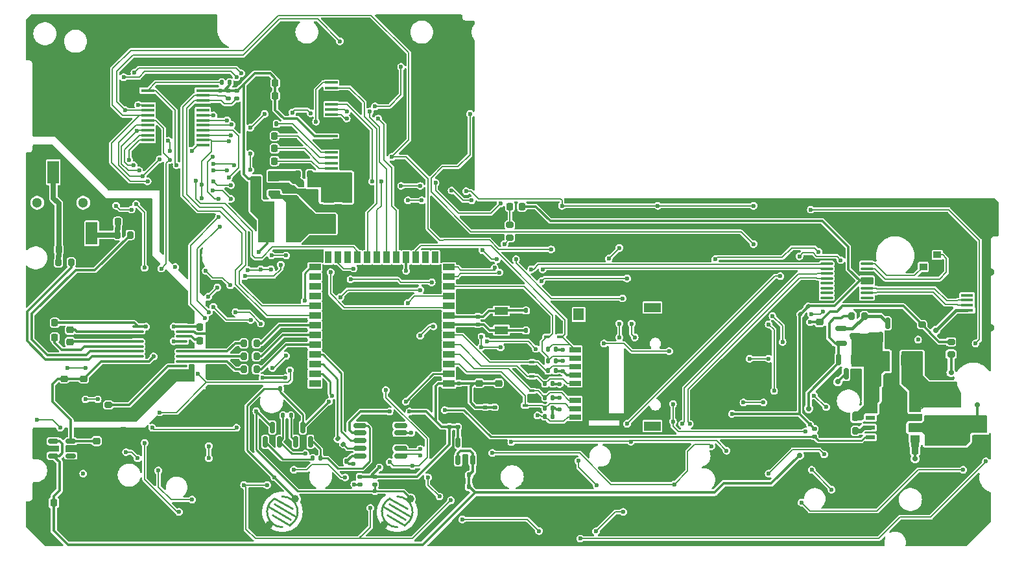
<source format=gbr>
%TF.GenerationSoftware,KiCad,Pcbnew,8.0.5-8.0.5-0~ubuntu24.04.1*%
%TF.CreationDate,2024-10-16T00:37:46+08:00*%
%TF.ProjectId,EL6170_Pro_Max_Plus,454c3631-3730-45f5-9072-6f5f4d61785f,rev?*%
%TF.SameCoordinates,Original*%
%TF.FileFunction,Copper,L1,Top*%
%TF.FilePolarity,Positive*%
%FSLAX46Y46*%
G04 Gerber Fmt 4.6, Leading zero omitted, Abs format (unit mm)*
G04 Created by KiCad (PCBNEW 8.0.5-8.0.5-0~ubuntu24.04.1) date 2024-10-16 00:37:46*
%MOMM*%
%LPD*%
G01*
G04 APERTURE LIST*
G04 Aperture macros list*
%AMRoundRect*
0 Rectangle with rounded corners*
0 $1 Rounding radius*
0 $2 $3 $4 $5 $6 $7 $8 $9 X,Y pos of 4 corners*
0 Add a 4 corners polygon primitive as box body*
4,1,4,$2,$3,$4,$5,$6,$7,$8,$9,$2,$3,0*
0 Add four circle primitives for the rounded corners*
1,1,$1+$1,$2,$3*
1,1,$1+$1,$4,$5*
1,1,$1+$1,$6,$7*
1,1,$1+$1,$8,$9*
0 Add four rect primitives between the rounded corners*
20,1,$1+$1,$2,$3,$4,$5,0*
20,1,$1+$1,$4,$5,$6,$7,0*
20,1,$1+$1,$6,$7,$8,$9,0*
20,1,$1+$1,$8,$9,$2,$3,0*%
G04 Aperture macros list end*
%TA.AperFunction,Conductor*%
%ADD10C,0.200000*%
%TD*%
%TA.AperFunction,Conductor*%
%ADD11C,0.074800*%
%TD*%
%TA.AperFunction,EtchedComponent*%
%ADD12C,0.280000*%
%TD*%
%TA.AperFunction,SMDPad,CuDef*%
%ADD13RoundRect,0.140000X0.140000X0.170000X-0.140000X0.170000X-0.140000X-0.170000X0.140000X-0.170000X0*%
%TD*%
%TA.AperFunction,SMDPad,CuDef*%
%ADD14RoundRect,0.135000X0.135000X0.185000X-0.135000X0.185000X-0.135000X-0.185000X0.135000X-0.185000X0*%
%TD*%
%TA.AperFunction,SMDPad,CuDef*%
%ADD15RoundRect,0.200000X0.200000X0.275000X-0.200000X0.275000X-0.200000X-0.275000X0.200000X-0.275000X0*%
%TD*%
%TA.AperFunction,SMDPad,CuDef*%
%ADD16RoundRect,0.140000X0.219203X0.021213X0.021213X0.219203X-0.219203X-0.021213X-0.021213X-0.219203X0*%
%TD*%
%TA.AperFunction,SMDPad,CuDef*%
%ADD17RoundRect,0.150000X0.150000X-0.587500X0.150000X0.587500X-0.150000X0.587500X-0.150000X-0.587500X0*%
%TD*%
%TA.AperFunction,SMDPad,CuDef*%
%ADD18RoundRect,0.225000X0.225000X0.250000X-0.225000X0.250000X-0.225000X-0.250000X0.225000X-0.250000X0*%
%TD*%
%TA.AperFunction,SMDPad,CuDef*%
%ADD19RoundRect,0.140000X-0.170000X0.140000X-0.170000X-0.140000X0.170000X-0.140000X0.170000X0.140000X0*%
%TD*%
%TA.AperFunction,SMDPad,CuDef*%
%ADD20RoundRect,0.200000X-0.275000X0.200000X-0.275000X-0.200000X0.275000X-0.200000X0.275000X0.200000X0*%
%TD*%
%TA.AperFunction,SMDPad,CuDef*%
%ADD21RoundRect,0.100000X-0.637500X-0.100000X0.637500X-0.100000X0.637500X0.100000X-0.637500X0.100000X0*%
%TD*%
%TA.AperFunction,SMDPad,CuDef*%
%ADD22RoundRect,0.225000X-0.225000X-0.250000X0.225000X-0.250000X0.225000X0.250000X-0.225000X0.250000X0*%
%TD*%
%TA.AperFunction,SMDPad,CuDef*%
%ADD23RoundRect,0.135000X-0.185000X0.135000X-0.185000X-0.135000X0.185000X-0.135000X0.185000X0.135000X0*%
%TD*%
%TA.AperFunction,SMDPad,CuDef*%
%ADD24RoundRect,0.225000X0.250000X-0.225000X0.250000X0.225000X-0.250000X0.225000X-0.250000X-0.225000X0*%
%TD*%
%TA.AperFunction,SMDPad,CuDef*%
%ADD25RoundRect,0.140000X-0.140000X-0.170000X0.140000X-0.170000X0.140000X0.170000X-0.140000X0.170000X0*%
%TD*%
%TA.AperFunction,SMDPad,CuDef*%
%ADD26RoundRect,0.225000X-0.250000X0.225000X-0.250000X-0.225000X0.250000X-0.225000X0.250000X0.225000X0*%
%TD*%
%TA.AperFunction,SMDPad,CuDef*%
%ADD27R,1.600000X0.700000*%
%TD*%
%TA.AperFunction,SMDPad,CuDef*%
%ADD28R,1.600000X1.200000*%
%TD*%
%TA.AperFunction,SMDPad,CuDef*%
%ADD29R,2.200000X1.200000*%
%TD*%
%TA.AperFunction,SMDPad,CuDef*%
%ADD30R,1.400000X1.600000*%
%TD*%
%TA.AperFunction,SMDPad,CuDef*%
%ADD31RoundRect,0.200000X-0.200000X-0.275000X0.200000X-0.275000X0.200000X0.275000X-0.200000X0.275000X0*%
%TD*%
%TA.AperFunction,SMDPad,CuDef*%
%ADD32RoundRect,0.135000X-0.135000X-0.185000X0.135000X-0.185000X0.135000X0.185000X-0.135000X0.185000X0*%
%TD*%
%TA.AperFunction,SMDPad,CuDef*%
%ADD33RoundRect,0.050000X0.300000X-0.150000X0.300000X0.150000X-0.300000X0.150000X-0.300000X-0.150000X0*%
%TD*%
%TA.AperFunction,SMDPad,CuDef*%
%ADD34RoundRect,0.150000X0.150000X-0.512500X0.150000X0.512500X-0.150000X0.512500X-0.150000X-0.512500X0*%
%TD*%
%TA.AperFunction,SMDPad,CuDef*%
%ADD35RoundRect,0.135000X0.226274X0.035355X0.035355X0.226274X-0.226274X-0.035355X-0.035355X-0.226274X0*%
%TD*%
%TA.AperFunction,SMDPad,CuDef*%
%ADD36RoundRect,0.150000X-0.512500X-0.150000X0.512500X-0.150000X0.512500X0.150000X-0.512500X0.150000X0*%
%TD*%
%TA.AperFunction,SMDPad,CuDef*%
%ADD37R,4.300000X2.400000*%
%TD*%
%TA.AperFunction,SMDPad,CuDef*%
%ADD38RoundRect,0.050000X-0.300000X0.150000X-0.300000X-0.150000X0.300000X-0.150000X0.300000X0.150000X0*%
%TD*%
%TA.AperFunction,ComponentPad*%
%ADD39C,1.300000*%
%TD*%
%TA.AperFunction,SMDPad,CuDef*%
%ADD40R,1.500000X3.000000*%
%TD*%
%TA.AperFunction,SMDPad,CuDef*%
%ADD41RoundRect,0.250000X-0.650000X1.000000X-0.650000X-1.000000X0.650000X-1.000000X0.650000X1.000000X0*%
%TD*%
%TA.AperFunction,SMDPad,CuDef*%
%ADD42RoundRect,0.150000X-0.150000X0.587500X-0.150000X-0.587500X0.150000X-0.587500X0.150000X0.587500X0*%
%TD*%
%TA.AperFunction,SMDPad,CuDef*%
%ADD43RoundRect,0.150000X-0.587500X-0.150000X0.587500X-0.150000X0.587500X0.150000X-0.587500X0.150000X0*%
%TD*%
%TA.AperFunction,SMDPad,CuDef*%
%ADD44RoundRect,0.140000X0.170000X-0.140000X0.170000X0.140000X-0.170000X0.140000X-0.170000X-0.140000X0*%
%TD*%
%TA.AperFunction,SMDPad,CuDef*%
%ADD45R,2.000000X2.000000*%
%TD*%
%TA.AperFunction,SMDPad,CuDef*%
%ADD46R,1.600000X0.400000*%
%TD*%
%TA.AperFunction,ComponentPad*%
%ADD47O,1.600000X1.000000*%
%TD*%
%TA.AperFunction,ComponentPad*%
%ADD48C,1.000000*%
%TD*%
%TA.AperFunction,SMDPad,CuDef*%
%ADD49C,1.000000*%
%TD*%
%TA.AperFunction,SMDPad,CuDef*%
%ADD50R,1.000000X0.900000*%
%TD*%
%TA.AperFunction,SMDPad,CuDef*%
%ADD51RoundRect,0.150000X0.687500X0.150000X-0.687500X0.150000X-0.687500X-0.150000X0.687500X-0.150000X0*%
%TD*%
%TA.AperFunction,HeatsinkPad*%
%ADD52R,2.100000X3.300000*%
%TD*%
%TA.AperFunction,SMDPad,CuDef*%
%ADD53RoundRect,0.100000X-0.712500X-0.100000X0.712500X-0.100000X0.712500X0.100000X-0.712500X0.100000X0*%
%TD*%
%TA.AperFunction,SMDPad,CuDef*%
%ADD54RoundRect,0.200000X0.275000X-0.200000X0.275000X0.200000X-0.275000X0.200000X-0.275000X-0.200000X0*%
%TD*%
%TA.AperFunction,SMDPad,CuDef*%
%ADD55RoundRect,0.250000X-1.000000X-0.650000X1.000000X-0.650000X1.000000X0.650000X-1.000000X0.650000X0*%
%TD*%
%TA.AperFunction,SMDPad,CuDef*%
%ADD56R,1.900000X5.300000*%
%TD*%
%TA.AperFunction,SMDPad,CuDef*%
%ADD57R,1.750000X0.450000*%
%TD*%
%TA.AperFunction,SMDPad,CuDef*%
%ADD58RoundRect,0.218750X-0.218750X-0.256250X0.218750X-0.256250X0.218750X0.256250X-0.218750X0.256250X0*%
%TD*%
%TA.AperFunction,SMDPad,CuDef*%
%ADD59R,1.500000X0.900000*%
%TD*%
%TA.AperFunction,SMDPad,CuDef*%
%ADD60R,0.900000X1.500000*%
%TD*%
%TA.AperFunction,HeatsinkPad*%
%ADD61C,0.600000*%
%TD*%
%TA.AperFunction,SMDPad,CuDef*%
%ADD62R,3.900000X3.900000*%
%TD*%
%TA.AperFunction,SMDPad,CuDef*%
%ADD63RoundRect,0.135000X0.185000X-0.135000X0.185000X0.135000X-0.185000X0.135000X-0.185000X-0.135000X0*%
%TD*%
%TA.AperFunction,SMDPad,CuDef*%
%ADD64R,1.800000X0.400000*%
%TD*%
%TA.AperFunction,SMDPad,CuDef*%
%ADD65R,1.200000X0.600000*%
%TD*%
%TA.AperFunction,SMDPad,CuDef*%
%ADD66R,2.400000X3.300000*%
%TD*%
%TA.AperFunction,SMDPad,CuDef*%
%ADD67RoundRect,0.150000X0.512500X0.150000X-0.512500X0.150000X-0.512500X-0.150000X0.512500X-0.150000X0*%
%TD*%
%TA.AperFunction,SMDPad,CuDef*%
%ADD68RoundRect,0.250000X-0.250000X-0.475000X0.250000X-0.475000X0.250000X0.475000X-0.250000X0.475000X0*%
%TD*%
%TA.AperFunction,SMDPad,CuDef*%
%ADD69R,1.800000X1.000000*%
%TD*%
%TA.AperFunction,ViaPad*%
%ADD70C,0.600000*%
%TD*%
%TA.AperFunction,ViaPad*%
%ADD71C,0.700000*%
%TD*%
%TA.AperFunction,Conductor*%
%ADD72C,0.400000*%
%TD*%
%TA.AperFunction,Conductor*%
%ADD73C,0.360000*%
%TD*%
%TA.AperFunction,Conductor*%
%ADD74C,0.300000*%
%TD*%
%TA.AperFunction,Conductor*%
%ADD75C,0.320000*%
%TD*%
%TA.AperFunction,Conductor*%
%ADD76C,0.220000*%
%TD*%
%TA.AperFunction,Conductor*%
%ADD77C,0.700000*%
%TD*%
%TA.AperFunction,Conductor*%
%ADD78C,0.500000*%
%TD*%
%TA.AperFunction,Conductor*%
%ADD79C,0.240000*%
%TD*%
%TA.AperFunction,Conductor*%
%ADD80C,0.600000*%
%TD*%
G04 APERTURE END LIST*
D10*
%TO.N,Net-(D3-A)*%
X125650000Y-86500000D02*
X125850000Y-86700000D01*
X127800000Y-86700000D01*
X128600000Y-87500000D01*
X126550000Y-87500000D01*
X126050000Y-87000000D01*
X124650000Y-87000000D01*
X124250000Y-86600000D01*
X124250000Y-86100000D01*
X125650000Y-86100000D01*
X125650000Y-86500000D01*
%TA.AperFunction,Conductor*%
G36*
X125650000Y-86500000D02*
G01*
X125850000Y-86700000D01*
X127800000Y-86700000D01*
X128600000Y-87500000D01*
X126550000Y-87500000D01*
X126050000Y-87000000D01*
X124650000Y-87000000D01*
X124250000Y-86600000D01*
X124250000Y-86100000D01*
X125650000Y-86100000D01*
X125650000Y-86500000D01*
G37*
%TD.AperFunction*%
%TO.N,Net-(D5-A)*%
X209550000Y-110250000D02*
X210400000Y-111100000D01*
X214000000Y-111100000D01*
X214000000Y-111500000D01*
X214550000Y-112500000D01*
X214550000Y-114300000D01*
X209300000Y-114300000D01*
X209300000Y-114900000D01*
X207900000Y-114900000D01*
X207900000Y-112200000D01*
X206900000Y-111250000D01*
X206900000Y-107100000D01*
X209550000Y-107100000D01*
X209550000Y-110250000D01*
%TA.AperFunction,Conductor*%
G36*
X209550000Y-110250000D02*
G01*
X210400000Y-111100000D01*
X214000000Y-111100000D01*
X214000000Y-111500000D01*
X214550000Y-112500000D01*
X214550000Y-114300000D01*
X209300000Y-114300000D01*
X209300000Y-114900000D01*
X207900000Y-114900000D01*
X207900000Y-112200000D01*
X206900000Y-111250000D01*
X206900000Y-107100000D01*
X209550000Y-107100000D01*
X209550000Y-110250000D01*
G37*
%TD.AperFunction*%
%TO.N,/USB5V*%
X209110000Y-118600000D02*
X208962492Y-119773947D01*
X208262182Y-119773846D01*
X208110000Y-118600000D01*
X208110000Y-118060000D01*
X209110000Y-118060000D01*
X209110000Y-118600000D01*
%TA.AperFunction,Conductor*%
G36*
X209110000Y-118600000D02*
G01*
X208962492Y-119773947D01*
X208262182Y-119773846D01*
X208110000Y-118600000D01*
X208110000Y-118060000D01*
X209110000Y-118060000D01*
X209110000Y-118600000D01*
G37*
%TD.AperFunction*%
%TO.N,+3V3*%
X123150000Y-87150000D02*
X123500000Y-87500000D01*
X124850000Y-87500000D01*
X124850000Y-92650000D01*
X122950000Y-92650000D01*
X122950000Y-89750000D01*
X121900000Y-88700000D01*
X121900000Y-84200000D01*
X123150000Y-84200000D01*
X123150000Y-87150000D01*
%TA.AperFunction,Conductor*%
G36*
X123150000Y-87150000D02*
G01*
X123500000Y-87500000D01*
X124850000Y-87500000D01*
X124850000Y-92650000D01*
X122950000Y-92650000D01*
X122950000Y-89750000D01*
X121900000Y-88700000D01*
X121900000Y-84200000D01*
X123150000Y-84200000D01*
X123150000Y-87150000D01*
G37*
%TD.AperFunction*%
%TO.N,/BAT5V*%
X205200000Y-109550000D02*
X204550000Y-109550000D01*
X204100000Y-110000000D01*
X204100000Y-111450000D01*
X203900000Y-111650000D01*
X203900000Y-113500000D01*
X203600000Y-113800000D01*
X203600000Y-114950000D01*
X202000000Y-114950000D01*
X202000000Y-107100000D01*
X205200000Y-107100000D01*
X205200000Y-109550000D01*
%TA.AperFunction,Conductor*%
G36*
X205200000Y-109550000D02*
G01*
X204550000Y-109550000D01*
X204100000Y-110000000D01*
X204100000Y-111450000D01*
X203900000Y-111650000D01*
X203900000Y-113500000D01*
X203600000Y-113800000D01*
X203600000Y-114950000D01*
X202000000Y-114950000D01*
X202000000Y-107100000D01*
X205200000Y-107100000D01*
X205200000Y-109550000D01*
G37*
%TD.AperFunction*%
X200350000Y-107100000D02*
X202000000Y-107100000D01*
X202000000Y-108950000D01*
X200350000Y-108950000D01*
X200350000Y-107100000D01*
%TA.AperFunction,Conductor*%
G36*
X200350000Y-107100000D02*
G01*
X202000000Y-107100000D01*
X202000000Y-108950000D01*
X200350000Y-108950000D01*
X200350000Y-107100000D01*
G37*
%TD.AperFunction*%
X202000000Y-114950000D02*
X201190000Y-114950000D01*
X202000000Y-114140000D01*
X202000000Y-114950000D01*
%TA.AperFunction,Conductor*%
G36*
X202000000Y-114950000D02*
G01*
X201190000Y-114950000D01*
X202000000Y-114140000D01*
X202000000Y-114950000D01*
G37*
%TD.AperFunction*%
%TO.N,+3V3*%
D11*
X201550000Y-97500000D02*
X203100000Y-97500000D01*
X203100000Y-98100000D01*
X201550000Y-98100000D01*
X201550000Y-97500000D01*
%TA.AperFunction,Conductor*%
G36*
X201550000Y-97500000D02*
G01*
X203100000Y-97500000D01*
X203100000Y-98100000D01*
X201550000Y-98100000D01*
X201550000Y-97500000D01*
G37*
%TD.AperFunction*%
D10*
%TO.N,Net-(U2-FB)*%
X128270000Y-84360000D02*
X128750000Y-84840000D01*
X128750000Y-85450000D01*
X128150000Y-85450000D01*
X127730000Y-85050000D01*
X127400000Y-85050000D01*
X127000000Y-84650000D01*
X125500000Y-84650000D01*
X125450000Y-84700000D01*
X124220000Y-84700000D01*
X124220000Y-83520000D01*
X128270000Y-83520000D01*
X128270000Y-84360000D01*
%TA.AperFunction,Conductor*%
G36*
X128270000Y-84360000D02*
G01*
X128750000Y-84840000D01*
X128750000Y-85450000D01*
X128150000Y-85450000D01*
X127730000Y-85050000D01*
X127400000Y-85050000D01*
X127000000Y-84650000D01*
X125500000Y-84650000D01*
X125450000Y-84700000D01*
X124220000Y-84700000D01*
X124220000Y-83520000D01*
X128270000Y-83520000D01*
X128270000Y-84360000D01*
G37*
%TD.AperFunction*%
%TO.N,Net-(D5-A)*%
X209300000Y-114625000D02*
X209600000Y-114325000D01*
%TO.N,Net-(D3-A)*%
X130300000Y-89150000D02*
X132900000Y-89150000D01*
X132900000Y-91550000D01*
X129400000Y-91550000D01*
X128300000Y-92650000D01*
X126550000Y-92650000D01*
X126550000Y-87500000D01*
X128600000Y-87500000D01*
X130300000Y-89150000D01*
%TA.AperFunction,Conductor*%
G36*
X130300000Y-89150000D02*
G01*
X132900000Y-89150000D01*
X132900000Y-91550000D01*
X129400000Y-91550000D01*
X128300000Y-92650000D01*
X126550000Y-92650000D01*
X126550000Y-87500000D01*
X128600000Y-87500000D01*
X130300000Y-89150000D01*
G37*
%TD.AperFunction*%
%TO.N,/BAT5V*%
X203600000Y-115000000D02*
X202100000Y-115000000D01*
X201800000Y-115300000D01*
X201800000Y-115800000D01*
X201600000Y-116000000D01*
X200500000Y-116000000D01*
X200500000Y-115100000D01*
X200700000Y-114950000D01*
X203600000Y-114950000D01*
X203600000Y-115000000D01*
%TA.AperFunction,Conductor*%
G36*
X203600000Y-115000000D02*
G01*
X202100000Y-115000000D01*
X201800000Y-115300000D01*
X201800000Y-115800000D01*
X201600000Y-116000000D01*
X200500000Y-116000000D01*
X200500000Y-115100000D01*
X200700000Y-114950000D01*
X203600000Y-114950000D01*
X203600000Y-115000000D01*
G37*
%TD.AperFunction*%
%TO.N,/VBAT*%
X217950000Y-117600000D02*
X215950000Y-117600000D01*
X215700000Y-117850000D01*
X215700000Y-118750000D01*
X215200000Y-119250000D01*
X209950000Y-119250000D01*
X209950000Y-117950000D01*
X209500000Y-117500000D01*
X207800000Y-117500000D01*
X207800000Y-116500000D01*
X209500000Y-116500000D01*
X209850000Y-116150000D01*
X209850000Y-115500000D01*
X217950000Y-115500000D01*
X217950000Y-117600000D01*
%TA.AperFunction,Conductor*%
G36*
X217950000Y-117600000D02*
G01*
X215950000Y-117600000D01*
X215700000Y-117850000D01*
X215700000Y-118750000D01*
X215200000Y-119250000D01*
X209950000Y-119250000D01*
X209950000Y-117950000D01*
X209500000Y-117500000D01*
X207800000Y-117500000D01*
X207800000Y-116500000D01*
X209500000Y-116500000D01*
X209850000Y-116150000D01*
X209850000Y-115500000D01*
X217950000Y-115500000D01*
X217950000Y-117600000D01*
G37*
%TD.AperFunction*%
%TO.N,12VPP*%
X130200000Y-83850000D02*
X129900000Y-83550000D01*
X135000000Y-87500000D02*
X133900000Y-87500000D01*
X133800000Y-87450000D01*
X131100000Y-87450000D01*
X131100000Y-85500000D01*
X129350000Y-85500000D01*
X129350000Y-83700000D01*
X135000000Y-83700000D01*
X135000000Y-87500000D01*
%TA.AperFunction,Conductor*%
G36*
X135000000Y-87500000D02*
G01*
X133900000Y-87500000D01*
X133800000Y-87450000D01*
X131100000Y-87450000D01*
X131100000Y-85500000D01*
X129350000Y-85500000D01*
X129350000Y-83700000D01*
X135000000Y-83700000D01*
X135000000Y-87500000D01*
G37*
%TD.AperFunction*%
%TO.N,/BAT5V*%
X204300000Y-107100000D02*
X200400000Y-107100000D01*
X200400000Y-105500000D01*
X200200000Y-105300000D01*
X200200000Y-104800000D01*
X202400000Y-104800000D01*
X202600000Y-104600000D01*
X204300000Y-104600000D01*
X204300000Y-107100000D01*
%TA.AperFunction,Conductor*%
G36*
X204300000Y-107100000D02*
G01*
X200400000Y-107100000D01*
X200400000Y-105500000D01*
X200200000Y-105300000D01*
X200200000Y-104800000D01*
X202400000Y-104800000D01*
X202600000Y-104600000D01*
X204300000Y-104600000D01*
X204300000Y-107100000D01*
G37*
%TD.AperFunction*%
D12*
%TD*%
%TO.C,SWRST1*%
X124180000Y-127320000D02*
X127080000Y-129020000D01*
%TO.C,SWRST1*%
X124700000Y-128400000D02*
X126999445Y-129732371D01*
X124920000Y-126980000D02*
X127820000Y-128680000D01*
X125000555Y-126267629D02*
X127300000Y-127600000D01*
X126000000Y-126000000D02*
G75*
G02*
X126999445Y-129732371I0J-2000000D01*
G01*
X126000000Y-130000000D02*
G75*
G02*
X125000555Y-126267630I-2J1999999D01*
G01*
%TO.C,SWBOOT1*%
X139180000Y-127320000D02*
X142080000Y-129020000D01*
X139700000Y-128400000D02*
X141999445Y-129732371D01*
X139920000Y-126980000D02*
X142820000Y-128680000D01*
X140000555Y-126267629D02*
X142300000Y-127600000D01*
X141000000Y-126000000D02*
G75*
G02*
X141999445Y-129732371I0J-2000000D01*
G01*
X141000000Y-130000000D02*
G75*
G02*
X140000555Y-126267630I-2J1999999D01*
G01*
%TD*%
D13*
%TO.P,C48,1*%
%TO.N,GND*%
X158780000Y-101700000D03*
%TO.P,C48,2*%
%TO.N,Net-(U13-IO16)*%
X157820000Y-101700000D03*
%TD*%
D14*
%TO.P,R24,1*%
%TO.N,+3V3*%
X161310000Y-115550000D03*
%TO.P,R24,2*%
%TO.N,CARD_DET*%
X160290000Y-115550000D03*
%TD*%
D15*
%TO.P,R23,1*%
%TO.N,Net-(U11-PROG)*%
X200825000Y-117400000D03*
%TO.P,R23,2*%
%TO.N,GND*%
X199175000Y-117400000D03*
%TD*%
D13*
%TO.P,C47,1*%
%TO.N,GND*%
X158780000Y-104300000D03*
%TO.P,C47,2*%
%TO.N,Net-(U13-IO15)*%
X157820000Y-104300000D03*
%TD*%
D16*
%TO.P,C25,1*%
%TO.N,+3V3*%
X194589411Y-101189411D03*
%TO.P,C25,2*%
%TO.N,GND*%
X193910589Y-100510589D03*
%TD*%
D14*
%TO.P,R30,1*%
%TO.N,+3V3*%
X161710000Y-106750000D03*
%TO.P,R30,2*%
%TO.N,GPIO9*%
X160690000Y-106750000D03*
%TD*%
D17*
%TO.P,Q3,1,G*%
%TO.N,/BAT5V*%
X204100000Y-105237500D03*
%TO.P,Q3,2,S*%
%TO.N,GND*%
X206000000Y-105237500D03*
%TO.P,Q3,3,D*%
%TO.N,Net-(Q3-D)*%
X205050000Y-103362500D03*
%TD*%
D18*
%TO.P,C7,1*%
%TO.N,Net-(SH1-VSL)*%
X124975000Y-78850000D03*
%TO.P,C7,2*%
%TO.N,GND*%
X123425000Y-78850000D03*
%TD*%
D19*
%TO.P,C44,1*%
%TO.N,+3V3*%
X152500000Y-114320000D03*
%TO.P,C44,2*%
%TO.N,GND*%
X152500000Y-115280000D03*
%TD*%
D20*
%TO.P,R18,1*%
%TO.N,Net-(U9-SCK)*%
X103300000Y-114000000D03*
%TO.P,R18,2*%
%TO.N,DEMP*%
X103300000Y-115650000D03*
%TD*%
D21*
%TO.P,U9,1,CPVDD*%
%TO.N,XSMT*%
X107137500Y-103775000D03*
%TO.P,U9,2,CAPP*%
%TO.N,Net-(U9-CAPP)*%
X107137500Y-104425000D03*
%TO.P,U9,3,CPGND*%
%TO.N,DEMP*%
X107137500Y-105075000D03*
%TO.P,U9,4,CAPM*%
%TO.N,Net-(U9-CAPM)*%
X107137500Y-105725000D03*
%TO.P,U9,5,VNEG*%
%TO.N,Net-(U9-VNEG)*%
X107137500Y-106375000D03*
%TO.P,U9,6,OUTL*%
%TO.N,Net-(U9-OUTL)*%
X107137500Y-107025000D03*
%TO.P,U9,7,OUTR*%
%TO.N,Net-(U9-OUTR)*%
X107137500Y-107675000D03*
%TO.P,U9,8,AVDD*%
%TO.N,XSMT*%
X107137500Y-108325000D03*
%TO.P,U9,9,AGND*%
%TO.N,DEMP*%
X107137500Y-108975000D03*
%TO.P,U9,10,DEMP*%
X107137500Y-109625000D03*
%TO.P,U9,11,FLT*%
X112862500Y-109625000D03*
%TO.P,U9,12,SCK*%
%TO.N,Net-(U9-SCK)*%
X112862500Y-108975000D03*
%TO.P,U9,13,BCK*%
%TO.N,Net-(U9-BCK)*%
X112862500Y-108325000D03*
%TO.P,U9,14,DIN*%
%TO.N,Net-(U9-DIN)*%
X112862500Y-107675000D03*
%TO.P,U9,15,LRCK*%
%TO.N,Net-(U9-LRCK)*%
X112862500Y-107025000D03*
%TO.P,U9,16,FMT*%
%TO.N,DEMP*%
X112862500Y-106375000D03*
%TO.P,U9,17,XSMT*%
%TO.N,XSMT*%
X112862500Y-105725000D03*
%TO.P,U9,18,LDOO*%
%TO.N,Net-(U9-LDOO)*%
X112862500Y-105075000D03*
%TO.P,U9,19,DGND*%
%TO.N,GND*%
X112862500Y-104425000D03*
%TO.P,U9,20,DVDD*%
%TO.N,XSMT*%
X112862500Y-103775000D03*
%TD*%
D22*
%TO.P,C4,1*%
%TO.N,12VPP*%
X134625000Y-87100000D03*
%TO.P,C4,2*%
%TO.N,GND*%
X136175000Y-87100000D03*
%TD*%
D23*
%TO.P,R25,1*%
%TO.N,+3V3*%
X120000000Y-72990000D03*
%TO.P,R25,2*%
%TO.N,GPIO38*%
X120000000Y-74010000D03*
%TD*%
D22*
%TO.P,C3,2*%
%TO.N,GND*%
X136175000Y-85425000D03*
%TO.P,C3,1*%
%TO.N,12VPP*%
X134625000Y-85425000D03*
%TD*%
D24*
%TO.P,C34,1*%
%TO.N,DEMP*%
X100062500Y-112150000D03*
%TO.P,C34,2*%
%TO.N,XSMT*%
X100062500Y-110600000D03*
%TD*%
D25*
%TO.P,C20,1*%
%TO.N,CHIP_PU*%
X125720000Y-111900000D03*
%TO.P,C20,2*%
%TO.N,GND*%
X126680000Y-111900000D03*
%TD*%
D26*
%TO.P,C40,1*%
%TO.N,/VBAT*%
X214400000Y-118825000D03*
%TO.P,C40,2*%
%TO.N,GND*%
X214400000Y-120375000D03*
%TD*%
D27*
%TO.P,J2,1,DAT2*%
%TO.N,GPIO9*%
X164200000Y-106800000D03*
%TO.P,J2,2,DAT3/CD*%
%TO.N,GPIO8*%
X164200000Y-107900000D03*
%TO.P,J2,3,CMD/SDI*%
%TO.N,GPIO7*%
X164200000Y-109000000D03*
%TO.P,J2,4,VDD*%
%TO.N,+3V3*%
X164200000Y-110100000D03*
%TO.P,J2,5,CLK/SCK*%
%TO.N,GPIO6*%
X164200000Y-111200000D03*
%TO.P,J2,6,VSS*%
%TO.N,GND*%
X164200000Y-112300000D03*
%TO.P,J2,7,DAT0/SDO*%
%TO.N,GPIO5*%
X164200000Y-113400000D03*
%TO.P,J2,8,DAT1*%
%TO.N,GPIO4*%
X164200000Y-114500000D03*
%TO.P,J2,9,~{DET}*%
%TO.N,CARD_DET*%
X164200000Y-115600000D03*
D28*
%TO.P,J2,10,SHIELD*%
%TO.N,GND*%
X164800000Y-116800000D03*
D29*
%TO.P,J2,11*%
%TO.N,N/C*%
X174300000Y-116800000D03*
%TO.P,J2,12*%
X174300000Y-101300000D03*
D30*
%TO.P,J2,13*%
X164700000Y-102200000D03*
%TD*%
D26*
%TO.P,C46,1*%
%TO.N,BAT_SMP*%
X196150000Y-103200000D03*
%TO.P,C46,2*%
%TO.N,GND*%
X196150000Y-104750000D03*
%TD*%
D31*
%TO.P,R17,1*%
%TO.N,Net-(U9-BCK)*%
X120975000Y-109380000D03*
%TO.P,R17,2*%
%TO.N,GPIO42*%
X122625000Y-109380000D03*
%TD*%
D32*
%TO.P,R9,1*%
%TO.N,DTR*%
X126090000Y-115400000D03*
%TO.P,R9,2*%
%TO.N,Net-(Q2-B)*%
X127110000Y-115400000D03*
%TD*%
D13*
%TO.P,C16,1*%
%TO.N,+5V*%
X150380000Y-124700000D03*
%TO.P,C16,2*%
%TO.N,GND*%
X149420000Y-124700000D03*
%TD*%
D15*
%TO.P,R12,1*%
%TO.N,12VPP*%
X129625000Y-83900000D03*
%TO.P,R12,2*%
%TO.N,Net-(U2-FB)*%
X127975000Y-83900000D03*
%TD*%
D26*
%TO.P,C35,1*%
%TO.N,XSMT*%
X97500000Y-110600000D03*
%TO.P,C35,2*%
%TO.N,DEMP*%
X97500000Y-112150000D03*
%TD*%
%TO.P,C41,1*%
%TO.N,/VBAT*%
X212600000Y-118825000D03*
%TO.P,C41,2*%
%TO.N,GND*%
X212600000Y-120375000D03*
%TD*%
D33*
%TO.P,D8,1,1*%
%TO.N,GND*%
X158600000Y-112900000D03*
%TO.P,D8,2,2*%
%TO.N,GPIO5*%
X158600000Y-112200000D03*
%TD*%
D34*
%TO.P,U5,1,V_{IN}*%
%TO.N,+5V*%
X148950000Y-121187500D03*
%TO.P,U5,2,V_{SS}*%
%TO.N,GND*%
X149900000Y-121187500D03*
%TO.P,U5,3,CE*%
%TO.N,+5V*%
X150850000Y-121187500D03*
%TO.P,U5,4,NC*%
%TO.N,GND*%
X150850000Y-118912500D03*
%TO.P,U5,5,V_{OUT}*%
%TO.N,+3V3*%
X148950000Y-118912500D03*
%TD*%
D23*
%TO.P,R6,1*%
%TO.N,+3V3*%
X138100000Y-123390000D03*
%TO.P,R6,2*%
%TO.N,GPIO0*%
X138100000Y-124410000D03*
%TD*%
D26*
%TO.P,C29,1*%
%TO.N,Net-(U9-CAPP)*%
X98300000Y-104225000D03*
%TO.P,C29,2*%
%TO.N,Net-(U9-CAPM)*%
X98300000Y-105775000D03*
%TD*%
D35*
%TO.P,R7,1*%
%TO.N,340_RX*%
X133960624Y-119160624D03*
%TO.P,R7,2*%
%TO.N,U0TX*%
X133239376Y-118439376D03*
%TD*%
D23*
%TO.P,R32,1*%
%TO.N,+3V3*%
X118900000Y-72990000D03*
%TO.P,R32,2*%
%TO.N,GPIO39*%
X118900000Y-74010000D03*
%TD*%
D36*
%TO.P,U10,1,V_{IN}*%
%TO.N,+5V*%
X96114545Y-118773345D03*
%TO.P,U10,2,V_{SS}*%
%TO.N,GND*%
X96114545Y-119723345D03*
%TO.P,U10,3,CE*%
%TO.N,+5V*%
X96114545Y-120673345D03*
%TO.P,U10,4,NC*%
%TO.N,unconnected-(U10-NC-Pad4)*%
X98389545Y-120673345D03*
%TO.P,U10,5,V_{OUT}*%
%TO.N,XSMT*%
X98389545Y-118773345D03*
%TD*%
D14*
%TO.P,R8,1*%
%TO.N,RTS*%
X131000000Y-121000000D03*
%TO.P,R8,2*%
%TO.N,Net-(Q1-B)*%
X129980000Y-121000000D03*
%TD*%
D26*
%TO.P,C42,1*%
%TO.N,/VBAT*%
X210800000Y-118825000D03*
%TO.P,C42,2*%
%TO.N,GND*%
X210800000Y-120375000D03*
%TD*%
D37*
%TO.P,L6,1,1*%
%TO.N,Net-(D5-A)*%
X212200000Y-113200000D03*
%TO.P,L6,2,2*%
%TO.N,/VBAT*%
X212200000Y-116600000D03*
%TD*%
D38*
%TO.P,D10,1,1*%
%TO.N,GND*%
X162200000Y-104450000D03*
%TO.P,D10,2,2*%
%TO.N,GPIO9*%
X162200000Y-105150000D03*
%TD*%
D33*
%TO.P,D7,1,1*%
%TO.N,GND*%
X158600000Y-111000000D03*
%TO.P,D7,2,2*%
%TO.N,GPIO6*%
X158600000Y-110300000D03*
%TD*%
D23*
%TO.P,R5,1*%
%TO.N,+3V3*%
X136100000Y-123390000D03*
%TO.P,R5,2*%
%TO.N,CHIP_PU*%
X136100000Y-124410000D03*
%TD*%
D39*
%TO.P,Audio1,*%
%TO.N,*%
X94000000Y-87600000D03*
X100000000Y-87600000D03*
D40*
%TO.P,Audio1,1,1*%
%TO.N,DEMP*%
X94100000Y-91600000D03*
%TO.P,Audio1,2,2*%
%TO.N,ROUT*%
X96100000Y-83600000D03*
%TO.P,Audio1,3,3*%
%TO.N,LOUT*%
X101100000Y-91600000D03*
%TD*%
D41*
%TO.P,D3,1,K*%
%TO.N,12VPP*%
X132100000Y-86325000D03*
%TO.P,D3,2,A*%
%TO.N,Net-(D3-A)*%
X132100000Y-90325000D03*
%TD*%
D31*
%TO.P,R13,1*%
%TO.N,LOUT*%
X104475000Y-91800000D03*
%TO.P,R13,2*%
%TO.N,Net-(U9-OUTL)*%
X106125000Y-91800000D03*
%TD*%
D16*
%TO.P,C24,1*%
%TO.N,+3V3*%
X193639411Y-102139411D03*
%TO.P,C24,2*%
%TO.N,GND*%
X192960589Y-101460589D03*
%TD*%
D42*
%TO.P,Q4,1,G*%
%TO.N,/BAT5V*%
X200550000Y-108062500D03*
%TO.P,Q4,2,S*%
%TO.N,+5V*%
X198650000Y-108062500D03*
%TO.P,Q4,3,D*%
%TO.N,/USB5V*%
X199600000Y-109937500D03*
%TD*%
D20*
%TO.P,R34,1*%
%TO.N,BAT_SMP*%
X213300000Y-105775000D03*
%TO.P,R34,2*%
%TO.N,/VBAT*%
X213300000Y-107425000D03*
%TD*%
D14*
%TO.P,R26,1*%
%TO.N,+3V3*%
X161710000Y-109550000D03*
%TO.P,R26,2*%
%TO.N,GPIO7*%
X160690000Y-109550000D03*
%TD*%
D32*
%TO.P,R1,1*%
%TO.N,GND*%
X124190000Y-77300000D03*
%TO.P,R1,2*%
%TO.N,Net-(SH1-IREF)*%
X125210000Y-77300000D03*
%TD*%
D43*
%TO.P,Q5,1,G*%
%TO.N,Net-(Q3-D)*%
X198962500Y-104050000D03*
%TO.P,Q5,2,S*%
%TO.N,+5V*%
X198962500Y-105950000D03*
%TO.P,Q5,3,D*%
%TO.N,/BAT5V*%
X200837500Y-105000000D03*
%TD*%
D44*
%TO.P,C18,1*%
%TO.N,+3V3*%
X147800000Y-116900000D03*
%TO.P,C18,2*%
%TO.N,GND*%
X147800000Y-115940000D03*
%TD*%
D22*
%TO.P,C28,1*%
%TO.N,ROUT*%
X96825000Y-93700000D03*
%TO.P,C28,2*%
%TO.N,DEMP*%
X98375000Y-93700000D03*
%TD*%
D45*
%TO.P,BAT-,1*%
%TO.N,GND*%
X204500000Y-120800000D03*
%TD*%
D15*
%TO.P,R21,1*%
%TO.N,/BAT5V*%
X200825000Y-115600000D03*
%TO.P,R21,2*%
%TO.N,GND*%
X199175000Y-115600000D03*
%TD*%
D19*
%TO.P,C45,1*%
%TO.N,+3V3*%
X153700000Y-114320000D03*
%TO.P,C45,2*%
%TO.N,GND*%
X153700000Y-115280000D03*
%TD*%
D18*
%TO.P,C1,1*%
%TO.N,+3V3*%
X125075000Y-71950000D03*
%TO.P,C1,2*%
%TO.N,GND*%
X123525000Y-71950000D03*
%TD*%
D46*
%TO.P,USB1,1,VBUS*%
%TO.N,/USB5V*%
X215400000Y-101630000D03*
%TO.P,USB1,2,D-*%
%TO.N,USB_D-*%
X215400000Y-100980000D03*
%TO.P,USB1,3,D+*%
%TO.N,USB_D+*%
X215400000Y-100330000D03*
%TO.P,USB1,4,ID*%
%TO.N,unconnected-(USB1-ID-Pad4)*%
X215400000Y-99680000D03*
%TO.P,USB1,5,GND*%
%TO.N,GND*%
X215400000Y-99030000D03*
D47*
%TO.P,USB1,6,SHELL*%
X218180000Y-96700000D03*
D48*
X215530000Y-97910000D03*
X215530000Y-102750000D03*
D47*
X218180000Y-103960000D03*
%TD*%
D49*
%TO.P,SWRST1,1,1*%
%TO.N,GND*%
X124300000Y-129700000D03*
%TO.P,SWRST1,2,2*%
%TO.N,CHIP_PU*%
X127700000Y-126300000D03*
%TD*%
D22*
%TO.P,C27,1*%
%TO.N,LOUT*%
X104525000Y-90100000D03*
%TO.P,C27,2*%
%TO.N,DEMP*%
X106075000Y-90100000D03*
%TD*%
D14*
%TO.P,R28,1*%
%TO.N,+3V3*%
X161310000Y-113050000D03*
%TO.P,R28,2*%
%TO.N,GPIO5*%
X160290000Y-113050000D03*
%TD*%
D22*
%TO.P,C31,1*%
%TO.N,DEMP*%
X94725000Y-103300000D03*
%TO.P,C31,2*%
%TO.N,XSMT*%
X96275000Y-103300000D03*
%TD*%
D50*
%TO.P,X2,1,1*%
%TO.N,XIN*%
X209680000Y-95980000D03*
%TO.P,X2,2,GND*%
%TO.N,GND*%
X211520000Y-95980000D03*
%TO.P,X2,3,3*%
%TO.N,XOUT*%
X211520000Y-94420000D03*
%TO.P,X2,4,GND*%
%TO.N,GND*%
X209680000Y-94420000D03*
%TD*%
D31*
%TO.P,R16,1*%
%TO.N,Net-(U9-DIN)*%
X120975000Y-107680000D03*
%TO.P,R16,2*%
%TO.N,GPIO41*%
X122625000Y-107680000D03*
%TD*%
D18*
%TO.P,C6,1*%
%TO.N,Net-(SH1-VCOMH)*%
X124975000Y-80500000D03*
%TO.P,C6,2*%
%TO.N,GND*%
X123425000Y-80500000D03*
%TD*%
D51*
%TO.P,U6,1,UD+*%
%TO.N,D3+*%
X141437500Y-120700000D03*
%TO.P,U6,2,UD-*%
%TO.N,D3-*%
X141437500Y-119700000D03*
%TO.P,U6,3,GND*%
%TO.N,GND*%
X141437500Y-118700000D03*
%TO.P,U6,4,~{DTR}*%
%TO.N,DTR*%
X141437500Y-117700000D03*
%TO.P,U6,5,~{CTS}*%
%TO.N,unconnected-(U6-~{CTS}-Pad5)*%
X141437500Y-116700000D03*
%TO.P,U6,6,~{RTS}*%
%TO.N,RTS*%
X136162500Y-116700000D03*
%TO.P,U6,7,VCC*%
%TO.N,+3V3*%
X136162500Y-117700000D03*
%TO.P,U6,8,TXD*%
%TO.N,340_TX*%
X136162500Y-118700000D03*
%TO.P,U6,9,RXD*%
%TO.N,340_RX*%
X136162500Y-119700000D03*
%TO.P,U6,10,V3*%
%TO.N,+3V3*%
X136162500Y-120700000D03*
D52*
%TO.P,U6,11,GND*%
%TO.N,GND*%
X138800000Y-118700000D03*
%TD*%
D53*
%TO.P,U8,1,DM4-*%
%TO.N,D4-*%
X197050000Y-95577500D03*
%TO.P,U8,2,DP4+*%
%TO.N,D4+*%
X197050000Y-96212500D03*
%TO.P,U8,3,DM3-*%
%TO.N,D3-*%
X197050000Y-96847500D03*
%TO.P,U8,4,DP3+*%
%TO.N,D3+*%
X197050000Y-97482500D03*
%TO.P,U8,5,DM2-*%
%TO.N,unconnected-(U8-DM2--Pad5)*%
X197050000Y-98117500D03*
%TO.P,U8,6,DP2+*%
%TO.N,unconnected-(U8-DP2+-Pad6)*%
X197050000Y-98752500D03*
%TO.P,U8,7,DM1-*%
%TO.N,unconnected-(U8-DM1--Pad7)*%
X197050000Y-99387500D03*
%TO.P,U8,8,DP1+*%
%TO.N,unconnected-(U8-DP1+-Pad8)*%
X197050000Y-100022500D03*
%TO.P,U8,9,~{RESET}/CDP*%
%TO.N,unconnected-(U8-~{RESET}{slash}CDP-Pad9)*%
X202325000Y-100022500D03*
%TO.P,U8,10,DMU-*%
%TO.N,USB_D-*%
X202325000Y-99387500D03*
%TO.P,U8,11,DPU+*%
%TO.N,USB_D+*%
X202325000Y-98752500D03*
%TO.P,U8,12,V5*%
%TO.N,+3V3*%
X202325000Y-98117500D03*
%TO.P,U8,13,VDD33*%
X202325000Y-97482500D03*
%TO.P,U8,14,GND*%
%TO.N,GND*%
X202325000Y-96847500D03*
%TO.P,U8,15,XO*%
%TO.N,XOUT*%
X202325000Y-96212500D03*
%TO.P,U8,16,XI*%
%TO.N,XIN*%
X202325000Y-95577500D03*
%TD*%
D54*
%TO.P,R19,1*%
%TO.N,GND*%
X105200000Y-117325000D03*
%TO.P,R19,2*%
%TO.N,DEMP*%
X105200000Y-115675000D03*
%TD*%
D13*
%TO.P,C17,1*%
%TO.N,+5V*%
X150380000Y-123200000D03*
%TO.P,C17,2*%
%TO.N,GND*%
X149420000Y-123200000D03*
%TD*%
D54*
%TO.P,R10,1*%
%TO.N,GPIO48*%
X155700568Y-92163495D03*
%TO.P,R10,2*%
%TO.N,Net-(D2-K)*%
X155700568Y-90513495D03*
%TD*%
D55*
%TO.P,D5,1,K*%
%TO.N,/BAT5V*%
X204050000Y-108200000D03*
%TO.P,D5,2,A*%
%TO.N,Net-(D5-A)*%
X208050000Y-108200000D03*
%TD*%
D18*
%TO.P,C2,1*%
%TO.N,+3V3*%
X125075000Y-73600000D03*
%TO.P,C2,2*%
%TO.N,GND*%
X123525000Y-73600000D03*
%TD*%
D14*
%TO.P,R33,1*%
%TO.N,+3V3*%
X119110000Y-71900000D03*
%TO.P,R33,2*%
%TO.N,GPIO21*%
X118090000Y-71900000D03*
%TD*%
D56*
%TO.P,L5,1,1*%
%TO.N,+3V3*%
X124000000Y-90100000D03*
%TO.P,L5,2,2*%
%TO.N,Net-(D3-A)*%
X127400000Y-90100000D03*
%TD*%
D31*
%TO.P,R15,1*%
%TO.N,Net-(U9-LRCK)*%
X120975000Y-105980000D03*
%TO.P,R15,2*%
%TO.N,GPIO40*%
X122625000Y-105980000D03*
%TD*%
D57*
%TO.P,U12,1,~{INT}*%
%TO.N,GPIO21*%
X108400000Y-72925000D03*
%TO.P,U12,2,A1*%
%TO.N,GND*%
X108400000Y-73575000D03*
%TO.P,U12,3,A2*%
X108400000Y-74225000D03*
%TO.P,U12,4,P0*%
%TO.N,KEY_COL0*%
X108400000Y-74875000D03*
%TO.P,U12,5,P1*%
%TO.N,KEY_COL1*%
X108400000Y-75525000D03*
%TO.P,U12,6,P2*%
%TO.N,KEY_COL2*%
X108400000Y-76175000D03*
%TO.P,U12,7,P3*%
%TO.N,KEY_COL3*%
X108400000Y-76825000D03*
%TO.P,U12,8,P4*%
%TO.N,KEY_COL4*%
X108400000Y-77475000D03*
%TO.P,U12,9,P5*%
%TO.N,KEY_COL5*%
X108400000Y-78125000D03*
%TO.P,U12,10,P6*%
%TO.N,KEY_COL6*%
X108400000Y-78775000D03*
%TO.P,U12,11,P7*%
%TO.N,KEY_COL7*%
X108400000Y-79425000D03*
%TO.P,U12,12,GND*%
%TO.N,GND*%
X108400000Y-80075000D03*
%TO.P,U12,13,P10*%
%TO.N,KEY_ROW0*%
X115600000Y-80075000D03*
%TO.P,U12,14,P11*%
%TO.N,KEY_ROW1*%
X115600000Y-79425000D03*
%TO.P,U12,15,P12*%
%TO.N,KEY_ROW2*%
X115600000Y-78775000D03*
%TO.P,U12,16,P13*%
%TO.N,KEY_ROW3*%
X115600000Y-78125000D03*
%TO.P,U12,17,P14*%
%TO.N,KEY_ROW4*%
X115600000Y-77475000D03*
%TO.P,U12,18,P15*%
%TO.N,KEY_ROW5*%
X115600000Y-76825000D03*
%TO.P,U12,19,P16*%
%TO.N,KEY_ROW6*%
X115600000Y-76175000D03*
%TO.P,U12,20,P17*%
%TO.N,unconnected-(U12-P17-Pad20)*%
X115600000Y-75525000D03*
%TO.P,U12,21,A0*%
%TO.N,GND*%
X115600000Y-74875000D03*
%TO.P,U12,22,SCL*%
%TO.N,GPIO38*%
X115600000Y-74225000D03*
%TO.P,U12,23,SDA*%
%TO.N,GPIO39*%
X115600000Y-73575000D03*
%TO.P,U12,24,VCC*%
%TO.N,+3V3*%
X115600000Y-72925000D03*
%TD*%
D31*
%TO.P,R22,1*%
%TO.N,+5V*%
X200325000Y-102400000D03*
%TO.P,R22,2*%
%TO.N,Net-(Q3-D)*%
X201975000Y-102400000D03*
%TD*%
D22*
%TO.P,C32,1*%
%TO.N,XSMT*%
X115225000Y-103900000D03*
%TO.P,C32,2*%
%TO.N,GND*%
X116775000Y-103900000D03*
%TD*%
%TO.P,C33,1*%
%TO.N,Net-(U9-LDOO)*%
X115225000Y-105600000D03*
%TO.P,C33,2*%
%TO.N,GND*%
X116775000Y-105600000D03*
%TD*%
D38*
%TO.P,D11,1,1*%
%TO.N,GND*%
X160500000Y-104450000D03*
%TO.P,D11,2,2*%
%TO.N,GPIO8*%
X160500000Y-105150000D03*
%TD*%
D58*
%TO.P,D2,1,K*%
%TO.N,Net-(D2-K)*%
X155712500Y-88100000D03*
%TO.P,D2,2,A*%
%TO.N,+3V3*%
X157287500Y-88100000D03*
%TD*%
D59*
%TO.P,U13,1,GND*%
%TO.N,GND*%
X147745606Y-112520000D03*
%TO.P,U13,2,3V3*%
%TO.N,+3V3*%
X147745606Y-111250000D03*
%TO.P,U13,3,EN*%
%TO.N,CHIP_PU*%
X147745606Y-109980000D03*
%TO.P,U13,4,IO4*%
%TO.N,GPIO4*%
X147745606Y-108710000D03*
%TO.P,U13,5,IO5*%
%TO.N,GPIO5*%
X147745606Y-107440000D03*
%TO.P,U13,6,IO6*%
%TO.N,GPIO6*%
X147745606Y-106170000D03*
%TO.P,U13,7,IO7*%
%TO.N,GPIO7*%
X147745606Y-104900000D03*
%TO.P,U13,8,IO15*%
%TO.N,Net-(U13-IO15)*%
X147745606Y-103630000D03*
%TO.P,U13,9,IO16*%
%TO.N,Net-(U13-IO16)*%
X147745606Y-102360000D03*
%TO.P,U13,10,IO17*%
%TO.N,GPIO17*%
X147745606Y-101090000D03*
%TO.P,U13,11,IO18*%
%TO.N,CARD_DET*%
X147745606Y-99820000D03*
%TO.P,U13,12,IO8*%
%TO.N,GPIO8*%
X147745606Y-98550000D03*
%TO.P,U13,13,IO19*%
%TO.N,D4-*%
X147745606Y-97280000D03*
%TO.P,U13,14,IO20*%
%TO.N,D4+*%
X147745606Y-96010000D03*
D60*
%TO.P,U13,15,IO3*%
%TO.N,GPIO3*%
X145980606Y-94760000D03*
%TO.P,U13,16,IO46*%
%TO.N,GPIO46*%
X144710606Y-94760000D03*
%TO.P,U13,17,IO9*%
%TO.N,GPIO9*%
X143440606Y-94760000D03*
%TO.P,U13,18,IO10*%
%TO.N,BAT_SMP*%
X142170606Y-94760000D03*
%TO.P,U13,19,IO11*%
%TO.N,GPIO11*%
X140900606Y-94760000D03*
%TO.P,U13,20,IO12*%
%TO.N,GPIO12*%
X139630606Y-94760000D03*
%TO.P,U13,21,IO13*%
%TO.N,GPIO13*%
X138360606Y-94760000D03*
%TO.P,U13,22,IO14*%
%TO.N,GPIO14*%
X137090606Y-94760000D03*
%TO.P,U13,23,IO21*%
%TO.N,GPIO21*%
X135820606Y-94760000D03*
%TO.P,U13,24,IO47*%
%TO.N,GPIO47*%
X134550606Y-94760000D03*
%TO.P,U13,25,IO48*%
%TO.N,GPIO48*%
X133280606Y-94760000D03*
%TO.P,U13,26,IO45*%
%TO.N,GPIO45*%
X132010606Y-94760000D03*
D59*
%TO.P,U13,27,IO0*%
%TO.N,GPIO0*%
X130245606Y-96010000D03*
%TO.P,U13,28,IO35*%
%TO.N,GPIO35*%
X130245606Y-97280000D03*
%TO.P,U13,29,IO36*%
%TO.N,GPIO36*%
X130245606Y-98550000D03*
%TO.P,U13,30,IO37*%
%TO.N,GPIO37*%
X130245606Y-99820000D03*
%TO.P,U13,31,IO38*%
%TO.N,GPIO38*%
X130245606Y-101090000D03*
%TO.P,U13,32,IO39*%
%TO.N,GPIO39*%
X130245606Y-102360000D03*
%TO.P,U13,33,IO40*%
%TO.N,GPIO40*%
X130245606Y-103630000D03*
%TO.P,U13,34,IO41*%
%TO.N,GPIO41*%
X130245606Y-104900000D03*
%TO.P,U13,35,IO42*%
%TO.N,GPIO42*%
X130245606Y-106170000D03*
%TO.P,U13,36,RXD0*%
%TO.N,340_TX*%
X130245606Y-107440000D03*
%TO.P,U13,37,TXD0*%
%TO.N,U0TX*%
X130245606Y-108710000D03*
%TO.P,U13,38,IO2*%
%TO.N,GPIO2*%
X130245606Y-109980000D03*
%TO.P,U13,39,IO1*%
%TO.N,GPIO1*%
X130245606Y-111250000D03*
%TO.P,U13,40,GND*%
%TO.N,GND*%
X130245606Y-112520000D03*
D61*
%TO.P,U13,41,GND*%
X141895606Y-105500000D03*
X141895606Y-104100000D03*
X141195606Y-106200000D03*
X141195606Y-104800000D03*
X141195606Y-103400000D03*
X140495606Y-105500000D03*
D62*
X140495606Y-104800000D03*
D61*
X140495606Y-104100000D03*
X139795606Y-106200000D03*
X139795606Y-104800000D03*
X139795606Y-103400000D03*
X139095606Y-105500000D03*
X139095606Y-104100000D03*
%TD*%
D44*
%TO.P,C19,1*%
%TO.N,+3V3*%
X148900000Y-116900000D03*
%TO.P,C19,2*%
%TO.N,GND*%
X148900000Y-115940000D03*
%TD*%
D63*
%TO.P,R4,1*%
%TO.N,Net-(U13-IO15)*%
X151500000Y-103510000D03*
%TO.P,R4,2*%
%TO.N,Net-(U13-IO16)*%
X151500000Y-102490000D03*
%TD*%
D64*
%TO.P,SH1,1,VPP*%
%TO.N,12VPP*%
X132400000Y-83800000D03*
%TO.P,SH1,2,VSEGM*%
%TO.N,Net-(SH1-VSEGM)*%
X132400000Y-83100000D03*
%TO.P,SH1,3,VCOMH*%
%TO.N,Net-(SH1-VCOMH)*%
X132400000Y-82400000D03*
%TO.P,SH1,4,VSL*%
%TO.N,Net-(SH1-VSL)*%
X132400000Y-81700000D03*
%TO.P,SH1,5,IREF*%
%TO.N,Net-(SH1-IREF)*%
X132400000Y-81000000D03*
%TO.P,SH1,6,VSS*%
%TO.N,GND*%
X132400000Y-80300000D03*
%TO.P,SH1,7,VCL*%
X132400000Y-79600000D03*
%TO.P,SH1,8,VDD*%
%TO.N,+3V3*%
X132400000Y-78900000D03*
%TO.P,SH1,9,IM0*%
%TO.N,GND*%
X132400000Y-78200000D03*
%TO.P,SH1,10,IM1*%
X132400000Y-77500000D03*
%TO.P,SH1,11,IM2*%
X132400000Y-76800000D03*
%TO.P,SH1,12,CS*%
%TO.N,GPIO11*%
X132400000Y-76100000D03*
%TO.P,SH1,13,RES*%
%TO.N,GPIO12*%
X132400000Y-75400000D03*
%TO.P,SH1,14,A0*%
%TO.N,GPIO13*%
X132400000Y-74700000D03*
%TO.P,SH1,15,WR(R/W)*%
%TO.N,GND*%
X132400000Y-74000000D03*
%TO.P,SH1,16,RD*%
X132400000Y-73300000D03*
%TO.P,SH1,17,D0*%
%TO.N,GPIO14*%
X132400000Y-72600000D03*
%TO.P,SH1,18,D1*%
%TO.N,GPIO17*%
X132400000Y-71900000D03*
%TO.P,SH1,19,D2*%
%TO.N,GND*%
X132400000Y-71200000D03*
%TO.P,SH1,20,D3*%
X132400000Y-70500000D03*
%TO.P,SH1,21,D4*%
X132400000Y-69800000D03*
%TO.P,SH1,22,D5*%
X132400000Y-69100000D03*
%TO.P,SH1,23,D6*%
X132400000Y-68400000D03*
%TO.P,SH1,24,D7*%
X132400000Y-67700000D03*
%TD*%
D18*
%TO.P,C43,1*%
%TO.N,/USB5V*%
X208612990Y-119992532D03*
%TO.P,C43,2*%
%TO.N,GND*%
X207062990Y-119992532D03*
%TD*%
D65*
%TO.P,U11,1,VOUT*%
%TO.N,/BAT5V*%
X202790000Y-114440000D03*
%TO.P,U11,2,~{CHRG}*%
%TO.N,CHRG*%
X202790000Y-115710000D03*
%TO.P,U11,3,PROG*%
%TO.N,Net-(U11-PROG)*%
X202790000Y-116990000D03*
%TO.P,U11,4,~{STDBY}*%
%TO.N,GPIO2*%
X202790000Y-118260000D03*
%TO.P,U11,5,VCC*%
%TO.N,/USB5V*%
X208610000Y-118260000D03*
%TO.P,U11,6,BAT*%
%TO.N,/VBAT*%
X208610000Y-116990000D03*
%TO.P,U11,7,GND*%
%TO.N,GND*%
X208610000Y-115710000D03*
%TO.P,U11,8,LX*%
%TO.N,Net-(D5-A)*%
X208610000Y-114440000D03*
D66*
%TO.P,U11,9,EP*%
%TO.N,GND*%
X205700000Y-116350000D03*
%TD*%
D17*
%TO.P,Q1,1,B*%
%TO.N,Net-(Q1-B)*%
X123750000Y-118837500D03*
%TO.P,Q1,2,E*%
%TO.N,DTR*%
X125650000Y-118837500D03*
%TO.P,Q1,3,C*%
%TO.N,GPIO0*%
X124700000Y-116962500D03*
%TD*%
D26*
%TO.P,C49,1*%
%TO.N,+3V3*%
X154210000Y-111200000D03*
%TO.P,C49,2*%
%TO.N,GND*%
X154210000Y-112750000D03*
%TD*%
D31*
%TO.P,R14,1*%
%TO.N,ROUT*%
X96775000Y-95400000D03*
%TO.P,R14,2*%
%TO.N,Net-(U9-OUTR)*%
X98425000Y-95400000D03*
%TD*%
D54*
%TO.P,R35,1*%
%TO.N,BAT_SMP*%
X209500000Y-103525000D03*
%TO.P,R35,2*%
%TO.N,GND*%
X209500000Y-101875000D03*
%TD*%
D18*
%TO.P,C5,1*%
%TO.N,Net-(SH1-VSEGM)*%
X124975000Y-82150000D03*
%TO.P,C5,2*%
%TO.N,GND*%
X123425000Y-82150000D03*
%TD*%
D67*
%TO.P,U2,1,SW*%
%TO.N,Net-(D3-A)*%
X124837500Y-86350000D03*
%TO.P,U2,2,GND*%
%TO.N,GND*%
X124837500Y-85400000D03*
%TO.P,U2,3,FB*%
%TO.N,Net-(U2-FB)*%
X124837500Y-84450000D03*
%TO.P,U2,4,EN*%
%TO.N,+3V3*%
X122562500Y-84450000D03*
%TO.P,U2,5,VIN*%
X122562500Y-86350000D03*
%TD*%
D49*
%TO.P,SWBOOT1,1,1*%
%TO.N,GND*%
X139300000Y-129700000D03*
%TO.P,SWBOOT1,2,2*%
%TO.N,GPIO0*%
X142700000Y-126300000D03*
%TD*%
D25*
%TO.P,C26,1*%
%TO.N,Net-(U2-FB)*%
X128570000Y-85200000D03*
%TO.P,C26,2*%
%TO.N,12VPP*%
X129530000Y-85200000D03*
%TD*%
D14*
%TO.P,R31,1*%
%TO.N,+3V3*%
X161710000Y-108250000D03*
%TO.P,R31,2*%
%TO.N,GPIO8*%
X160690000Y-108250000D03*
%TD*%
D17*
%TO.P,Q2,1,B*%
%TO.N,Net-(Q2-B)*%
X127750000Y-118837500D03*
%TO.P,Q2,2,E*%
%TO.N,RTS*%
X129650000Y-118837500D03*
%TO.P,Q2,3,C*%
%TO.N,CHIP_PU*%
X128700000Y-116962500D03*
%TD*%
D68*
%TO.P,C39,1*%
%TO.N,/BAT5V*%
X203450000Y-112600000D03*
%TO.P,C39,2*%
%TO.N,GND*%
X205350000Y-112600000D03*
%TD*%
D33*
%TO.P,D6,1,1*%
%TO.N,GND*%
X158600000Y-109150000D03*
%TO.P,D6,2,2*%
%TO.N,GPIO7*%
X158600000Y-108450000D03*
%TD*%
D22*
%TO.P,C36,1*%
%TO.N,+5V*%
X96152045Y-126823345D03*
%TO.P,C36,2*%
%TO.N,GND*%
X97702045Y-126823345D03*
%TD*%
%TO.P,C38,1*%
%TO.N,/BAT5V*%
X203725000Y-110800000D03*
%TO.P,C38,2*%
%TO.N,GND*%
X205275000Y-110800000D03*
%TD*%
D26*
%TO.P,C50,1*%
%TO.N,+3V3*%
X151700000Y-111200000D03*
%TO.P,C50,2*%
%TO.N,GND*%
X151700000Y-112750000D03*
%TD*%
D20*
%TO.P,R11,1*%
%TO.N,Net-(U2-FB)*%
X126500000Y-84275000D03*
%TO.P,R11,2*%
%TO.N,GND*%
X126500000Y-85925000D03*
%TD*%
D25*
%TO.P,C21,1*%
%TO.N,GND*%
X133420000Y-121400000D03*
%TO.P,C21,2*%
%TO.N,+3V3*%
X134380000Y-121400000D03*
%TD*%
D18*
%TO.P,C30,1*%
%TO.N,Net-(U9-VNEG)*%
X96275000Y-105200000D03*
%TO.P,C30,2*%
%TO.N,DEMP*%
X94725000Y-105200000D03*
%TD*%
D26*
%TO.P,C37,1*%
%TO.N,XSMT*%
X101752045Y-118748345D03*
%TO.P,C37,2*%
%TO.N,GND*%
X101752045Y-120298345D03*
%TD*%
D69*
%TO.P,Y1,1,1*%
%TO.N,Net-(U13-IO15)*%
X154600000Y-104250000D03*
%TO.P,Y1,2,2*%
%TO.N,Net-(U13-IO16)*%
X154600000Y-101750000D03*
%TD*%
D14*
%TO.P,R27,1*%
%TO.N,+3V3*%
X161310000Y-111250000D03*
%TO.P,R27,2*%
%TO.N,GPIO6*%
X160290000Y-111250000D03*
%TD*%
D45*
%TO.P,BAT+,1*%
%TO.N,/VBAT*%
X216750000Y-116500000D03*
%TD*%
D33*
%TO.P,D9,1,1*%
%TO.N,GND*%
X157700000Y-114800000D03*
%TO.P,D9,2,2*%
%TO.N,GPIO4*%
X157700000Y-114100000D03*
%TD*%
D14*
%TO.P,R29,1*%
%TO.N,+3V3*%
X161310000Y-114450000D03*
%TO.P,R29,2*%
%TO.N,GPIO4*%
X160290000Y-114450000D03*
%TD*%
D23*
%TO.P,R36,1*%
%TO.N,+3V3*%
X195450000Y-117140000D03*
%TO.P,R36,2*%
%TO.N,GPIO2*%
X195450000Y-118160000D03*
%TD*%
D70*
%TO.N,GND*%
X215600000Y-107700000D03*
X217400000Y-107500000D03*
X218100000Y-102500000D03*
X218000000Y-99000000D03*
%TO.N,+3V3*%
X138700000Y-122190000D03*
X123400000Y-110500000D03*
X140000000Y-114900000D03*
X135300000Y-121700000D03*
X149100000Y-111190000D03*
X142600000Y-114900000D03*
X162200000Y-111300000D03*
X162200000Y-113100000D03*
X162600000Y-109600000D03*
X162600000Y-108300000D03*
X184700000Y-115200000D03*
X162600000Y-106800000D03*
X122900000Y-94040000D03*
X194900000Y-116600000D03*
X162200000Y-114600000D03*
X117925000Y-72925000D03*
X126400000Y-110500000D03*
%TO.N,GND*%
X165500000Y-112300000D03*
X112600000Y-71250000D03*
X213900000Y-95600000D03*
X208900000Y-131400000D03*
X138950000Y-110550000D03*
X158418663Y-113459418D03*
X145900000Y-99000000D03*
X94000000Y-128500000D03*
X136200000Y-104200000D03*
X168850000Y-96800000D03*
X149400000Y-115400000D03*
X176400000Y-105400000D03*
X191050000Y-113800000D03*
X111200000Y-130400000D03*
X186900000Y-106350000D03*
X181400000Y-92700000D03*
X194050000Y-92600000D03*
X105900000Y-72800000D03*
X96950000Y-65950000D03*
X204100000Y-98100000D03*
X166900000Y-113500000D03*
X106400000Y-118800000D03*
X208800000Y-93900000D03*
X199510000Y-111570000D03*
X129000000Y-82900000D03*
X143900000Y-116200000D03*
X130300000Y-116800000D03*
X133200000Y-98100000D03*
X167500000Y-96800000D03*
X102500000Y-72500000D03*
X203700000Y-97550000D03*
X143700000Y-96900000D03*
X104500000Y-77300000D03*
X113000000Y-130800000D03*
X169600000Y-98900000D03*
X179800000Y-97900000D03*
X96100000Y-121900000D03*
X110600000Y-71300000D03*
X127300000Y-67200000D03*
X107300000Y-80800000D03*
X147200000Y-124200000D03*
X210700000Y-96800000D03*
X143800000Y-118650000D03*
X121640000Y-77010000D03*
X206700000Y-104600000D03*
X132100000Y-88300000D03*
X130000000Y-92700000D03*
X121850000Y-112050000D03*
X104200000Y-119000000D03*
X120500000Y-69600000D03*
X183750000Y-121450000D03*
X105800000Y-70150000D03*
X108550000Y-71250000D03*
X109300000Y-69100000D03*
X121300000Y-70000000D03*
X157000000Y-119500000D03*
X213500000Y-124100000D03*
X159600000Y-102200000D03*
X185150000Y-112450000D03*
X143900000Y-68100000D03*
X215700000Y-120800000D03*
X107200000Y-73700000D03*
X146200000Y-67300000D03*
X195200000Y-94950000D03*
X194300000Y-99550000D03*
X207800000Y-130800000D03*
X192600000Y-129500000D03*
X146900000Y-115600000D03*
X168100000Y-101700000D03*
X158500000Y-124400000D03*
X107300000Y-81700000D03*
X151300000Y-127800000D03*
X94400000Y-119800000D03*
X134400000Y-115650000D03*
X202750000Y-122050000D03*
X134100000Y-67300000D03*
X195100000Y-129500000D03*
X157850000Y-94750000D03*
X119000000Y-75500000D03*
X173100000Y-112000000D03*
X131600000Y-115800000D03*
X185450000Y-93900000D03*
X132200000Y-92500000D03*
X97850000Y-124750000D03*
X150600000Y-130700000D03*
X158600000Y-114800000D03*
X150600000Y-110400000D03*
X205200000Y-104900000D03*
X208000000Y-129700000D03*
X171800000Y-113500000D03*
X185600000Y-108900000D03*
X122800000Y-67600000D03*
X171000000Y-121100000D03*
X204300000Y-119100000D03*
X99300000Y-124250000D03*
X95250000Y-68650000D03*
X180000000Y-100000000D03*
X159400000Y-121000000D03*
X105200000Y-118200000D03*
X152600000Y-110400000D03*
X169500000Y-117400000D03*
X208100000Y-104600000D03*
X148000000Y-113700000D03*
X124500000Y-67100000D03*
X206150000Y-100150000D03*
X163700000Y-124400000D03*
X217300000Y-119400000D03*
X140589000Y-96756002D03*
X121100000Y-113050000D03*
X160500000Y-103600000D03*
X206300000Y-103200000D03*
X192600000Y-94300000D03*
X182800000Y-120600000D03*
X156400000Y-116500000D03*
X160000000Y-121700000D03*
X170600000Y-117400000D03*
X161100000Y-124400000D03*
X152900000Y-112700000D03*
X192100000Y-114250000D03*
X154600000Y-119100000D03*
X205900000Y-113600000D03*
X120240000Y-77320000D03*
X127300000Y-112700000D03*
X207200000Y-103900000D03*
X182700000Y-100100000D03*
X145000000Y-117300000D03*
X94500000Y-130500000D03*
X95900000Y-77500000D03*
X153700000Y-116300000D03*
X155300000Y-114000000D03*
X154300000Y-117200000D03*
X139200000Y-115750000D03*
X108300000Y-81700000D03*
X198500000Y-96500000D03*
X206300000Y-115300000D03*
X166300000Y-103600000D03*
X118300000Y-118800000D03*
X156500000Y-114500000D03*
X105505675Y-76907789D03*
X116200000Y-114000000D03*
X158300000Y-119500000D03*
X132300000Y-104800000D03*
X159900000Y-109900000D03*
X122550000Y-110450000D03*
X128600000Y-114000000D03*
X137500000Y-105700000D03*
X174600000Y-109700000D03*
X180850000Y-113950000D03*
X102600000Y-82000000D03*
X94100000Y-125200000D03*
X146200000Y-123400000D03*
X153800000Y-119100000D03*
X207500000Y-122200000D03*
X210700000Y-124900000D03*
X101200000Y-82000000D03*
X166700000Y-101700000D03*
X126200000Y-66100000D03*
X156900000Y-100000000D03*
X182050000Y-114150000D03*
X141000000Y-115700000D03*
X205400000Y-119100000D03*
X129700000Y-94400000D03*
X93250000Y-63950000D03*
X155300000Y-116800000D03*
X192000000Y-94950000D03*
X94100000Y-118300000D03*
X209800000Y-121600000D03*
X126250000Y-108900000D03*
X205100000Y-115300000D03*
X166350000Y-99300000D03*
X120000000Y-114400000D03*
X107600000Y-69200000D03*
X193500000Y-99150000D03*
X143200000Y-104000000D03*
X176900000Y-108500000D03*
X162100000Y-103600000D03*
X145300000Y-105800000D03*
X164600000Y-103600000D03*
X204600000Y-100150000D03*
X206400000Y-119100000D03*
X168400000Y-98450000D03*
X100850000Y-124700000D03*
X158850000Y-94800000D03*
X194650000Y-91800000D03*
X184250000Y-122850000D03*
X140600000Y-112300000D03*
X118550000Y-68950000D03*
X180000000Y-130000000D03*
X154800000Y-100000000D03*
X158200000Y-100600000D03*
X205300000Y-128200000D03*
X217300000Y-120400000D03*
X205100000Y-117400000D03*
X108800000Y-80800000D03*
X143100000Y-119150000D03*
X151300000Y-124300000D03*
X205700000Y-116350000D03*
X159800000Y-107900000D03*
X102600000Y-81000000D03*
X117150000Y-115550000D03*
X141173585Y-99673585D03*
X134000000Y-64500000D03*
X103200000Y-72900000D03*
X168100000Y-103600000D03*
X206600000Y-113200000D03*
X117900000Y-105600000D03*
X134400000Y-115650000D03*
X169800000Y-120000000D03*
X186050000Y-111350000D03*
X117900000Y-103900000D03*
X128800000Y-95000000D03*
X159200000Y-113400000D03*
X191550000Y-119400000D03*
X135600000Y-129900000D03*
X206800000Y-122900000D03*
X106200000Y-74800000D03*
X203600000Y-125700000D03*
X207700000Y-103200000D03*
X216700000Y-125600000D03*
X153200000Y-107600000D03*
X96100000Y-122650000D03*
X133800000Y-97400000D03*
X200700000Y-111570000D03*
X130200000Y-86500000D03*
X159250000Y-97050000D03*
X217500000Y-127600000D03*
X95900000Y-75500000D03*
X119400000Y-104700000D03*
X206300000Y-117400000D03*
X140050000Y-115900000D03*
X166700000Y-117300000D03*
X215250000Y-96300000D03*
X188250000Y-105650000D03*
X102600000Y-83600000D03*
X181000000Y-128000000D03*
X141800000Y-65000000D03*
X121400000Y-69200000D03*
X160300000Y-112100000D03*
X135700000Y-107300000D03*
X152000000Y-124300000D03*
X136300000Y-64500000D03*
X197600000Y-113260000D03*
D71*
%TO.N,+5V*%
X193500000Y-120600000D03*
X194700000Y-114500000D03*
D70*
%TO.N,CHIP_PU*%
X135400000Y-124400000D03*
X132100000Y-113600000D03*
X124935863Y-123464137D03*
X142100000Y-113600000D03*
%TO.N,XSMT*%
X108200000Y-103800000D03*
X109200000Y-107700000D03*
X111800000Y-103800000D03*
X111800000Y-105700000D03*
%TO.N,BAT_SMP*%
X194900000Y-103200000D03*
X142170606Y-96500000D03*
D71*
%TO.N,/USB5V*%
X211300000Y-104300000D03*
X198500000Y-111000000D03*
X208612831Y-121074336D03*
D70*
%TO.N,KEY_ROW0*%
X154500000Y-87700000D03*
X111300000Y-80800000D03*
X114200000Y-80800000D03*
X111100000Y-79500000D03*
X138100000Y-75000000D03*
X141500000Y-69850000D03*
X146000000Y-85000000D03*
%TO.N,KEY_ROW1*%
X119300000Y-85300000D03*
X142400000Y-87300000D03*
X187500000Y-88000000D03*
X115500000Y-85200000D03*
X127300000Y-75800000D03*
X121800000Y-77800000D03*
X106300000Y-88500000D03*
X104300000Y-88000000D03*
X175000000Y-88000000D03*
X119000000Y-79600000D03*
X123700000Y-76000000D03*
X144200000Y-87300000D03*
X162500000Y-88000000D03*
X117000000Y-84800000D03*
X150000000Y-86100000D03*
X129700000Y-75900000D03*
X115500000Y-87000000D03*
%TO.N,KEY_ROW2*%
X134900000Y-97600000D03*
X159795908Y-97857784D03*
X121800000Y-83300000D03*
X126500000Y-94500000D03*
X124600000Y-94500000D03*
X196000000Y-94000000D03*
X121800000Y-81200000D03*
X145500000Y-98000000D03*
X171000000Y-97500000D03*
X119300000Y-78800000D03*
X182500000Y-95000000D03*
%TO.N,KEY_ROW3*%
X145725735Y-103774265D03*
X123200000Y-96300003D03*
X154500000Y-106500000D03*
X152000000Y-105100000D03*
X152000000Y-106462767D03*
X121500000Y-96400000D03*
X117524265Y-98675735D03*
X144000000Y-104973202D03*
X209000000Y-105500000D03*
X112000000Y-96000000D03*
X189500000Y-108000000D03*
X176500000Y-107000000D03*
X119000000Y-84300000D03*
X187000000Y-108000000D03*
X124500000Y-96300003D03*
X116300000Y-99900000D03*
X168000000Y-106000000D03*
%TO.N,KEY_ROW4*%
X127000000Y-109500000D03*
X119395674Y-77400000D03*
X100300000Y-109200000D03*
X189500000Y-123000000D03*
X100300000Y-113300000D03*
X196731189Y-120498811D03*
X97900000Y-109200000D03*
X101900000Y-113300000D03*
X184000000Y-120000000D03*
X120614579Y-70687851D03*
X171500000Y-118820000D03*
X110000000Y-115000000D03*
X106700000Y-70585421D03*
X155887500Y-118887500D03*
X115000000Y-110000000D03*
%TO.N,KEY_ROW5*%
X118800000Y-76825000D03*
X109000000Y-117000000D03*
X214900000Y-122500000D03*
X97000000Y-117000000D03*
X120000000Y-71200000D03*
X112500000Y-128000000D03*
X120000000Y-117000000D03*
X94000000Y-116000000D03*
X193800000Y-126800000D03*
X170500000Y-128000000D03*
X166950000Y-130550000D03*
X105300000Y-71200000D03*
X100000000Y-123000000D03*
X108000000Y-119000000D03*
%TO.N,KEY_ROW6*%
X117000000Y-76200000D03*
X116400000Y-121000000D03*
X121000000Y-124500000D03*
X137500000Y-127500000D03*
X116400000Y-101900000D03*
X116400000Y-119400000D03*
X124000000Y-124500000D03*
X117800000Y-90700000D03*
X116924265Y-81575735D03*
X148000000Y-126500000D03*
X117700000Y-87100000D03*
%TO.N,CARD_DET*%
X142400000Y-100700000D03*
X159300000Y-115400000D03*
%TO.N,DTR*%
X142800000Y-117700000D03*
X129000000Y-120400000D03*
%TO.N,GPIO0*%
X128900000Y-100400000D03*
X138100000Y-125300000D03*
X122600000Y-114862500D03*
%TO.N,GPIO48*%
X135300000Y-96200000D03*
X155000000Y-93000000D03*
%TO.N,GPIO21*%
X112200000Y-82700000D03*
X114700000Y-84700000D03*
%TO.N,GPIO12*%
X137400000Y-75700000D03*
X134400000Y-75700000D03*
%TO.N,GPIO13*%
X137700000Y-84800000D03*
X138900000Y-84800000D03*
%TO.N,GPIO17*%
X130400000Y-77000000D03*
X132300000Y-96700000D03*
%TO.N,GPIO11*%
X138500000Y-76600000D03*
X134400000Y-76600000D03*
%TO.N,KEY_COL0*%
X149500000Y-129000000D03*
X117000000Y-101200000D03*
X150500000Y-76000000D03*
X145000000Y-123500000D03*
X107184774Y-74816398D03*
X140000000Y-121500000D03*
X187500000Y-93000000D03*
X164900000Y-131500000D03*
X159500000Y-130500000D03*
X146500000Y-126000000D03*
X217853833Y-121400000D03*
X143000000Y-122000000D03*
X139500000Y-112100000D03*
X124700000Y-109200000D03*
X216500000Y-106000000D03*
X195000000Y-88500000D03*
X121875735Y-102924265D03*
X126500000Y-107600000D03*
%TO.N,KEY_COL1*%
X196600000Y-101800000D03*
X150700000Y-87300000D03*
X170000000Y-93500000D03*
X105500000Y-75525000D03*
X195043829Y-102156171D03*
X133500000Y-66500000D03*
X168600000Y-94900000D03*
X141500000Y-85400000D03*
X148100000Y-86000000D03*
X144000000Y-85400000D03*
X134200000Y-123500000D03*
X127500000Y-122500000D03*
%TO.N,KEY_COL2*%
X140300000Y-81610114D03*
X108400000Y-84800000D03*
X117700000Y-89500000D03*
X190000000Y-102400000D03*
X191300000Y-105800000D03*
X115900000Y-102700000D03*
X161100000Y-93700000D03*
%TO.N,KEY_COL3*%
X170400000Y-100100000D03*
X117000000Y-83400000D03*
X111300000Y-82000000D03*
X105600000Y-120200000D03*
X189500000Y-103500000D03*
X195431189Y-112801189D03*
X114200000Y-126400000D03*
X197000000Y-114300000D03*
X109800000Y-122600000D03*
X107100000Y-121000000D03*
X190200000Y-112200000D03*
X156500000Y-95000000D03*
X152100000Y-93800000D03*
X118800000Y-83400000D03*
X110200000Y-96200000D03*
X154000000Y-95000000D03*
%TO.N,KEY_COL4*%
X117000000Y-82500000D03*
X107800000Y-84100000D03*
X171600000Y-103400000D03*
X110000000Y-81900000D03*
X186200000Y-113700000D03*
X108000000Y-96100000D03*
X119700000Y-82700000D03*
X106900000Y-87800000D03*
X172000000Y-105200000D03*
X188800000Y-113700000D03*
%TO.N,KEY_COL5*%
X107300000Y-83400000D03*
X170000000Y-105200000D03*
X177000000Y-113900000D03*
X107000000Y-78200000D03*
X195100000Y-122500000D03*
X133574265Y-99925735D03*
X170000000Y-103400000D03*
X119300000Y-87100000D03*
X116900000Y-86000000D03*
X144000000Y-99000000D03*
X194300000Y-117500000D03*
X197700000Y-125100000D03*
X177000000Y-116200000D03*
%TO.N,KEY_COL6*%
X193500000Y-94600000D03*
X106600000Y-82700000D03*
X152700000Y-105700000D03*
X198900000Y-95100000D03*
X116000000Y-96500000D03*
X125800000Y-95700003D03*
X121100000Y-97200000D03*
X191000000Y-97200000D03*
X119200000Y-98400000D03*
X164667218Y-121337852D03*
X159100000Y-106700000D03*
X171000000Y-116500000D03*
X167000000Y-124500000D03*
%TO.N,KEY_COL7*%
X153400000Y-120300000D03*
X182001251Y-119420000D03*
X119900000Y-101900000D03*
X177200000Y-124400000D03*
X123200000Y-103400000D03*
X106000000Y-82000000D03*
%TO.N,D4-*%
X158500000Y-96300000D03*
X154310521Y-96710521D03*
%TO.N,GPIO2*%
X132500000Y-112800000D03*
X147200000Y-114700000D03*
%TO.N,D4+*%
X160000000Y-96320000D03*
X153709479Y-96109479D03*
%TO.N,D3+*%
X144000000Y-120625000D03*
X179200000Y-116500000D03*
%TO.N,D3-*%
X144000000Y-119775000D03*
X178200000Y-116500000D03*
D71*
%TO.N,/VBAT*%
X216700000Y-114000000D03*
X213300000Y-109800000D03*
%TD*%
D72*
%TO.N,/USB5V*%
X211300000Y-104300000D02*
X213970000Y-101630000D01*
X213970000Y-101630000D02*
X215400000Y-101630000D01*
D10*
%TO.N,USB_D+*%
X211163200Y-98845000D02*
X212748200Y-100430000D01*
%TO.N,USB_D-*%
X210976800Y-99295000D02*
X212561800Y-100880000D01*
%TO.N,USB_D+*%
X212748200Y-100430000D02*
X214099999Y-100430000D01*
X214199999Y-100330000D02*
X215400000Y-100330000D01*
X214099999Y-100430000D02*
X214199999Y-100330000D01*
%TO.N,USB_D-*%
X214099999Y-100880000D02*
X214199999Y-100980000D01*
X212561800Y-100880000D02*
X214099999Y-100880000D01*
X214199999Y-100980000D02*
X215400000Y-100980000D01*
D73*
%TO.N,+3V3*%
X150600000Y-111600000D02*
X151010000Y-111190000D01*
X149100000Y-111190000D02*
X149040000Y-111250000D01*
X122400000Y-70700000D02*
X120950000Y-72150000D01*
X148950000Y-116950000D02*
X148900000Y-116900000D01*
X125075000Y-71375000D02*
X124400000Y-70700000D01*
X125075000Y-73600000D02*
X125075000Y-71950000D01*
D74*
X161310000Y-114450000D02*
X161650000Y-114450000D01*
D73*
X122562500Y-84450000D02*
X121550000Y-84450000D01*
X136200000Y-114900000D02*
X134750000Y-116350000D01*
X147800000Y-116900000D02*
X146800000Y-116900000D01*
D74*
X201400000Y-97800000D02*
X202325000Y-97800000D01*
X161310000Y-115550000D02*
X161310000Y-114450000D01*
X199900000Y-96300000D02*
X199900000Y-93400000D01*
D73*
X137500000Y-123390000D02*
X136100000Y-123390000D01*
X126400000Y-110500000D02*
X123400000Y-110500000D01*
D75*
X163100000Y-110100000D02*
X164200000Y-110100000D01*
D73*
X124000000Y-92940000D02*
X124000000Y-89700000D01*
X134680000Y-121700000D02*
X134380000Y-121400000D01*
D74*
X193490000Y-115200000D02*
X193500000Y-115190000D01*
D73*
X143610000Y-123390000D02*
X138100000Y-123390000D01*
X144800000Y-114900000D02*
X146800000Y-116900000D01*
D74*
X162600000Y-109600000D02*
X161760000Y-109600000D01*
X194327464Y-101472536D02*
X194339596Y-101472536D01*
D73*
X124400000Y-70700000D02*
X122400000Y-70700000D01*
X152500000Y-114320000D02*
X151220000Y-114320000D01*
X142600000Y-114900000D02*
X144800000Y-114900000D01*
X135100000Y-117700000D02*
X136162500Y-117700000D01*
X135080000Y-120700000D02*
X136162500Y-120700000D01*
D74*
X162200000Y-113100000D02*
X161360000Y-113100000D01*
X161650000Y-114450000D02*
X161800000Y-114600000D01*
D73*
X149040000Y-111250000D02*
X147745606Y-111250000D01*
X148900000Y-116900000D02*
X147800000Y-116900000D01*
X154210000Y-111200000D02*
X151700000Y-111200000D01*
X125075000Y-71950000D02*
X125075000Y-71375000D01*
D72*
X151310000Y-111190000D02*
X151690000Y-111190000D01*
D74*
X162600000Y-108300000D02*
X161760000Y-108300000D01*
D73*
X147800000Y-119200000D02*
X143610000Y-123390000D01*
D10*
X151690000Y-111190000D02*
X151700000Y-111200000D01*
D73*
X132400000Y-78900000D02*
X130200000Y-78900000D01*
D75*
X162600000Y-109600000D02*
X163100000Y-110100000D01*
D74*
X161760000Y-106800000D02*
X161710000Y-106750000D01*
D73*
X120950000Y-83850000D02*
X120950000Y-72150000D01*
D74*
X195450000Y-117140000D02*
X193500000Y-115190000D01*
D73*
X117925000Y-72925000D02*
X115600000Y-72925000D01*
D74*
X199900000Y-93400000D02*
X196500000Y-90000000D01*
X159100000Y-88100000D02*
X157287501Y-88100000D01*
X162200000Y-111300000D02*
X161360000Y-111300000D01*
D73*
X149100000Y-111190000D02*
X151690000Y-111190000D01*
X124000000Y-89700000D02*
X122562500Y-88262500D01*
D74*
X194712132Y-101100000D02*
X198100000Y-101100000D01*
X196500000Y-90000000D02*
X161000000Y-90000000D01*
X193500000Y-102312132D02*
X193922536Y-101889596D01*
X198100000Y-101100000D02*
X201400000Y-97800000D01*
D73*
X146800000Y-116900000D02*
X146000000Y-116100000D01*
D74*
X162600000Y-106800000D02*
X161760000Y-106800000D01*
D73*
X119110000Y-72219999D02*
X119110000Y-71900000D01*
D74*
X194339596Y-101472536D02*
X194712132Y-101100000D01*
X193500000Y-115190000D02*
X193500000Y-102312132D01*
D73*
X121550000Y-84450000D02*
X120950000Y-83850000D01*
X122900000Y-94040000D02*
X124000000Y-92940000D01*
X120110000Y-72990000D02*
X120950000Y-72150000D01*
X117925000Y-72925000D02*
X118404999Y-72925000D01*
X119935000Y-72925000D02*
X120000000Y-72990000D01*
D74*
X161360000Y-113100000D02*
X161310000Y-113050000D01*
D73*
X150600000Y-113700000D02*
X150600000Y-111600000D01*
D74*
X161760000Y-108300000D02*
X161710000Y-108250000D01*
X161000000Y-90000000D02*
X159100000Y-88100000D01*
D73*
X146000000Y-111600000D02*
X146350000Y-111250000D01*
X118404999Y-72925000D02*
X119110000Y-72219999D01*
X117925000Y-72925000D02*
X119935000Y-72925000D01*
X134750000Y-117350000D02*
X135100000Y-117700000D01*
D74*
X193922536Y-101877464D02*
X194327464Y-101472536D01*
D73*
X140000000Y-114900000D02*
X136200000Y-114900000D01*
X146000000Y-116100000D02*
X146000000Y-111600000D01*
X134380000Y-121400000D02*
X135080000Y-120700000D01*
X125075000Y-75475000D02*
X125075000Y-73600000D01*
D74*
X193922536Y-101889596D02*
X193922536Y-101877464D01*
D73*
X151010000Y-111190000D02*
X151310000Y-111190000D01*
X147800000Y-116900000D02*
X147800000Y-119200000D01*
D74*
X184700000Y-115200000D02*
X193490000Y-115200000D01*
X201400000Y-97800000D02*
X199900000Y-96300000D01*
D73*
X151220000Y-114320000D02*
X150600000Y-113700000D01*
X138100000Y-123390000D02*
X136100000Y-123390000D01*
X138700000Y-122190000D02*
X137500000Y-123390000D01*
D74*
X161800000Y-114600000D02*
X162200000Y-114600000D01*
D73*
X122562500Y-88262500D02*
X122562500Y-84450000D01*
X126200000Y-76600000D02*
X125075000Y-75475000D01*
X148950000Y-118912500D02*
X148950000Y-116950000D01*
D74*
X194900000Y-116600000D02*
X195440000Y-117140000D01*
D73*
X135300000Y-121700000D02*
X134680000Y-121700000D01*
D74*
X161360000Y-111300000D02*
X161310000Y-111250000D01*
D73*
X153700000Y-114320000D02*
X152500000Y-114320000D01*
X130200000Y-78900000D02*
X127900000Y-76600000D01*
X134750000Y-116350000D02*
X134750000Y-117350000D01*
X120000000Y-72990000D02*
X120110000Y-72990000D01*
D74*
X161760000Y-109600000D02*
X161710000Y-109550000D01*
D73*
X146350000Y-111250000D02*
X147745606Y-111250000D01*
X127900000Y-76600000D02*
X126200000Y-76600000D01*
D10*
%TO.N,Net-(SH1-VSEGM)*%
X130750000Y-83100000D02*
X129800000Y-82150000D01*
X129800000Y-82150000D02*
X124975000Y-82150000D01*
X132400000Y-83100000D02*
X130750000Y-83100000D01*
%TO.N,Net-(SH1-VCOMH)*%
X132400000Y-82400000D02*
X130800000Y-82400000D01*
X128900000Y-80500000D02*
X124975000Y-80500000D01*
X130800000Y-82400000D02*
X128900000Y-80500000D01*
%TO.N,Net-(SH1-VSL)*%
X132400000Y-81700000D02*
X130850000Y-81700000D01*
X128000000Y-78850000D02*
X124975000Y-78850000D01*
X130850000Y-81700000D02*
X128000000Y-78850000D01*
D74*
%TO.N,Net-(U13-IO15)*%
X154600000Y-104250000D02*
X154650000Y-104300000D01*
X148095000Y-103570000D02*
X148165000Y-103500000D01*
X148165000Y-103500000D02*
X151490000Y-103500000D01*
X151490000Y-103500000D02*
X151500000Y-103510000D01*
X152305000Y-103510000D02*
X153045000Y-104250000D01*
X154650000Y-104300000D02*
X157820000Y-104300000D01*
X151500000Y-103510000D02*
X152305000Y-103510000D01*
X153045000Y-104250000D02*
X154600000Y-104250000D01*
%TO.N,Net-(U13-IO16)*%
X148285000Y-102490000D02*
X152210000Y-102490000D01*
X154600000Y-101750000D02*
X154650000Y-101700000D01*
X152210000Y-102490000D02*
X152950000Y-101750000D01*
X152950000Y-101750000D02*
X154600000Y-101750000D01*
X148095000Y-102300000D02*
X148285000Y-102490000D01*
X154650000Y-101700000D02*
X157820000Y-101700000D01*
%TO.N,GND*%
X112862500Y-104425000D02*
X114425000Y-104425000D01*
X114425000Y-104425000D02*
X114750000Y-104750000D01*
X114750000Y-104750000D02*
X116750000Y-104750000D01*
D73*
%TO.N,+5V*%
X150380000Y-123200000D02*
X150850000Y-122730000D01*
X96902045Y-118773345D02*
X97252045Y-119123345D01*
X183600000Y-124300000D02*
X182411059Y-125488941D01*
X97252045Y-120323345D02*
X96902045Y-120673345D01*
X198650000Y-108062500D02*
X198650000Y-108550000D01*
X98000000Y-132320000D02*
X96152045Y-130472045D01*
X193500000Y-120600000D02*
X189800000Y-124300000D01*
X189800000Y-124300000D02*
X183600000Y-124300000D01*
X96152045Y-125947955D02*
X96152045Y-126823345D01*
X150850000Y-120375300D02*
X150850000Y-121187500D01*
X151168941Y-125488941D02*
X150380000Y-124700000D01*
X198950000Y-102700000D02*
X198050000Y-102700000D01*
X198650000Y-108062500D02*
X198650000Y-106262500D01*
X96152045Y-130472045D02*
X96152045Y-126823345D01*
X199250000Y-102400000D02*
X200325000Y-102400000D01*
X96900000Y-125200000D02*
X96152045Y-125947955D01*
X198650000Y-108550000D02*
X194700000Y-112500000D01*
X197400000Y-103350000D02*
X197400000Y-105200000D01*
X151168941Y-125488941D02*
X144337882Y-132320000D01*
X197400000Y-105200000D02*
X198150000Y-105950000D01*
X96114545Y-118773345D02*
X96902045Y-118773345D01*
X97252045Y-119123345D02*
X97252045Y-120323345D01*
X144337882Y-132320000D02*
X98000000Y-132320000D01*
X148950000Y-121187500D02*
X148950000Y-120350000D01*
X150850000Y-122730000D02*
X150850000Y-121187500D01*
X150380000Y-123200000D02*
X150380000Y-124700000D01*
X198050000Y-102700000D02*
X197400000Y-103350000D01*
X96114545Y-120673345D02*
X96900000Y-121458800D01*
X198150000Y-105950000D02*
X198962500Y-105950000D01*
X149250000Y-120050000D02*
X150524700Y-120050000D01*
X96902045Y-120673345D02*
X96114545Y-120673345D01*
X198650000Y-106262500D02*
X198962500Y-105950000D01*
X96900000Y-121458800D02*
X96900000Y-125200000D01*
X182411059Y-125488941D02*
X151168941Y-125488941D01*
X199250000Y-102400000D02*
X198950000Y-102700000D01*
X150524700Y-120050000D02*
X150850000Y-120375300D01*
X194700000Y-112500000D02*
X194700000Y-114500000D01*
X148950000Y-120350000D02*
X149250000Y-120050000D01*
D76*
%TO.N,CHIP_PU*%
X145720000Y-109980000D02*
X147745606Y-109980000D01*
X142100000Y-113600000D02*
X145720000Y-109980000D01*
X136100000Y-124410000D02*
X135410000Y-124410000D01*
X124935863Y-123464137D02*
X127737350Y-126265624D01*
X121400000Y-114100000D02*
X121400000Y-119928274D01*
X132062500Y-113600000D02*
X128700000Y-116962500D01*
X121400000Y-119928274D02*
X124935863Y-123464137D01*
X125720000Y-112320000D02*
X125720000Y-111900000D01*
X132100000Y-113600000D02*
X132062500Y-113600000D01*
X128700000Y-115300000D02*
X125720000Y-112320000D01*
X128700000Y-116962500D02*
X128700000Y-115300000D01*
X123600000Y-111900000D02*
X121400000Y-114100000D01*
X125720000Y-111900000D02*
X123600000Y-111900000D01*
D10*
X135410000Y-124410000D02*
X135400000Y-124400000D01*
D77*
%TO.N,LOUT*%
X104525000Y-90975000D02*
X104525000Y-90100000D01*
X104475000Y-91800000D02*
X104475000Y-91025000D01*
X104475000Y-91025000D02*
X104525000Y-90975000D01*
X101100000Y-91600000D02*
X101300000Y-91800000D01*
X101300000Y-91800000D02*
X104475000Y-91800000D01*
%TO.N,ROUT*%
X96775000Y-94625000D02*
X96775000Y-95400000D01*
X96825000Y-93700000D02*
X96825000Y-87725000D01*
X96100000Y-87000000D02*
X96100000Y-83600000D01*
X96825000Y-94575000D02*
X96775000Y-94625000D01*
X96825000Y-87725000D02*
X96100000Y-87000000D01*
X96825000Y-93700000D02*
X96825000Y-94575000D01*
D74*
%TO.N,Net-(U9-CAPP)*%
X99125000Y-104425000D02*
X107137500Y-104425000D01*
X98925000Y-104225000D02*
X99125000Y-104425000D01*
X98300000Y-104225000D02*
X98925000Y-104225000D01*
%TO.N,Net-(U9-CAPM)*%
X98350000Y-105725000D02*
X107137500Y-105725000D01*
X98300000Y-105775000D02*
X98350000Y-105725000D01*
%TO.N,Net-(U9-VNEG)*%
X96275000Y-105875000D02*
X97200000Y-106800000D01*
X96275000Y-105200000D02*
X96275000Y-105875000D01*
X99700000Y-106800000D02*
X100125000Y-106375000D01*
X100125000Y-106375000D02*
X107137500Y-106375000D01*
X97200000Y-106800000D02*
X99700000Y-106800000D01*
D75*
%TO.N,XSMT*%
X96700000Y-110600000D02*
X96000000Y-111300000D01*
D74*
X111825000Y-103775000D02*
X111800000Y-103800000D01*
X112862500Y-103775000D02*
X115100000Y-103775000D01*
X107137500Y-103775000D02*
X108175000Y-103775000D01*
D75*
X96000000Y-111300000D02*
X96000000Y-113612500D01*
D74*
X111800000Y-103800000D02*
X112837500Y-103800000D01*
D75*
X101727045Y-118773345D02*
X101752045Y-118748345D01*
D74*
X108575000Y-108325000D02*
X107137500Y-108325000D01*
X112837500Y-105700000D02*
X112862500Y-105725000D01*
D75*
X98389545Y-118773345D02*
X101727045Y-118773345D01*
D74*
X112862500Y-103775000D02*
X111825000Y-103775000D01*
X96275000Y-103300000D02*
X106662500Y-103300000D01*
X115100000Y-103775000D02*
X115225000Y-103900000D01*
D75*
X100100000Y-110600000D02*
X100062500Y-110600000D01*
X98389545Y-116002045D02*
X98389545Y-118773345D01*
D74*
X106662500Y-103300000D02*
X107137500Y-103775000D01*
D75*
X97500000Y-110600000D02*
X100062500Y-110600000D01*
X97500000Y-110600000D02*
X96700000Y-110600000D01*
X107137500Y-108325000D02*
X102375000Y-108325000D01*
X102375000Y-108325000D02*
X100100000Y-110600000D01*
D74*
X112837500Y-103800000D02*
X112862500Y-103775000D01*
X108175000Y-103775000D02*
X108200000Y-103800000D01*
D75*
X96000000Y-113612500D02*
X98389545Y-116002045D01*
D74*
X109200000Y-107700000D02*
X108575000Y-108325000D01*
X111800000Y-105700000D02*
X112837500Y-105700000D01*
%TO.N,Net-(U9-LDOO)*%
X115125000Y-105500000D02*
X114507084Y-105500000D01*
X115225000Y-105600000D02*
X115125000Y-105500000D01*
X114507084Y-105500000D02*
X114082084Y-105075000D01*
X114082084Y-105075000D02*
X112862500Y-105075000D01*
%TO.N,BAT_SMP*%
X196150000Y-103200000D02*
X197550000Y-101800000D01*
X210550000Y-104610661D02*
X211714339Y-105775000D01*
X197550000Y-101800000D02*
X198400000Y-101800000D01*
X210550000Y-104575000D02*
X210550000Y-104610661D01*
X194900000Y-103200000D02*
X196150000Y-103200000D01*
X199100000Y-101100000D02*
X207075000Y-101100000D01*
X142170606Y-96500000D02*
X142170606Y-94760000D01*
X207075000Y-101100000D02*
X210550000Y-104575000D01*
X211714339Y-105775000D02*
X213300000Y-105775000D01*
X198400000Y-101800000D02*
X199100000Y-101100000D01*
D73*
%TO.N,/USB5V*%
X208612990Y-119992532D02*
X208612990Y-121074177D01*
D78*
X208575000Y-120000000D02*
X208610000Y-119965000D01*
X208610000Y-118260000D02*
X208600000Y-118270000D01*
D73*
X198500000Y-111000000D02*
X199562500Y-109937500D01*
X199562500Y-109937500D02*
X199600000Y-109937500D01*
X208612990Y-121074177D02*
X208612831Y-121074336D01*
D10*
%TO.N,Net-(D2-K)*%
X155712499Y-88100000D02*
X155712499Y-90501564D01*
X155712499Y-90501564D02*
X155700568Y-90513495D01*
%TO.N,GPIO9*%
X162200000Y-105150000D02*
X162550000Y-105150000D01*
X143400000Y-94800606D02*
X143440606Y-94760000D01*
X153200000Y-93200000D02*
X144075303Y-93200000D01*
X162900000Y-102900000D02*
X153200000Y-93200000D01*
X162550000Y-105150000D02*
X162900000Y-104800000D01*
X144075303Y-93200000D02*
X143440606Y-93834697D01*
X143440606Y-93834697D02*
X143440606Y-94760000D01*
X160690000Y-106750000D02*
X161310000Y-106130000D01*
X162550000Y-105150000D02*
X164200000Y-106800000D01*
X161310000Y-106130000D02*
X163530000Y-106130000D01*
X162900000Y-104800000D02*
X162900000Y-102900000D01*
X163530000Y-106130000D02*
X164200000Y-106800000D01*
%TO.N,GPIO8*%
X160690000Y-108250000D02*
X160690000Y-107790000D01*
X159900000Y-107000000D02*
X159900000Y-105750000D01*
X161310000Y-107630000D02*
X163930000Y-107630000D01*
X160500000Y-105150000D02*
X160850000Y-105150000D01*
X157550000Y-98550000D02*
X147745606Y-98550000D01*
X159900000Y-105750000D02*
X160500000Y-105150000D01*
X160690000Y-107790000D02*
X159900000Y-107000000D01*
X161300000Y-102300000D02*
X157550000Y-98550000D01*
X160690000Y-108250000D02*
X161310000Y-107630000D01*
X160850000Y-105150000D02*
X161300000Y-104700000D01*
X163930000Y-107630000D02*
X164200000Y-107900000D01*
X161300000Y-104700000D02*
X161300000Y-102300000D01*
%TO.N,GPIO7*%
X161310000Y-108930000D02*
X164130000Y-108930000D01*
X160690000Y-109550000D02*
X160450000Y-109550000D01*
X160450000Y-109550000D02*
X159350000Y-108450000D01*
X153050000Y-108450000D02*
X158600000Y-108450000D01*
X147745606Y-104900000D02*
X149500000Y-104900000D01*
X160690000Y-109550000D02*
X161310000Y-108930000D01*
X149500000Y-104900000D02*
X153050000Y-108450000D01*
X164130000Y-108930000D02*
X164200000Y-109000000D01*
X159350000Y-108450000D02*
X158600000Y-108450000D01*
%TO.N,GPIO6*%
X156600000Y-108900000D02*
X158000000Y-110300000D01*
X158000000Y-110300000D02*
X158600000Y-110300000D01*
X147745606Y-106170000D02*
X149234960Y-106170000D01*
X162630000Y-110630000D02*
X163200000Y-111200000D01*
X160910000Y-110630000D02*
X162630000Y-110630000D01*
X149234960Y-106170000D02*
X151964960Y-108900000D01*
X151964960Y-108900000D02*
X156600000Y-108900000D01*
X159340000Y-110300000D02*
X158600000Y-110300000D01*
X160290000Y-111250000D02*
X159340000Y-110300000D01*
X163200000Y-111200000D02*
X164200000Y-111200000D01*
X160290000Y-111250000D02*
X160910000Y-110630000D01*
%TO.N,GPIO5*%
X163400000Y-113400000D02*
X164200000Y-113400000D01*
X151000000Y-109300000D02*
X149140000Y-107440000D01*
X158600000Y-112200000D02*
X158400000Y-112200000D01*
X159440000Y-112200000D02*
X158600000Y-112200000D01*
X160910000Y-112430000D02*
X162430000Y-112430000D01*
X155500000Y-109300000D02*
X151000000Y-109300000D01*
X162430000Y-112430000D02*
X163400000Y-113400000D01*
X160290000Y-113050000D02*
X160910000Y-112430000D01*
X147885606Y-107300000D02*
X147745606Y-107440000D01*
X160290000Y-113050000D02*
X159440000Y-112200000D01*
X149140000Y-107440000D02*
X147745606Y-107440000D01*
X158400000Y-112200000D02*
X155500000Y-109300000D01*
%TO.N,GPIO4*%
X159940000Y-114100000D02*
X160290000Y-114450000D01*
X163600000Y-114500000D02*
X164200000Y-114500000D01*
X157700000Y-114100000D02*
X159940000Y-114100000D01*
X149110000Y-108710000D02*
X147745606Y-108710000D01*
X160910000Y-113830000D02*
X162930000Y-113830000D01*
X157700000Y-114100000D02*
X157700000Y-112800000D01*
X160290000Y-114450000D02*
X160910000Y-113830000D01*
X157700000Y-112800000D02*
X154600000Y-109700000D01*
X154600000Y-109700000D02*
X150100000Y-109700000D01*
X150100000Y-109700000D02*
X149110000Y-108710000D01*
X162930000Y-113830000D02*
X163600000Y-114500000D01*
%TO.N,KEY_ROW0*%
X138100000Y-75000000D02*
X140000000Y-75000000D01*
X141500000Y-73500000D02*
X141500000Y-69850000D01*
X115600000Y-80075000D02*
X114925000Y-80075000D01*
X149000000Y-89000000D02*
X146000000Y-86000000D01*
X146000000Y-86000000D02*
X146000000Y-85000000D01*
X153200000Y-89000000D02*
X149000000Y-89000000D01*
X111300000Y-80800000D02*
X111300000Y-79700000D01*
X111300000Y-79700000D02*
X111100000Y-79500000D01*
X154500000Y-87700000D02*
X153200000Y-89000000D01*
X114925000Y-80075000D02*
X114200000Y-80800000D01*
X140000000Y-75000000D02*
X141500000Y-73500000D01*
%TO.N,KEY_ROW1*%
X162300000Y-87100000D02*
X151600000Y-87100000D01*
X116850000Y-79600000D02*
X116675000Y-79425000D01*
X127700000Y-75500000D02*
X127600000Y-75500000D01*
X117500000Y-85300000D02*
X117000000Y-84800000D01*
X151600000Y-87100000D02*
X150600000Y-86100000D01*
X104800000Y-88500000D02*
X104300000Y-88000000D01*
X116775000Y-79525000D02*
X116775000Y-80876471D01*
X162500000Y-88000000D02*
X175000000Y-88000000D01*
X116775000Y-80876471D02*
X115500000Y-82151471D01*
X127600000Y-75500000D02*
X127300000Y-75800000D01*
X121900000Y-77800000D02*
X121800000Y-77800000D01*
X106300000Y-88500000D02*
X104800000Y-88500000D01*
X115500000Y-85200000D02*
X115500000Y-87000000D01*
X116675000Y-79425000D02*
X116775000Y-79525000D01*
X119300000Y-85300000D02*
X117500000Y-85300000D01*
X127700000Y-75500000D02*
X129300000Y-75500000D01*
X162500000Y-87300000D02*
X162300000Y-87100000D01*
X142400000Y-87300000D02*
X144200000Y-87300000D01*
X115500000Y-82151471D02*
X115500000Y-85200000D01*
X129300000Y-75500000D02*
X129700000Y-75900000D01*
X150600000Y-86100000D02*
X150000000Y-86100000D01*
X175000000Y-88000000D02*
X187500000Y-88000000D01*
X119000000Y-79600000D02*
X116850000Y-79600000D01*
X115600000Y-79425000D02*
X116675000Y-79425000D01*
X123700000Y-76000000D02*
X121900000Y-77800000D01*
X162500000Y-88000000D02*
X162500000Y-87300000D01*
%TO.N,KEY_ROW2*%
X171000000Y-97500000D02*
X160153692Y-97500000D01*
X134900000Y-97600000D02*
X141100000Y-97600000D01*
X119300000Y-78800000D02*
X119275000Y-78775000D01*
X119275000Y-78775000D02*
X115600000Y-78775000D01*
X121800000Y-83300000D02*
X121800000Y-81200000D01*
X126500000Y-94500000D02*
X124600000Y-94500000D01*
X182750000Y-94750000D02*
X182500000Y-95000000D01*
X141500000Y-98000000D02*
X145500000Y-98000000D01*
X141100000Y-97600000D02*
X141500000Y-98000000D01*
X160153692Y-97500000D02*
X159795908Y-97857784D01*
X191250000Y-94750000D02*
X182750000Y-94750000D01*
X195500000Y-93500000D02*
X192500000Y-93500000D01*
X192500000Y-93500000D02*
X191250000Y-94750000D01*
X196000000Y-94000000D02*
X195500000Y-93500000D01*
%TO.N,KEY_ROW3*%
X120300000Y-78900000D02*
X119525000Y-78125000D01*
X154462767Y-106462767D02*
X154500000Y-106500000D01*
X189500000Y-108000000D02*
X187000000Y-108000000D01*
X171591422Y-107000000D02*
X170591422Y-106000000D01*
X120300000Y-83000000D02*
X120300000Y-78900000D01*
X121500000Y-96400000D02*
X123100003Y-96400000D01*
X119000000Y-84300000D02*
X120300000Y-83000000D01*
X119525000Y-78125000D02*
X115600000Y-78125000D01*
X152000000Y-106462767D02*
X152000000Y-105100000D01*
X170591422Y-106000000D02*
X168000000Y-106000000D01*
X145198937Y-103774265D02*
X145725735Y-103774265D01*
X152000000Y-106462767D02*
X154462767Y-106462767D01*
X144000000Y-104973202D02*
X145198937Y-103774265D01*
X176500000Y-107000000D02*
X171591422Y-107000000D01*
X117524265Y-98675735D02*
X116300000Y-99900000D01*
X123100003Y-96400000D02*
X123200000Y-96300003D01*
X123200000Y-96300003D02*
X124500000Y-96300003D01*
%TO.N,KEY_ROW4*%
X189500000Y-123000000D02*
X192600000Y-119900000D01*
X182700000Y-118700000D02*
X171620000Y-118700000D01*
X171480000Y-118800000D02*
X171500000Y-118820000D01*
X107285421Y-70000000D02*
X119926728Y-70000000D01*
X112200000Y-115000000D02*
X116100000Y-111100000D01*
X155887500Y-118887500D02*
X155975000Y-118800000D01*
X192600000Y-119900000D02*
X196132378Y-119900000D01*
X196132378Y-119900000D02*
X196731189Y-120498811D01*
X119320674Y-77475000D02*
X115600000Y-77475000D01*
X119926728Y-70000000D02*
X120614579Y-70687851D01*
X119395674Y-77400000D02*
X119320674Y-77475000D01*
X171620000Y-118700000D02*
X171500000Y-118820000D01*
X155975000Y-118800000D02*
X171480000Y-118800000D01*
X100300000Y-113300000D02*
X101900000Y-113300000D01*
X106700000Y-70585421D02*
X107285421Y-70000000D01*
X116100000Y-111100000D02*
X115000000Y-110000000D01*
X184000000Y-120000000D02*
X182700000Y-118700000D01*
X110000000Y-115000000D02*
X112200000Y-115000000D01*
X127100000Y-109600000D02*
X127100000Y-110748529D01*
X126748529Y-111100000D02*
X116100000Y-111100000D01*
X127000000Y-109500000D02*
X127100000Y-109600000D01*
X97900000Y-109200000D02*
X100300000Y-109200000D01*
X127100000Y-110748529D02*
X126748529Y-111100000D01*
%TO.N,KEY_ROW5*%
X109000000Y-117000000D02*
X109200000Y-117200000D01*
X107300000Y-71200000D02*
X105300000Y-71200000D01*
X120000000Y-71200000D02*
X119250000Y-70450000D01*
X119800000Y-117200000D02*
X120000000Y-117000000D01*
X112500000Y-128000000D02*
X112266319Y-128000000D01*
X96000000Y-116000000D02*
X97000000Y-117000000D01*
X108000000Y-123733681D02*
X108000000Y-119000000D01*
X108050000Y-70450000D02*
X107300000Y-71200000D01*
X94000000Y-116000000D02*
X96000000Y-116000000D01*
X209000000Y-122500000D02*
X214900000Y-122500000D01*
X203600000Y-127900000D02*
X209000000Y-122500000D01*
X119250000Y-70450000D02*
X108050000Y-70450000D01*
X166950000Y-130550000D02*
X169500000Y-128000000D01*
X112266319Y-128000000D02*
X108000000Y-123733681D01*
X194900000Y-127900000D02*
X203600000Y-127900000D01*
X169500000Y-128000000D02*
X170500000Y-128000000D01*
X118800000Y-76825000D02*
X115600000Y-76825000D01*
X193800000Y-126800000D02*
X194900000Y-127900000D01*
X109200000Y-117200000D02*
X119800000Y-117200000D01*
%TO.N,KEY_ROW6*%
X117151471Y-87100000D02*
X116200000Y-86148529D01*
X114900000Y-100400000D02*
X116400000Y-101900000D01*
X121250000Y-130250000D02*
X122500000Y-131500000D01*
X116200000Y-82300000D02*
X116924265Y-81575735D01*
X116200000Y-86148529D02*
X116200000Y-82300000D01*
X137500000Y-130000000D02*
X137500000Y-127500000D01*
X136000000Y-131500000D02*
X137500000Y-130000000D01*
X116975000Y-76175000D02*
X115600000Y-76175000D01*
X121250000Y-124750000D02*
X121250000Y-130250000D01*
X116400000Y-119400000D02*
X116400000Y-121000000D01*
X143000000Y-131500000D02*
X148000000Y-126500000D01*
X117800000Y-90700000D02*
X114900000Y-93600000D01*
X117000000Y-76200000D02*
X116975000Y-76175000D01*
X117700000Y-87100000D02*
X117151471Y-87100000D01*
X135500000Y-131500000D02*
X136000000Y-131500000D01*
X136000000Y-131500000D02*
X136250000Y-131250000D01*
X135500000Y-131500000D02*
X143000000Y-131500000D01*
X121000000Y-124500000D02*
X124000000Y-124500000D01*
X122500000Y-131500000D02*
X135500000Y-131500000D01*
X121000000Y-124500000D02*
X121250000Y-124750000D01*
X114900000Y-93600000D02*
X114900000Y-100400000D01*
%TO.N,USB_D-*%
X203543751Y-99387500D02*
X202325000Y-99387500D01*
X210976800Y-99295000D02*
X203636251Y-99295000D01*
X203636251Y-99295000D02*
X203543751Y-99387500D01*
%TO.N,USB_D+*%
X203543751Y-98752500D02*
X202325000Y-98752500D01*
X211163200Y-98845000D02*
X203636251Y-98845000D01*
X203636251Y-98845000D02*
X203543751Y-98752500D01*
%TO.N,CARD_DET*%
X163300000Y-115600000D02*
X164200000Y-115600000D01*
X143280000Y-99820000D02*
X147745606Y-99820000D01*
X160910000Y-116170000D02*
X162730000Y-116170000D01*
X160290000Y-115550000D02*
X160910000Y-116170000D01*
X159700000Y-115400000D02*
X159850000Y-115550000D01*
X159850000Y-115550000D02*
X160290000Y-115550000D01*
X159300000Y-115400000D02*
X159700000Y-115400000D01*
X162730000Y-116170000D02*
X163300000Y-115600000D01*
X142400000Y-100700000D02*
X143280000Y-99820000D01*
D79*
%TO.N,Net-(Q1-B)*%
X126012500Y-121100000D02*
X123750000Y-118837500D01*
X129980000Y-121100000D02*
X126012500Y-121100000D01*
D76*
%TO.N,DTR*%
X127212500Y-120400000D02*
X125650000Y-118837500D01*
X126090000Y-118397500D02*
X125650000Y-118837500D01*
X129000000Y-120400000D02*
X127212500Y-120400000D01*
X126090000Y-115400000D02*
X126090000Y-118397500D01*
X142800000Y-117700000D02*
X141437500Y-117700000D01*
%TO.N,GPIO0*%
X138100000Y-125300000D02*
X128000000Y-125300000D01*
X128000000Y-125300000D02*
X122600000Y-119900000D01*
X124700000Y-116962500D02*
X122600000Y-114862500D01*
X128900000Y-96805606D02*
X129695606Y-96010000D01*
X141775809Y-125300000D02*
X142690157Y-126214348D01*
X122600000Y-119900000D02*
X122600000Y-114862500D01*
X138100000Y-125300000D02*
X141775809Y-125300000D01*
X128900000Y-100400000D02*
X128900000Y-96805606D01*
X129695606Y-96010000D02*
X130245606Y-96010000D01*
X138100000Y-125300000D02*
X138100000Y-124410000D01*
X142690157Y-126214348D02*
X142737350Y-126265624D01*
%TO.N,RTS*%
X136450000Y-122350000D02*
X137400000Y-121400000D01*
X131000000Y-119800000D02*
X131000000Y-121000000D01*
X130037500Y-118837500D02*
X131000000Y-119800000D01*
X137400000Y-121400000D02*
X137400000Y-117000001D01*
X131900000Y-121000000D02*
X133250000Y-122350000D01*
X137400000Y-117000001D02*
X137099999Y-116700000D01*
X133250000Y-122350000D02*
X136450000Y-122350000D01*
X129650000Y-118837500D02*
X130037500Y-118837500D01*
X131000000Y-121000000D02*
X131900000Y-121000000D01*
X137099999Y-116700000D02*
X136162500Y-116700000D01*
%TO.N,Net-(Q2-B)*%
X127110000Y-118197500D02*
X127750000Y-118837500D01*
X127110000Y-115400000D02*
X127110000Y-118197500D01*
D72*
%TO.N,Net-(Q3-D)*%
X200400000Y-104050000D02*
X198962500Y-104050000D01*
X205050000Y-103362500D02*
X204087500Y-102400000D01*
X201975000Y-102400000D02*
X201975000Y-102475000D01*
X204087500Y-102400000D02*
X201975000Y-102400000D01*
X201975000Y-102475000D02*
X200400000Y-104050000D01*
D10*
%TO.N,Net-(SH1-IREF)*%
X131050000Y-81000000D02*
X127350000Y-77300000D01*
X132400000Y-81000000D02*
X131050000Y-81000000D01*
X127350000Y-77300000D02*
X125210000Y-77300000D01*
D79*
%TO.N,340_RX*%
X136162500Y-119700000D02*
X134500000Y-119700000D01*
X134500000Y-119700000D02*
X133960624Y-119160624D01*
%TO.N,U0TX*%
X133239376Y-118439376D02*
X133200000Y-118400000D01*
X131260000Y-108710000D02*
X130245606Y-108710000D01*
X133200000Y-110650000D02*
X131260000Y-108710000D01*
X133200000Y-118400000D02*
X133200000Y-110650000D01*
D10*
%TO.N,GPIO48*%
X155700568Y-92299432D02*
X155000000Y-93000000D01*
X155700568Y-92163495D02*
X155700568Y-92299432D01*
X133280606Y-95480606D02*
X133280606Y-94760000D01*
X134000000Y-96200000D02*
X133280606Y-95480606D01*
X135300000Y-96200000D02*
X134000000Y-96200000D01*
D75*
%TO.N,Net-(U9-OUTL)*%
X99000000Y-96400000D02*
X101525000Y-96400000D01*
X100875000Y-107025000D02*
X100400000Y-107500000D01*
X95300000Y-107500000D02*
X93300000Y-105500000D01*
X101525000Y-96400000D02*
X106125000Y-91800000D01*
X93300000Y-105500000D02*
X93300000Y-102100000D01*
X100400000Y-107500000D02*
X95300000Y-107500000D01*
X107137500Y-107025000D02*
X100875000Y-107025000D01*
X93300000Y-102100000D02*
X99000000Y-96400000D01*
%TO.N,Net-(U9-OUTR)*%
X98425000Y-96075000D02*
X98425000Y-95400000D01*
X92660000Y-101840000D02*
X98425000Y-96075000D01*
X92660000Y-105660000D02*
X92660000Y-101840000D01*
X101125000Y-107675000D02*
X100700000Y-108100000D01*
X100700000Y-108100000D02*
X95100000Y-108100000D01*
X95100000Y-108100000D02*
X92660000Y-105660000D01*
X107137500Y-107675000D02*
X101125000Y-107675000D01*
D74*
%TO.N,Net-(U9-LRCK)*%
X119845000Y-105980000D02*
X118800000Y-107025000D01*
X118800000Y-107025000D02*
X112862500Y-107025000D01*
X120975000Y-105980000D02*
X119845000Y-105980000D01*
%TO.N,GPIO40*%
X130245606Y-103630000D02*
X125620000Y-103630000D01*
X123270000Y-105980000D02*
X122625000Y-105980000D01*
X125620000Y-103630000D02*
X123270000Y-105980000D01*
%TO.N,GPIO41*%
X126062500Y-104900000D02*
X123282500Y-107680000D01*
X123282500Y-107680000D02*
X122625000Y-107680000D01*
X130245606Y-104900000D02*
X126062500Y-104900000D01*
%TO.N,Net-(U9-DIN)*%
X112867500Y-107680000D02*
X120975000Y-107680000D01*
X112862500Y-107675000D02*
X112867500Y-107680000D01*
%TO.N,Net-(U9-BCK)*%
X112862500Y-108325000D02*
X118800000Y-108325000D01*
X119855000Y-109380000D02*
X120975000Y-109380000D01*
X118800000Y-108325000D02*
X119855000Y-109380000D01*
%TO.N,GPIO42*%
X130245606Y-106170000D02*
X126492500Y-106170000D01*
X126492500Y-106170000D02*
X123282500Y-109380000D01*
X123282500Y-109380000D02*
X122625000Y-109380000D01*
%TO.N,Net-(U9-SCK)*%
X106000000Y-114000000D02*
X111025000Y-108975000D01*
X111025000Y-108975000D02*
X112862500Y-108975000D01*
X103300000Y-114000000D02*
X106000000Y-114000000D01*
D80*
%TO.N,Net-(U11-PROG)*%
X202790000Y-116990000D02*
X201910000Y-116990000D01*
X201910000Y-116990000D02*
X201500000Y-117400000D01*
X201500000Y-117400000D02*
X200825000Y-117400000D01*
D10*
%TO.N,GPIO38*%
X113500000Y-75250000D02*
X114525000Y-74225000D01*
X118100000Y-88200000D02*
X115185785Y-88200000D01*
X121200000Y-91300000D02*
X118100000Y-88200000D01*
X119360000Y-74650000D02*
X120000000Y-74010000D01*
X118425538Y-74650000D02*
X119360000Y-74650000D01*
X114525000Y-74225000D02*
X115600000Y-74225000D01*
X121200000Y-95751477D02*
X121200000Y-91300000D01*
X115185785Y-88200000D02*
X113500000Y-86514215D01*
X115600000Y-74225000D02*
X118000538Y-74225000D01*
X113500000Y-86514215D02*
X113500000Y-75250000D01*
X120400000Y-98184924D02*
X120400000Y-96551477D01*
X120400000Y-96551477D02*
X121200000Y-95751477D01*
X118000538Y-74225000D02*
X118425538Y-74650000D01*
X130245606Y-101090000D02*
X123305076Y-101090000D01*
X123305076Y-101090000D02*
X120400000Y-98184924D01*
%TO.N,GPIO39*%
X117575000Y-73575000D02*
X115600000Y-73575000D01*
X113000000Y-86700000D02*
X113000000Y-75100000D01*
X118490000Y-73600000D02*
X117600000Y-73600000D01*
X130245606Y-102360000D02*
X124009390Y-102360000D01*
X118900000Y-74010000D02*
X118490000Y-73600000D01*
X113000000Y-75100000D02*
X114525000Y-73575000D01*
X117600000Y-73600000D02*
X117575000Y-73575000D01*
X120700000Y-91600000D02*
X117800000Y-88700000D01*
X115000000Y-88700000D02*
X113000000Y-86700000D01*
X119900000Y-96400000D02*
X120700000Y-95600000D01*
X119900000Y-98250610D02*
X119900000Y-96400000D01*
X124009390Y-102360000D02*
X119900000Y-98250610D01*
X120700000Y-95600000D02*
X120700000Y-91600000D01*
X117800000Y-88700000D02*
X115000000Y-88700000D01*
X114525000Y-73575000D02*
X115600000Y-73575000D01*
%TO.N,GPIO21*%
X109450000Y-72925000D02*
X108400000Y-72925000D01*
X123300000Y-94800000D02*
X122400000Y-94800000D01*
X118090000Y-71900000D02*
X109425000Y-71900000D01*
X135820606Y-94760000D02*
X135820606Y-93920606D01*
X114700000Y-87074265D02*
X114700000Y-84700000D01*
X115325735Y-87700000D02*
X114700000Y-87074265D01*
X122100000Y-91300000D02*
X118500000Y-87700000D01*
X124700000Y-93400000D02*
X123300000Y-94800000D01*
X135300000Y-93400000D02*
X124700000Y-93400000D01*
X122100000Y-94500000D02*
X122100000Y-91300000D01*
X112000000Y-75475000D02*
X109450000Y-72925000D01*
X112200000Y-82700000D02*
X112000000Y-82500000D01*
X118500000Y-87700000D02*
X115325735Y-87700000D01*
X122400000Y-94800000D02*
X122100000Y-94500000D01*
X135820606Y-93920606D02*
X135300000Y-93400000D01*
X109425000Y-71900000D02*
X108400000Y-72925000D01*
X112000000Y-82500000D02*
X112000000Y-75475000D01*
%TO.N,GPIO14*%
X132400000Y-72600000D02*
X134800000Y-72600000D01*
X136700000Y-76365686D02*
X138300000Y-77965686D01*
X132934314Y-72600000D02*
X132150000Y-72600000D01*
X136700000Y-74500000D02*
X136700000Y-76365686D01*
X137100000Y-94750606D02*
X137090606Y-94760000D01*
X137100000Y-88900000D02*
X137100000Y-94750606D01*
X134800000Y-72600000D02*
X136700000Y-74500000D01*
X138300000Y-77965686D02*
X138300000Y-87700000D01*
X138300000Y-87700000D02*
X137100000Y-88900000D01*
%TO.N,GPIO12*%
X137400000Y-76400000D02*
X138700000Y-77700000D01*
X138700000Y-77700000D02*
X138700000Y-82300000D01*
X139630606Y-83230606D02*
X139630606Y-94760000D01*
X134400000Y-75700000D02*
X134100000Y-75400000D01*
X137400000Y-75700000D02*
X137400000Y-76400000D01*
X138700000Y-82300000D02*
X139630606Y-83230606D01*
X134100000Y-75400000D02*
X132400000Y-75400000D01*
%TO.N,GPIO13*%
X138360606Y-88539394D02*
X138360606Y-94760000D01*
X134400000Y-74700000D02*
X132400000Y-74700000D01*
X138900000Y-84800000D02*
X138900000Y-88000000D01*
X137700000Y-84800000D02*
X137700000Y-78000000D01*
X137700000Y-78000000D02*
X134400000Y-74700000D01*
X138900000Y-88000000D02*
X138360606Y-88539394D01*
%TO.N,GPIO17*%
X131300000Y-71900000D02*
X132400000Y-71900000D01*
X134100001Y-101300000D02*
X147535606Y-101300000D01*
X132300000Y-99499999D02*
X134100001Y-101300000D01*
X130400000Y-77000000D02*
X130400000Y-72800000D01*
X132300000Y-96700000D02*
X132300000Y-99499999D01*
X130400000Y-72800000D02*
X131300000Y-71900000D01*
X147535606Y-101300000D02*
X147745606Y-101090000D01*
%TO.N,GPIO11*%
X133700000Y-76100000D02*
X132400000Y-76100000D01*
X139300000Y-82000000D02*
X140300000Y-83000000D01*
X138500000Y-76600000D02*
X139300000Y-77400000D01*
X140300000Y-88000000D02*
X140900606Y-88600606D01*
X139300000Y-77400000D02*
X139300000Y-82000000D01*
X134400000Y-76600000D02*
X134200000Y-76600000D01*
X140300000Y-83000000D02*
X140300000Y-88000000D01*
X134200000Y-76600000D02*
X133700000Y-76100000D01*
X140900606Y-88600606D02*
X140900606Y-94760000D01*
%TO.N,KEY_COL0*%
X210661819Y-128700000D02*
X206666319Y-128700000D01*
X150632843Y-91400000D02*
X185900000Y-91400000D01*
X217000000Y-105500000D02*
X217000000Y-92500000D01*
X143000000Y-122000000D02*
X140500000Y-122000000D01*
X145400000Y-86167157D02*
X150632843Y-91400000D01*
X150500000Y-81300000D02*
X148900000Y-82900000D01*
X159500000Y-130500000D02*
X158000000Y-129000000D01*
X148900000Y-82900000D02*
X146900000Y-82900000D01*
X118724265Y-102924265D02*
X117000000Y-101200000D01*
X144900000Y-120900000D02*
X143800000Y-122000000D01*
X121875735Y-102924265D02*
X118724265Y-102924265D01*
X124900000Y-109200000D02*
X124700000Y-109200000D01*
X216500000Y-106000000D02*
X217000000Y-105500000D01*
X144900000Y-118448529D02*
X144900000Y-120900000D01*
X185900000Y-91400000D02*
X187500000Y-93000000D01*
X150500000Y-76000000D02*
X150500000Y-81300000D01*
X145000000Y-124500000D02*
X145000000Y-123500000D01*
X107184774Y-74816398D02*
X108341398Y-74816398D01*
X126500000Y-107600000D02*
X124900000Y-109200000D01*
X203866319Y-131500000D02*
X164900000Y-131500000D01*
X108341398Y-74816398D02*
X108400000Y-74875000D01*
X213000000Y-88500000D02*
X195000000Y-88500000D01*
X217853833Y-121507986D02*
X210661819Y-128700000D01*
X146500000Y-126000000D02*
X145000000Y-124500000D01*
X139500000Y-113048529D02*
X144900000Y-118448529D01*
X139500000Y-112100000D02*
X139500000Y-113048529D01*
X206666319Y-128700000D02*
X203866319Y-131500000D01*
X145400000Y-84400000D02*
X145400000Y-86167157D01*
X158000000Y-129000000D02*
X149500000Y-129000000D01*
X217853833Y-121400000D02*
X217853833Y-121507986D01*
X140500000Y-122000000D02*
X140000000Y-121500000D01*
X143800000Y-122000000D02*
X143000000Y-122000000D01*
X217000000Y-92500000D02*
X213000000Y-88500000D01*
X146900000Y-82900000D02*
X145400000Y-84400000D01*
%TO.N,KEY_COL1*%
X148300000Y-86000000D02*
X148100000Y-86000000D01*
X120900000Y-68300000D02*
X125600000Y-63600000D01*
X130600000Y-63600000D02*
X133500000Y-66500000D01*
X141500000Y-85400000D02*
X144000000Y-85400000D01*
X125600000Y-63600000D02*
X130600000Y-63600000D01*
X132000000Y-121800000D02*
X129900000Y-121800000D01*
X104400000Y-70400000D02*
X106500000Y-68300000D01*
X134200000Y-123500000D02*
X133700000Y-123500000D01*
X150700000Y-87300000D02*
X149600000Y-87300000D01*
X105500000Y-75525000D02*
X104400000Y-74425000D01*
X195043829Y-102156171D02*
X196243829Y-102156171D01*
X149600000Y-87300000D02*
X148300000Y-86000000D01*
X168600000Y-94900000D02*
X170000000Y-93500000D01*
X129200000Y-122500000D02*
X127500000Y-122500000D01*
X129900000Y-121800000D02*
X129200000Y-122500000D01*
X133700000Y-123500000D02*
X132000000Y-121800000D01*
X106500000Y-68300000D02*
X120900000Y-68300000D01*
X105500000Y-75525000D02*
X108400000Y-75525000D01*
X196243829Y-102156171D02*
X196600000Y-101800000D01*
X104400000Y-74425000D02*
X104400000Y-70400000D01*
%TO.N,KEY_COL2*%
X107325000Y-76175000D02*
X103700000Y-79800000D01*
X105175000Y-76175000D02*
X108400000Y-76175000D01*
X108400000Y-76175000D02*
X107325000Y-76175000D01*
X117700000Y-89500000D02*
X114000000Y-93200000D01*
X190000000Y-102400000D02*
X191300000Y-103700000D01*
X106200000Y-67700000D02*
X103800000Y-70100000D01*
X125489824Y-63100000D02*
X120889824Y-67700000D01*
X120889824Y-67700000D02*
X106200000Y-67700000D01*
X146500000Y-92500000D02*
X147000000Y-92500000D01*
X103700000Y-82331372D02*
X106168628Y-84800000D01*
X140300000Y-81610114D02*
X142500000Y-79410114D01*
X114000000Y-93200000D02*
X114000000Y-100800000D01*
X153032843Y-92467157D02*
X154265686Y-93700000D01*
X145000000Y-84434314D02*
X145000000Y-91000000D01*
X103800000Y-70100000D02*
X103800000Y-74800000D01*
X142175800Y-81610114D02*
X145000000Y-84434314D01*
X142500000Y-68000000D02*
X137600000Y-63100000D01*
X103800000Y-74800000D02*
X105175000Y-76175000D01*
X137600000Y-63100000D02*
X125489824Y-63100000D01*
X145000000Y-91000000D02*
X146500000Y-92500000D01*
X103700000Y-79800000D02*
X103700000Y-82331372D01*
X140300000Y-81610114D02*
X142175800Y-81610114D01*
X191300000Y-103700000D02*
X191300000Y-105800000D01*
X147032843Y-92467157D02*
X153032843Y-92467157D01*
X147000000Y-92500000D02*
X147032843Y-92467157D01*
X114000000Y-100800000D02*
X115900000Y-102700000D01*
X142500000Y-79410114D02*
X142500000Y-68000000D01*
X154265686Y-93700000D02*
X161100000Y-93700000D01*
X106168628Y-84800000D02*
X108400000Y-84800000D01*
%TO.N,KEY_COL3*%
X161100000Y-100100000D02*
X156500000Y-95500000D01*
X109450000Y-76825000D02*
X108400000Y-76825000D01*
X110838604Y-82461396D02*
X110838604Y-95561396D01*
X190200000Y-104200000D02*
X190200000Y-112200000D01*
X156500000Y-95500000D02*
X156500000Y-95000000D01*
X153300000Y-95000000D02*
X154000000Y-95000000D01*
X196930000Y-114300000D02*
X197000000Y-114300000D01*
X106300000Y-120200000D02*
X107100000Y-121000000D01*
X114200000Y-126400000D02*
X111466319Y-126400000D01*
X111300000Y-82000000D02*
X111300000Y-81900000D01*
X195431189Y-112801189D02*
X196930000Y-114300000D01*
X110500000Y-81100000D02*
X110500000Y-77875000D01*
X111466319Y-126400000D02*
X109800000Y-124733681D01*
X189500000Y-103500000D02*
X190200000Y-104200000D01*
X152100000Y-93800000D02*
X153300000Y-95000000D01*
X117000000Y-83400000D02*
X118800000Y-83400000D01*
X109800000Y-124733681D02*
X109800000Y-122600000D01*
X111300000Y-82000000D02*
X110838604Y-82461396D01*
X110838604Y-95561396D02*
X110200000Y-96200000D01*
X111300000Y-81900000D02*
X110500000Y-81100000D01*
X170400000Y-100100000D02*
X161100000Y-100100000D01*
X110500000Y-77875000D02*
X109450000Y-76825000D01*
X105600000Y-120200000D02*
X106300000Y-120200000D01*
%TO.N,KEY_COL4*%
X117000000Y-82500000D02*
X119500000Y-82500000D01*
X106034314Y-84100000D02*
X107800000Y-84100000D01*
X107800000Y-84100000D02*
X110000000Y-81900000D01*
X104600000Y-79751471D02*
X104600000Y-82665686D01*
X108400000Y-77475000D02*
X106876471Y-77475000D01*
X171600000Y-104800000D02*
X172000000Y-105200000D01*
X106900000Y-87800000D02*
X108000000Y-88900000D01*
X171600000Y-103400000D02*
X171600000Y-104800000D01*
X186200000Y-113700000D02*
X188800000Y-113700000D01*
X119500000Y-82500000D02*
X119700000Y-82700000D01*
X106876471Y-77475000D02*
X104600000Y-79751471D01*
X104600000Y-82665686D02*
X106034314Y-84100000D01*
X108000000Y-88900000D02*
X108000000Y-96100000D01*
%TO.N,KEY_COL5*%
X119300000Y-87100000D02*
X118200000Y-86000000D01*
X133574265Y-99925735D02*
X134500000Y-99000000D01*
X105000000Y-82500000D02*
X105900000Y-83400000D01*
X195100000Y-122500000D02*
X197700000Y-125100000D01*
X108400000Y-78125000D02*
X107075000Y-78125000D01*
X177700000Y-117500000D02*
X194300000Y-117500000D01*
X118200000Y-86000000D02*
X116900000Y-86000000D01*
X107000000Y-78200000D02*
X105000000Y-80200000D01*
X177000000Y-116200000D02*
X177000000Y-116800000D01*
X107075000Y-78125000D02*
X107000000Y-78200000D01*
X170000000Y-105200000D02*
X170000000Y-103400000D01*
X105000000Y-80200000D02*
X105000000Y-82500000D01*
X134500000Y-99000000D02*
X144000000Y-99000000D01*
X177000000Y-116800000D02*
X177700000Y-117500000D01*
X105900000Y-83400000D02*
X107300000Y-83400000D01*
X177000000Y-116200000D02*
X177000000Y-113900000D01*
%TO.N,KEY_COL6*%
X191000000Y-97200000D02*
X190297918Y-97200000D01*
X105800000Y-82700000D02*
X106600000Y-82700000D01*
X195751471Y-94600000D02*
X198400000Y-94600000D01*
X105400000Y-80700000D02*
X105400000Y-82300000D01*
X152700000Y-105700000D02*
X158100000Y-105700000D01*
X195301471Y-94150000D02*
X195751471Y-94600000D01*
X125800000Y-96300000D02*
X124900000Y-97200000D01*
X108400000Y-78775000D02*
X107325000Y-78775000D01*
X193500000Y-94600000D02*
X193950000Y-94150000D01*
X116900000Y-97400000D02*
X118200000Y-97400000D01*
X198400000Y-94600000D02*
X198900000Y-95100000D01*
X190297918Y-97200000D02*
X171000000Y-116497918D01*
X164667218Y-122167218D02*
X167000000Y-124500000D01*
X124900000Y-97200000D02*
X121100000Y-97200000D01*
X116000000Y-96500000D02*
X116900000Y-97400000D01*
X158100000Y-105700000D02*
X159100000Y-106700000D01*
X125800000Y-95700003D02*
X125800000Y-96300000D01*
X105400000Y-82300000D02*
X105800000Y-82700000D01*
X118200000Y-97400000D02*
X119200000Y-98400000D01*
X164667218Y-121337852D02*
X164667218Y-122167218D01*
X193950000Y-94150000D02*
X195301471Y-94150000D01*
X107325000Y-78775000D02*
X105400000Y-80700000D01*
X171000000Y-116497918D02*
X171000000Y-116500000D01*
%TO.N,KEY_COL7*%
X107325000Y-79425000D02*
X106000000Y-80750000D01*
X182001251Y-119420000D02*
X181781251Y-119200000D01*
X108400000Y-79425000D02*
X107325000Y-79425000D01*
X164800000Y-120300000D02*
X153400000Y-120300000D01*
X168900000Y-124400000D02*
X164800000Y-120300000D01*
X123200000Y-103400000D02*
X121700000Y-101900000D01*
X181781251Y-119200000D02*
X179800000Y-119200000D01*
X179800000Y-119200000D02*
X178900000Y-120100000D01*
X177200000Y-124400000D02*
X168900000Y-124400000D01*
X106000000Y-80750000D02*
X106000000Y-82000000D01*
X178900000Y-122700000D02*
X177200000Y-124400000D01*
X178900000Y-120100000D02*
X178900000Y-122700000D01*
X121700000Y-101900000D02*
X119900000Y-101900000D01*
%TO.N,D4-*%
X159450001Y-95669999D02*
X196957501Y-95669999D01*
X158820000Y-96300000D02*
X159450001Y-95669999D01*
X158500000Y-96300000D02*
X158820000Y-96300000D01*
X196957501Y-95669999D02*
X197050000Y-95577500D01*
X154310521Y-96710521D02*
X154027678Y-96710521D01*
X154027678Y-96710521D02*
X153868199Y-96870000D01*
X148870607Y-97280000D02*
X147745606Y-97280000D01*
X153868199Y-96870000D02*
X149280607Y-96870000D01*
X149280607Y-96870000D02*
X148870607Y-97280000D01*
D79*
%TO.N,340_TX*%
X131290000Y-107440000D02*
X130245606Y-107440000D01*
X134900000Y-118700000D02*
X133700000Y-117500000D01*
X133700000Y-109850000D02*
X131290000Y-107440000D01*
X136162500Y-118700000D02*
X134900000Y-118700000D01*
X133700000Y-117500000D02*
X133700000Y-109850000D01*
%TO.N,GPIO2*%
X196000000Y-118700000D02*
X195500000Y-118200000D01*
X132200000Y-112500000D02*
X132200000Y-110944394D01*
X195500000Y-118200000D02*
X153200000Y-118200000D01*
X132200000Y-110944394D02*
X131235606Y-109980000D01*
X153200000Y-118200000D02*
X149700000Y-114700000D01*
X132500000Y-112800000D02*
X132200000Y-112500000D01*
X131235606Y-109980000D02*
X130245606Y-109980000D01*
X201600000Y-118700000D02*
X196000000Y-118700000D01*
X149700000Y-114700000D02*
X147200000Y-114700000D01*
X202040000Y-118260000D02*
X201600000Y-118700000D01*
X202790000Y-118260000D02*
X202040000Y-118260000D01*
D10*
%TO.N,D4+*%
X153709479Y-96109479D02*
X153709479Y-96392322D01*
X196957501Y-96120001D02*
X160199999Y-96120001D01*
X149280607Y-96420000D02*
X148870607Y-96010000D01*
X160199999Y-96120001D02*
X160000000Y-96320000D01*
X153709479Y-96392322D02*
X153681801Y-96420000D01*
X148870607Y-96010000D02*
X147745606Y-96010000D01*
X153681801Y-96420000D02*
X149280607Y-96420000D01*
X197050000Y-96212500D02*
X196957501Y-96120001D01*
%TO.N,D3+*%
X141437500Y-120700000D02*
X141712499Y-120425001D01*
X143800001Y-120425001D02*
X144000000Y-120625000D01*
X178925001Y-116225001D02*
X178925001Y-111993199D01*
X141712499Y-120425001D02*
X143800001Y-120425001D01*
X193528200Y-97390000D02*
X195738749Y-97390000D01*
X178925001Y-111993199D02*
X193528200Y-97390000D01*
X195738749Y-97390000D02*
X195831249Y-97482500D01*
X179200000Y-116500000D02*
X178925001Y-116225001D01*
X195831249Y-97482500D02*
X197050000Y-97482500D01*
%TO.N,D3-*%
X178200000Y-116500000D02*
X178474999Y-116225001D01*
X178474999Y-116225001D02*
X178474999Y-111806801D01*
X143800001Y-119974999D02*
X144000000Y-119775000D01*
X141437500Y-119700000D02*
X141712499Y-119974999D01*
X178474999Y-111806801D02*
X193341800Y-96940000D01*
X195738749Y-96940000D02*
X195831249Y-96847500D01*
X195831249Y-96847500D02*
X197050000Y-96847500D01*
X141712499Y-119974999D02*
X143800001Y-119974999D01*
X193341800Y-96940000D02*
X195738749Y-96940000D01*
%TO.N,XIN*%
X208557548Y-97102452D02*
X209680000Y-95980000D01*
X204902452Y-97102452D02*
X208557548Y-97102452D01*
X202325000Y-95577500D02*
X203377500Y-95577500D01*
X203377500Y-95577500D02*
X204902452Y-97102452D01*
%TO.N,XOUT*%
X212220000Y-94420000D02*
X211520000Y-94420000D01*
X202325000Y-96212500D02*
X203325000Y-96212500D01*
X203325000Y-96212500D02*
X204712500Y-97600000D01*
X204712500Y-97600000D02*
X211800000Y-97600000D01*
X212700000Y-96700000D02*
X212700000Y-94900000D01*
X212700000Y-94900000D02*
X212220000Y-94420000D01*
X211800000Y-97600000D02*
X212700000Y-96700000D01*
D73*
%TO.N,/VBAT*%
X213300000Y-109800000D02*
X213300000Y-107425000D01*
X216700000Y-116450000D02*
X216750000Y-116500000D01*
X216700000Y-114000000D02*
X216700000Y-116450000D01*
%TD*%
%TA.AperFunction,Conductor*%
%TO.N,DEMP*%
G36*
X96015677Y-80019685D02*
G01*
X96036319Y-80036319D01*
X103000000Y-87000000D01*
X108876000Y-87000000D01*
X108943039Y-87019685D01*
X108988794Y-87072489D01*
X109000000Y-87124000D01*
X109000000Y-94500000D01*
X110035500Y-95535500D01*
X110068985Y-95596823D01*
X110064001Y-95666515D01*
X110022129Y-95722448D01*
X109997334Y-95734866D01*
X109998017Y-95736361D01*
X109989950Y-95740045D01*
X109868873Y-95817856D01*
X109868872Y-95817856D01*
X109868872Y-95817857D01*
X109856290Y-95832377D01*
X109774623Y-95926626D01*
X109774622Y-95926628D01*
X109714834Y-96057543D01*
X109694353Y-96200000D01*
X109714834Y-96342456D01*
X109728953Y-96373371D01*
X109774623Y-96473373D01*
X109868872Y-96582143D01*
X109989947Y-96659953D01*
X109989950Y-96659954D01*
X109989949Y-96659954D01*
X110128036Y-96700499D01*
X110128038Y-96700500D01*
X110128039Y-96700500D01*
X110271962Y-96700500D01*
X110271962Y-96700499D01*
X110410053Y-96659953D01*
X110531128Y-96582143D01*
X110625377Y-96473373D01*
X110660287Y-96396932D01*
X110706042Y-96344128D01*
X110773081Y-96324443D01*
X110840120Y-96344128D01*
X110860762Y-96360762D01*
X113663181Y-99163181D01*
X113696666Y-99224504D01*
X113699500Y-99250862D01*
X113699500Y-100839562D01*
X113713152Y-100890513D01*
X113719979Y-100915990D01*
X113719982Y-100915995D01*
X113759535Y-100984504D01*
X113759541Y-100984512D01*
X114463681Y-101688652D01*
X114497166Y-101749975D01*
X114500000Y-101776333D01*
X114500000Y-103300500D01*
X114480315Y-103367539D01*
X114427511Y-103413294D01*
X114376000Y-103424500D01*
X113702785Y-103424500D01*
X113652699Y-103413934D01*
X113612577Y-103396218D01*
X113569992Y-103377415D01*
X113544865Y-103374500D01*
X112180143Y-103374500D01*
X112180119Y-103374502D01*
X112155008Y-103377414D01*
X112147212Y-103379535D01*
X112077356Y-103378134D01*
X112047632Y-103364197D01*
X112010050Y-103340045D01*
X111871963Y-103299500D01*
X111871961Y-103299500D01*
X111728039Y-103299500D01*
X111728036Y-103299500D01*
X111589949Y-103340045D01*
X111468873Y-103417856D01*
X111374623Y-103526626D01*
X111374622Y-103526628D01*
X111314834Y-103657543D01*
X111294353Y-103800000D01*
X111314834Y-103942456D01*
X111329925Y-103975500D01*
X111374623Y-104073373D01*
X111468872Y-104182143D01*
X111589947Y-104259953D01*
X111589950Y-104259954D01*
X111589949Y-104259954D01*
X111728036Y-104300499D01*
X111728038Y-104300500D01*
X111800500Y-104300500D01*
X111867539Y-104320185D01*
X111913294Y-104372989D01*
X111924500Y-104424499D01*
X111924500Y-104569855D01*
X111924502Y-104569882D01*
X111927413Y-104594986D01*
X111927414Y-104594990D01*
X111927415Y-104594991D01*
X111972794Y-104697765D01*
X111972795Y-104697766D01*
X111973743Y-104699913D01*
X111982814Y-104769191D01*
X111973743Y-104800085D01*
X111927415Y-104905009D01*
X111924500Y-104930131D01*
X111924500Y-105075500D01*
X111904815Y-105142539D01*
X111852011Y-105188294D01*
X111800500Y-105199500D01*
X111728036Y-105199500D01*
X111589949Y-105240045D01*
X111468873Y-105317856D01*
X111374623Y-105426626D01*
X111374622Y-105426628D01*
X111314834Y-105557543D01*
X111294353Y-105700000D01*
X111314834Y-105842456D01*
X111366741Y-105956114D01*
X111374623Y-105973373D01*
X111468872Y-106082143D01*
X111589947Y-106159953D01*
X111589950Y-106159954D01*
X111589949Y-106159954D01*
X111728036Y-106200499D01*
X111728038Y-106200500D01*
X111728039Y-106200500D01*
X111871962Y-106200500D01*
X111871962Y-106200499D01*
X112010053Y-106159953D01*
X112047632Y-106135801D01*
X112114666Y-106116117D01*
X112147227Y-106120467D01*
X112155005Y-106122583D01*
X112155009Y-106122585D01*
X112180135Y-106125500D01*
X113544864Y-106125499D01*
X113544879Y-106125497D01*
X113544882Y-106125497D01*
X113569987Y-106122586D01*
X113569988Y-106122585D01*
X113569991Y-106122585D01*
X113672765Y-106077206D01*
X113752206Y-105997765D01*
X113797585Y-105894991D01*
X113800500Y-105869865D01*
X113800499Y-105588458D01*
X113820183Y-105521420D01*
X113872987Y-105475665D01*
X113942146Y-105465721D01*
X114005701Y-105494746D01*
X114012180Y-105500778D01*
X114291872Y-105780470D01*
X114291873Y-105780471D01*
X114291875Y-105780472D01*
X114323141Y-105798523D01*
X114371796Y-105826614D01*
X114408093Y-105836339D01*
X114467753Y-105872703D01*
X114498283Y-105935550D01*
X114500000Y-105956114D01*
X114500000Y-106550500D01*
X114480315Y-106617539D01*
X114427511Y-106663294D01*
X114376000Y-106674500D01*
X113702785Y-106674500D01*
X113652699Y-106663934D01*
X113612577Y-106646218D01*
X113569992Y-106627415D01*
X113544865Y-106624500D01*
X112180143Y-106624500D01*
X112180117Y-106624502D01*
X112155012Y-106627413D01*
X112155008Y-106627415D01*
X112052235Y-106672793D01*
X111972794Y-106752234D01*
X111927415Y-106855006D01*
X111927415Y-106855008D01*
X111924500Y-106880131D01*
X111924500Y-107169856D01*
X111924502Y-107169882D01*
X111927413Y-107194986D01*
X111927414Y-107194990D01*
X111927415Y-107194991D01*
X111972794Y-107297765D01*
X111972795Y-107297766D01*
X111973743Y-107299913D01*
X111982814Y-107369191D01*
X111973743Y-107400085D01*
X111927415Y-107505009D01*
X111924500Y-107530131D01*
X111924500Y-107819856D01*
X111924502Y-107819882D01*
X111927413Y-107844986D01*
X111927414Y-107844990D01*
X111927415Y-107844991D01*
X111972794Y-107947765D01*
X111972795Y-107947766D01*
X111973743Y-107949913D01*
X111982814Y-108019191D01*
X111973743Y-108050085D01*
X111927415Y-108155009D01*
X111924500Y-108180131D01*
X111924500Y-108469856D01*
X111924502Y-108469877D01*
X111926397Y-108486214D01*
X111914567Y-108555075D01*
X111867387Y-108606609D01*
X111803223Y-108624500D01*
X110978856Y-108624500D01*
X110889712Y-108648386D01*
X110889709Y-108648387D01*
X110809791Y-108694527D01*
X110809786Y-108694531D01*
X105891137Y-113613181D01*
X105829814Y-113646666D01*
X105803456Y-113649500D01*
X104023795Y-113649500D01*
X103956756Y-113629815D01*
X103913311Y-113581796D01*
X103909018Y-113573371D01*
X103903050Y-113561658D01*
X103903047Y-113561655D01*
X103903045Y-113561652D01*
X103813347Y-113471954D01*
X103813344Y-113471952D01*
X103813342Y-113471950D01*
X103736517Y-113432805D01*
X103700301Y-113414352D01*
X103606524Y-113399500D01*
X102993482Y-113399500D01*
X102915734Y-113411814D01*
X102899696Y-113414354D01*
X102786658Y-113471950D01*
X102786657Y-113471951D01*
X102786652Y-113471954D01*
X102696954Y-113561652D01*
X102696951Y-113561657D01*
X102696950Y-113561658D01*
X102690982Y-113573371D01*
X102639352Y-113674698D01*
X102624500Y-113768475D01*
X102624500Y-114231517D01*
X102632254Y-114280474D01*
X102639354Y-114325304D01*
X102696950Y-114438342D01*
X102696952Y-114438344D01*
X102696954Y-114438347D01*
X102786652Y-114528045D01*
X102786654Y-114528046D01*
X102786658Y-114528050D01*
X102888252Y-114579815D01*
X102899698Y-114585647D01*
X102993475Y-114600499D01*
X102993481Y-114600500D01*
X103606518Y-114600499D01*
X103700304Y-114585646D01*
X103813342Y-114528050D01*
X103903050Y-114438342D01*
X103913311Y-114418204D01*
X103961286Y-114367409D01*
X104023795Y-114350500D01*
X106046142Y-114350500D01*
X106046144Y-114350500D01*
X106135288Y-114326614D01*
X106137557Y-114325304D01*
X106137558Y-114325304D01*
X106215205Y-114280474D01*
X106215204Y-114280474D01*
X106215212Y-114280470D01*
X111133863Y-109361819D01*
X111195186Y-109328334D01*
X111221544Y-109325500D01*
X112022215Y-109325500D01*
X112072300Y-109336065D01*
X112155009Y-109372585D01*
X112180135Y-109375500D01*
X113544864Y-109375499D01*
X113544879Y-109375497D01*
X113544882Y-109375497D01*
X113569987Y-109372586D01*
X113569988Y-109372585D01*
X113569991Y-109372585D01*
X113672765Y-109327206D01*
X113752206Y-109247765D01*
X113797585Y-109144991D01*
X113800500Y-109119865D01*
X113800499Y-108830136D01*
X113798603Y-108813786D01*
X113810433Y-108744925D01*
X113857613Y-108693391D01*
X113921777Y-108675500D01*
X114376000Y-108675500D01*
X114443039Y-108695185D01*
X114488794Y-108747989D01*
X114500000Y-108799500D01*
X114500000Y-109951854D01*
X114498738Y-109969500D01*
X114494353Y-109999999D01*
X114498738Y-110030498D01*
X114500000Y-110048145D01*
X114500000Y-110876000D01*
X114480315Y-110943039D01*
X114427511Y-110988794D01*
X114376000Y-111000000D01*
X112199999Y-111000000D01*
X107036319Y-116163681D01*
X106974996Y-116197166D01*
X106948638Y-116200000D01*
X98874045Y-116200000D01*
X98807006Y-116180315D01*
X98761251Y-116127511D01*
X98750045Y-116076000D01*
X98750045Y-115954586D01*
X98750045Y-115954584D01*
X98725478Y-115862897D01*
X98678017Y-115780693D01*
X98610897Y-115713573D01*
X96396819Y-113499495D01*
X96363334Y-113438172D01*
X96360500Y-113411814D01*
X96360500Y-113300000D01*
X99794353Y-113300000D01*
X99814834Y-113442456D01*
X99869270Y-113561652D01*
X99874623Y-113573373D01*
X99968872Y-113682143D01*
X100089947Y-113759953D01*
X100089950Y-113759954D01*
X100089949Y-113759954D01*
X100228036Y-113800499D01*
X100228038Y-113800500D01*
X100228039Y-113800500D01*
X100371962Y-113800500D01*
X100371962Y-113800499D01*
X100510053Y-113759953D01*
X100631128Y-113682143D01*
X100664788Y-113643296D01*
X100723567Y-113605523D01*
X100758501Y-113600500D01*
X101441499Y-113600500D01*
X101508538Y-113620185D01*
X101535211Y-113643296D01*
X101568872Y-113682143D01*
X101689947Y-113759953D01*
X101689950Y-113759954D01*
X101689949Y-113759954D01*
X101828036Y-113800499D01*
X101828038Y-113800500D01*
X101828039Y-113800500D01*
X101971962Y-113800500D01*
X101971962Y-113800499D01*
X102110053Y-113759953D01*
X102231128Y-113682143D01*
X102325377Y-113573373D01*
X102385165Y-113442457D01*
X102405647Y-113300000D01*
X102385165Y-113157543D01*
X102325377Y-113026627D01*
X102231128Y-112917857D01*
X102110053Y-112840047D01*
X102110051Y-112840046D01*
X102110049Y-112840045D01*
X102110050Y-112840045D01*
X101971963Y-112799500D01*
X101971961Y-112799500D01*
X101828039Y-112799500D01*
X101828036Y-112799500D01*
X101689949Y-112840045D01*
X101568873Y-112917856D01*
X101535212Y-112956703D01*
X101476433Y-112994477D01*
X101441499Y-112999500D01*
X100758501Y-112999500D01*
X100691462Y-112979815D01*
X100664788Y-112956703D01*
X100631128Y-112917857D01*
X100510053Y-112840047D01*
X100510051Y-112840046D01*
X100510049Y-112840045D01*
X100510050Y-112840045D01*
X100371963Y-112799500D01*
X100371961Y-112799500D01*
X100228039Y-112799500D01*
X100228036Y-112799500D01*
X100089949Y-112840045D01*
X99968873Y-112917856D01*
X99874623Y-113026626D01*
X99874622Y-113026628D01*
X99814834Y-113157543D01*
X99794353Y-113300000D01*
X96360500Y-113300000D01*
X96360500Y-111500685D01*
X96380185Y-111433646D01*
X96396815Y-111413008D01*
X96728856Y-111080966D01*
X96790179Y-111047482D01*
X96859871Y-111052466D01*
X96904218Y-111080967D01*
X96996774Y-111173523D01*
X96996778Y-111173526D01*
X96996780Y-111173528D01*
X97116874Y-111234719D01*
X97116876Y-111234719D01*
X97116878Y-111234720D01*
X97216507Y-111250500D01*
X97216512Y-111250500D01*
X97783493Y-111250500D01*
X97883121Y-111234720D01*
X97883121Y-111234719D01*
X97883126Y-111234719D01*
X98003220Y-111173528D01*
X98098528Y-111078220D01*
X98124011Y-111028205D01*
X98171985Y-110977409D01*
X98234496Y-110960500D01*
X99328004Y-110960500D01*
X99395043Y-110980185D01*
X99438489Y-111028206D01*
X99463971Y-111078218D01*
X99463976Y-111078225D01*
X99559274Y-111173523D01*
X99559278Y-111173526D01*
X99559280Y-111173528D01*
X99679374Y-111234719D01*
X99679376Y-111234719D01*
X99679378Y-111234720D01*
X99779007Y-111250500D01*
X99779012Y-111250500D01*
X100345993Y-111250500D01*
X100445621Y-111234720D01*
X100445621Y-111234719D01*
X100445626Y-111234719D01*
X100565720Y-111173528D01*
X100661028Y-111078220D01*
X100722219Y-110958126D01*
X100728972Y-110915489D01*
X100738000Y-110858493D01*
X100738000Y-110523186D01*
X100757685Y-110456147D01*
X100774319Y-110435505D01*
X102488005Y-108721819D01*
X102549328Y-108688334D01*
X102575686Y-108685500D01*
X106319861Y-108685500D01*
X106369946Y-108696064D01*
X106430009Y-108722585D01*
X106455135Y-108725500D01*
X107819864Y-108725499D01*
X107819879Y-108725497D01*
X107819882Y-108725497D01*
X107844987Y-108722586D01*
X107844991Y-108722585D01*
X107927699Y-108686066D01*
X107977785Y-108675500D01*
X108621142Y-108675500D01*
X108621144Y-108675500D01*
X108710288Y-108651614D01*
X108715876Y-108648387D01*
X108715880Y-108648386D01*
X108790205Y-108605474D01*
X108790204Y-108605474D01*
X108790212Y-108605470D01*
X109158863Y-108236819D01*
X109220186Y-108203334D01*
X109246544Y-108200500D01*
X109271962Y-108200500D01*
X109271962Y-108200499D01*
X109410053Y-108159953D01*
X109531128Y-108082143D01*
X109625377Y-107973373D01*
X109685165Y-107842457D01*
X109705647Y-107700000D01*
X109685165Y-107557543D01*
X109625377Y-107426627D01*
X109531128Y-107317857D01*
X109410053Y-107240047D01*
X109410051Y-107240046D01*
X109410049Y-107240045D01*
X109410050Y-107240045D01*
X109271963Y-107199500D01*
X109271961Y-107199500D01*
X109128039Y-107199500D01*
X109128036Y-107199500D01*
X108989949Y-107240045D01*
X108868873Y-107317856D01*
X108774623Y-107426626D01*
X108774622Y-107426628D01*
X108714834Y-107557543D01*
X108698552Y-107670788D01*
X108669526Y-107734343D01*
X108663496Y-107740821D01*
X108466135Y-107938182D01*
X108404815Y-107971666D01*
X108378456Y-107974500D01*
X108196778Y-107974500D01*
X108129739Y-107954815D01*
X108083984Y-107902011D01*
X108073604Y-107836210D01*
X108075499Y-107819871D01*
X108075500Y-107819865D01*
X108075499Y-107530136D01*
X108075497Y-107530117D01*
X108072586Y-107505012D01*
X108072585Y-107505008D01*
X108026257Y-107400086D01*
X108017185Y-107330808D01*
X108026257Y-107299913D01*
X108027204Y-107297766D01*
X108027206Y-107297765D01*
X108072585Y-107194991D01*
X108075500Y-107169865D01*
X108075499Y-106880136D01*
X108075497Y-106880117D01*
X108072586Y-106855012D01*
X108072585Y-106855008D01*
X108026257Y-106750086D01*
X108017185Y-106680808D01*
X108026257Y-106649913D01*
X108027204Y-106647766D01*
X108027206Y-106647765D01*
X108072585Y-106544991D01*
X108075500Y-106519865D01*
X108075499Y-106230136D01*
X108073857Y-106215973D01*
X108072586Y-106205012D01*
X108072585Y-106205008D01*
X108026257Y-106100086D01*
X108017185Y-106030808D01*
X108026257Y-105999913D01*
X108027204Y-105997766D01*
X108027206Y-105997765D01*
X108072585Y-105894991D01*
X108075500Y-105869865D01*
X108075499Y-105580136D01*
X108072879Y-105557543D01*
X108072586Y-105555012D01*
X108072585Y-105555010D01*
X108072585Y-105555009D01*
X108027206Y-105452235D01*
X107947765Y-105372794D01*
X107927699Y-105363934D01*
X107844992Y-105327415D01*
X107819865Y-105324500D01*
X106455143Y-105324500D01*
X106455117Y-105324502D01*
X106430012Y-105327413D01*
X106430008Y-105327414D01*
X106347301Y-105363934D01*
X106297215Y-105374500D01*
X99014115Y-105374500D01*
X98947076Y-105354815D01*
X98903630Y-105306794D01*
X98898528Y-105296780D01*
X98898523Y-105296774D01*
X98803225Y-105201476D01*
X98803221Y-105201473D01*
X98803220Y-105201472D01*
X98683126Y-105140281D01*
X98683124Y-105140280D01*
X98683121Y-105140279D01*
X98583493Y-105124500D01*
X98583488Y-105124500D01*
X98016512Y-105124500D01*
X98016507Y-105124500D01*
X97916878Y-105140279D01*
X97796778Y-105201473D01*
X97796774Y-105201476D01*
X97701476Y-105296774D01*
X97701473Y-105296778D01*
X97640279Y-105416878D01*
X97624500Y-105516506D01*
X97624500Y-106033493D01*
X97640279Y-106133121D01*
X97640280Y-106133124D01*
X97640281Y-106133126D01*
X97701472Y-106253220D01*
X97701473Y-106253221D01*
X97705903Y-106261915D01*
X97704590Y-106262583D01*
X97724512Y-106318426D01*
X97708684Y-106386480D01*
X97658576Y-106435172D01*
X97600714Y-106449500D01*
X97396544Y-106449500D01*
X97329505Y-106429815D01*
X97308863Y-106413181D01*
X96811396Y-105915714D01*
X96777911Y-105854391D01*
X96782895Y-105784699D01*
X96811397Y-105740351D01*
X96848524Y-105703224D01*
X96848528Y-105703220D01*
X96909719Y-105583126D01*
X96909720Y-105583121D01*
X96925500Y-105483493D01*
X96925500Y-104916506D01*
X96909720Y-104816878D01*
X96909719Y-104816876D01*
X96909719Y-104816874D01*
X96848528Y-104696780D01*
X96848526Y-104696778D01*
X96848523Y-104696774D01*
X96753225Y-104601476D01*
X96753221Y-104601473D01*
X96753220Y-104601472D01*
X96633126Y-104540281D01*
X96633124Y-104540280D01*
X96633121Y-104540279D01*
X96533493Y-104524500D01*
X96533488Y-104524500D01*
X96016512Y-104524500D01*
X96016507Y-104524500D01*
X95916878Y-104540279D01*
X95796778Y-104601473D01*
X95796774Y-104601476D01*
X95701476Y-104696774D01*
X95701473Y-104696778D01*
X95640279Y-104816878D01*
X95624500Y-104916506D01*
X95624500Y-105483493D01*
X95640279Y-105583121D01*
X95640280Y-105583124D01*
X95640281Y-105583126D01*
X95701472Y-105703220D01*
X95701473Y-105703221D01*
X95701476Y-105703225D01*
X95796774Y-105798523D01*
X95796777Y-105798525D01*
X95796780Y-105798528D01*
X95830273Y-105815593D01*
X95858252Y-105829850D01*
X95909047Y-105877824D01*
X95921286Y-105913591D01*
X95922397Y-105913294D01*
X95947088Y-106005445D01*
X95947097Y-106005476D01*
X95948386Y-106010289D01*
X95994527Y-106090208D01*
X95994531Y-106090213D01*
X96832137Y-106927819D01*
X96865622Y-106989142D01*
X96860638Y-107058834D01*
X96818766Y-107114767D01*
X96753302Y-107139184D01*
X96744456Y-107139500D01*
X95500686Y-107139500D01*
X95433647Y-107119815D01*
X95413005Y-107103181D01*
X93696819Y-105386995D01*
X93663334Y-105325672D01*
X93660500Y-105299314D01*
X93660500Y-103016506D01*
X95624500Y-103016506D01*
X95624500Y-103583493D01*
X95640279Y-103683121D01*
X95640280Y-103683124D01*
X95640281Y-103683126D01*
X95701472Y-103803220D01*
X95701473Y-103803221D01*
X95701476Y-103803225D01*
X95796774Y-103898523D01*
X95796778Y-103898526D01*
X95796780Y-103898528D01*
X95916874Y-103959719D01*
X95916876Y-103959719D01*
X95916878Y-103959720D01*
X96016507Y-103975500D01*
X96016512Y-103975500D01*
X96533493Y-103975500D01*
X96633121Y-103959720D01*
X96633121Y-103959719D01*
X96633126Y-103959719D01*
X96753220Y-103898528D01*
X96848528Y-103803220D01*
X96891845Y-103718204D01*
X96939820Y-103667409D01*
X97002330Y-103650500D01*
X97548180Y-103650500D01*
X97615219Y-103670185D01*
X97660974Y-103722989D01*
X97670918Y-103792147D01*
X97658666Y-103830790D01*
X97640281Y-103866874D01*
X97640279Y-103866878D01*
X97624500Y-103966506D01*
X97624500Y-104483493D01*
X97640279Y-104583121D01*
X97640280Y-104583124D01*
X97640281Y-104583126D01*
X97649631Y-104601476D01*
X97701473Y-104703221D01*
X97701476Y-104703225D01*
X97796774Y-104798523D01*
X97796778Y-104798526D01*
X97796780Y-104798528D01*
X97916874Y-104859719D01*
X97916876Y-104859719D01*
X97916878Y-104859720D01*
X98016507Y-104875500D01*
X98016512Y-104875500D01*
X98583493Y-104875500D01*
X98683121Y-104859720D01*
X98683121Y-104859719D01*
X98683126Y-104859719D01*
X98803220Y-104798528D01*
X98833942Y-104767806D01*
X98895264Y-104734320D01*
X98964956Y-104739304D01*
X98983630Y-104748102D01*
X98984121Y-104748386D01*
X98989712Y-104751614D01*
X99078856Y-104775500D01*
X99078857Y-104775500D01*
X99171144Y-104775500D01*
X106297215Y-104775500D01*
X106347300Y-104786065D01*
X106430009Y-104822585D01*
X106455135Y-104825500D01*
X107819864Y-104825499D01*
X107819879Y-104825497D01*
X107819882Y-104825497D01*
X107844987Y-104822586D01*
X107844988Y-104822585D01*
X107844991Y-104822585D01*
X107947765Y-104777206D01*
X108027206Y-104697765D01*
X108072585Y-104594991D01*
X108075500Y-104569865D01*
X108075499Y-104424499D01*
X108095183Y-104357461D01*
X108147987Y-104311706D01*
X108199499Y-104300500D01*
X108271962Y-104300500D01*
X108271962Y-104300499D01*
X108410053Y-104259953D01*
X108531128Y-104182143D01*
X108625377Y-104073373D01*
X108685165Y-103942457D01*
X108705647Y-103800000D01*
X108685165Y-103657543D01*
X108625377Y-103526627D01*
X108531128Y-103417857D01*
X108410053Y-103340047D01*
X108410051Y-103340046D01*
X108410049Y-103340045D01*
X108410050Y-103340045D01*
X108271963Y-103299500D01*
X108271961Y-103299500D01*
X108128039Y-103299500D01*
X108128036Y-103299500D01*
X107989951Y-103340044D01*
X107989943Y-103340048D01*
X107952364Y-103364198D01*
X107885324Y-103383881D01*
X107852778Y-103379533D01*
X107844994Y-103377415D01*
X107819868Y-103374500D01*
X107819865Y-103374500D01*
X107284044Y-103374500D01*
X107217005Y-103354815D01*
X107196363Y-103338181D01*
X106877713Y-103019531D01*
X106877708Y-103019527D01*
X106797790Y-102973387D01*
X106797789Y-102973386D01*
X106797788Y-102973386D01*
X106708644Y-102949500D01*
X106708643Y-102949500D01*
X97002330Y-102949500D01*
X96935291Y-102929815D01*
X96891845Y-102881795D01*
X96848528Y-102796780D01*
X96848524Y-102796776D01*
X96848523Y-102796774D01*
X96753225Y-102701476D01*
X96753221Y-102701473D01*
X96753220Y-102701472D01*
X96633126Y-102640281D01*
X96633124Y-102640280D01*
X96633121Y-102640279D01*
X96533493Y-102624500D01*
X96533488Y-102624500D01*
X96016512Y-102624500D01*
X96016507Y-102624500D01*
X95916878Y-102640279D01*
X95796778Y-102701473D01*
X95796774Y-102701476D01*
X95701476Y-102796774D01*
X95701473Y-102796778D01*
X95640279Y-102916878D01*
X95624500Y-103016506D01*
X93660500Y-103016506D01*
X93660500Y-102300686D01*
X93680185Y-102233647D01*
X93696819Y-102213005D01*
X99113005Y-96796819D01*
X99174328Y-96763334D01*
X99200686Y-96760500D01*
X101572459Y-96760500D01*
X101572461Y-96760500D01*
X101664148Y-96735933D01*
X101746352Y-96688472D01*
X105923005Y-92511817D01*
X105984328Y-92478333D01*
X106010686Y-92475499D01*
X106356517Y-92475499D01*
X106356518Y-92475499D01*
X106450304Y-92460646D01*
X106563342Y-92403050D01*
X106653050Y-92313342D01*
X106710646Y-92200304D01*
X106710646Y-92200302D01*
X106710647Y-92200301D01*
X106725499Y-92106524D01*
X106725500Y-92106519D01*
X106725499Y-91493482D01*
X106710646Y-91399696D01*
X106653050Y-91286658D01*
X106653046Y-91286654D01*
X106653045Y-91286652D01*
X106563347Y-91196954D01*
X106563344Y-91196952D01*
X106563342Y-91196950D01*
X106486517Y-91157805D01*
X106450301Y-91139352D01*
X106356524Y-91124500D01*
X105893482Y-91124500D01*
X105812519Y-91137323D01*
X105799696Y-91139354D01*
X105686658Y-91196950D01*
X105686657Y-91196951D01*
X105686652Y-91196954D01*
X105596954Y-91286652D01*
X105596951Y-91286657D01*
X105596950Y-91286658D01*
X105577751Y-91324337D01*
X105539352Y-91399698D01*
X105524500Y-91493475D01*
X105524500Y-91839313D01*
X105504815Y-91906352D01*
X105488181Y-91926994D01*
X105287180Y-92127994D01*
X105225857Y-92161479D01*
X105156165Y-92156495D01*
X105100232Y-92114623D01*
X105075815Y-92049159D01*
X105075499Y-92040337D01*
X105075499Y-91493482D01*
X105060646Y-91399696D01*
X105060645Y-91399694D01*
X105060645Y-91399692D01*
X105039015Y-91357241D01*
X105025500Y-91300947D01*
X105025500Y-91242288D01*
X105034941Y-91194831D01*
X105037983Y-91187487D01*
X105040791Y-91177011D01*
X105054861Y-91124500D01*
X105075500Y-91047475D01*
X105075500Y-90675205D01*
X105095185Y-90608166D01*
X105098412Y-90603444D01*
X105098524Y-90603223D01*
X105098528Y-90603220D01*
X105159719Y-90483126D01*
X105163455Y-90459540D01*
X105175500Y-90383493D01*
X105175500Y-89816506D01*
X105159720Y-89716878D01*
X105159719Y-89716876D01*
X105159719Y-89716874D01*
X105098528Y-89596780D01*
X105098526Y-89596778D01*
X105098523Y-89596774D01*
X105003225Y-89501476D01*
X105003221Y-89501473D01*
X105003220Y-89501472D01*
X104883126Y-89440281D01*
X104883124Y-89440280D01*
X104883121Y-89440279D01*
X104783493Y-89424500D01*
X104783488Y-89424500D01*
X104266512Y-89424500D01*
X104266507Y-89424500D01*
X104166878Y-89440279D01*
X104046778Y-89501473D01*
X104046774Y-89501476D01*
X103951476Y-89596774D01*
X103951473Y-89596778D01*
X103890279Y-89716878D01*
X103874500Y-89816506D01*
X103874500Y-90383493D01*
X103890279Y-90483121D01*
X103890280Y-90483124D01*
X103890281Y-90483126D01*
X103951472Y-90603220D01*
X103951473Y-90603221D01*
X103955903Y-90611915D01*
X103954497Y-90612631D01*
X103974298Y-90668128D01*
X103974500Y-90675205D01*
X103974500Y-90757709D01*
X103965064Y-90805155D01*
X103962017Y-90812510D01*
X103962016Y-90812515D01*
X103924500Y-90952525D01*
X103924500Y-90952527D01*
X103924500Y-91125500D01*
X103904815Y-91192539D01*
X103852011Y-91238294D01*
X103800500Y-91249500D01*
X102174500Y-91249500D01*
X102107461Y-91229815D01*
X102061706Y-91177011D01*
X102050500Y-91125500D01*
X102050500Y-90080249D01*
X102050499Y-90080247D01*
X102038868Y-90021770D01*
X102038867Y-90021769D01*
X101994552Y-89955447D01*
X101928230Y-89911132D01*
X101928229Y-89911131D01*
X101869752Y-89899500D01*
X101869748Y-89899500D01*
X100330252Y-89899500D01*
X100330247Y-89899500D01*
X100271770Y-89911131D01*
X100271769Y-89911132D01*
X100205447Y-89955447D01*
X100161132Y-90021769D01*
X100161131Y-90021770D01*
X100149500Y-90080247D01*
X100149500Y-93119752D01*
X100161131Y-93178229D01*
X100161132Y-93178230D01*
X100205447Y-93244552D01*
X100271769Y-93288867D01*
X100271770Y-93288868D01*
X100330247Y-93300499D01*
X100330250Y-93300500D01*
X100330252Y-93300500D01*
X101869750Y-93300500D01*
X101869751Y-93300499D01*
X101884568Y-93297552D01*
X101928229Y-93288868D01*
X101928229Y-93288867D01*
X101928231Y-93288867D01*
X101994552Y-93244552D01*
X102038867Y-93178231D01*
X102038867Y-93178229D01*
X102038868Y-93178229D01*
X102050499Y-93119752D01*
X102050500Y-93119750D01*
X102050500Y-92474500D01*
X102070185Y-92407461D01*
X102122989Y-92361706D01*
X102174500Y-92350500D01*
X103932745Y-92350500D01*
X103999784Y-92370185D01*
X104020426Y-92386819D01*
X104036652Y-92403045D01*
X104036654Y-92403046D01*
X104036658Y-92403050D01*
X104149694Y-92460645D01*
X104149698Y-92460647D01*
X104243475Y-92475499D01*
X104243481Y-92475500D01*
X104640314Y-92475499D01*
X104707353Y-92495183D01*
X104753108Y-92547987D01*
X104763052Y-92617146D01*
X104734027Y-92680701D01*
X104727995Y-92687180D01*
X101411995Y-96003181D01*
X101350672Y-96036666D01*
X101324314Y-96039500D01*
X99091119Y-96039500D01*
X99024080Y-96019815D01*
X98978325Y-95967011D01*
X98968381Y-95897853D01*
X98980634Y-95859205D01*
X98982987Y-95854587D01*
X99010646Y-95800304D01*
X99010646Y-95800302D01*
X99010647Y-95800301D01*
X99025499Y-95706524D01*
X99025500Y-95706519D01*
X99025499Y-95093482D01*
X99010646Y-94999696D01*
X98953050Y-94886658D01*
X98953046Y-94886654D01*
X98953045Y-94886652D01*
X98863347Y-94796954D01*
X98863344Y-94796952D01*
X98863342Y-94796950D01*
X98786517Y-94757805D01*
X98750301Y-94739352D01*
X98656524Y-94724500D01*
X98193482Y-94724500D01*
X98112519Y-94737323D01*
X98099696Y-94739354D01*
X97986658Y-94796950D01*
X97986657Y-94796951D01*
X97986652Y-94796954D01*
X97896954Y-94886652D01*
X97896951Y-94886657D01*
X97896950Y-94886658D01*
X97889669Y-94900948D01*
X97839352Y-94999698D01*
X97824500Y-95093475D01*
X97824500Y-95706517D01*
X97829811Y-95740047D01*
X97839354Y-95800304D01*
X97896950Y-95913342D01*
X97896952Y-95913344D01*
X97896954Y-95913347D01*
X97899210Y-95915603D01*
X97901076Y-95919022D01*
X97902689Y-95921241D01*
X97902402Y-95921449D01*
X97932695Y-95976926D01*
X97927711Y-96046618D01*
X97899210Y-96090965D01*
X92712181Y-101277994D01*
X92650858Y-101311479D01*
X92581166Y-101306495D01*
X92525233Y-101264623D01*
X92500816Y-101199159D01*
X92500500Y-101190313D01*
X92500500Y-95921626D01*
X92520185Y-95854587D01*
X92572989Y-95808832D01*
X92642147Y-95798888D01*
X92705703Y-95827913D01*
X92715721Y-95837634D01*
X92780256Y-95907738D01*
X92976491Y-96060474D01*
X93195190Y-96178828D01*
X93430386Y-96259571D01*
X93675665Y-96300500D01*
X93924335Y-96300500D01*
X94169614Y-96259571D01*
X94404810Y-96178828D01*
X94623509Y-96060474D01*
X94819744Y-95907738D01*
X94988164Y-95724785D01*
X95124173Y-95516607D01*
X95224063Y-95288881D01*
X95285108Y-95047821D01*
X95292614Y-94957241D01*
X95305643Y-94800005D01*
X95305643Y-94799994D01*
X95285109Y-94552187D01*
X95285107Y-94552175D01*
X95224063Y-94311118D01*
X95124173Y-94083393D01*
X94988166Y-93875217D01*
X94915468Y-93796246D01*
X94819744Y-93692262D01*
X94623509Y-93539526D01*
X94623507Y-93539525D01*
X94623506Y-93539524D01*
X94404811Y-93421172D01*
X94404802Y-93421169D01*
X94169616Y-93340429D01*
X93924335Y-93299500D01*
X93675665Y-93299500D01*
X93430383Y-93340429D01*
X93195197Y-93421169D01*
X93195188Y-93421172D01*
X92976493Y-93539524D01*
X92780255Y-93692262D01*
X92780252Y-93692265D01*
X92715729Y-93762356D01*
X92655842Y-93798347D01*
X92586004Y-93796246D01*
X92528388Y-93756722D01*
X92501287Y-93692322D01*
X92500500Y-93678373D01*
X92500500Y-87511304D01*
X93099500Y-87511304D01*
X93099500Y-87688695D01*
X93134103Y-87862658D01*
X93134106Y-87862667D01*
X93201983Y-88026540D01*
X93201990Y-88026553D01*
X93300535Y-88174034D01*
X93300538Y-88174038D01*
X93425961Y-88299461D01*
X93425965Y-88299464D01*
X93573446Y-88398009D01*
X93573459Y-88398016D01*
X93680003Y-88442147D01*
X93737334Y-88465894D01*
X93737336Y-88465894D01*
X93737341Y-88465896D01*
X93911304Y-88500499D01*
X93911307Y-88500500D01*
X93911309Y-88500500D01*
X94088693Y-88500500D01*
X94088694Y-88500499D01*
X94146682Y-88488964D01*
X94262658Y-88465896D01*
X94262661Y-88465894D01*
X94262666Y-88465894D01*
X94426547Y-88398013D01*
X94574035Y-88299464D01*
X94699464Y-88174035D01*
X94798013Y-88026547D01*
X94865894Y-87862666D01*
X94866852Y-87857853D01*
X94900499Y-87688695D01*
X94900500Y-87688693D01*
X94900500Y-87511306D01*
X94900499Y-87511304D01*
X94865896Y-87337341D01*
X94865893Y-87337332D01*
X94798016Y-87173459D01*
X94798009Y-87173446D01*
X94699464Y-87025965D01*
X94699461Y-87025961D01*
X94574038Y-86900538D01*
X94574034Y-86900535D01*
X94426553Y-86801990D01*
X94426540Y-86801983D01*
X94262667Y-86734106D01*
X94262658Y-86734103D01*
X94088694Y-86699500D01*
X94088691Y-86699500D01*
X93911309Y-86699500D01*
X93911306Y-86699500D01*
X93737341Y-86734103D01*
X93737332Y-86734106D01*
X93573459Y-86801983D01*
X93573446Y-86801990D01*
X93425965Y-86900535D01*
X93425961Y-86900538D01*
X93300538Y-87025961D01*
X93300535Y-87025965D01*
X93201990Y-87173446D01*
X93201983Y-87173459D01*
X93134106Y-87337332D01*
X93134103Y-87337341D01*
X93099500Y-87511304D01*
X92500500Y-87511304D01*
X92500500Y-82080247D01*
X95149500Y-82080247D01*
X95149500Y-85119752D01*
X95161131Y-85178229D01*
X95161132Y-85178230D01*
X95205447Y-85244552D01*
X95271769Y-85288867D01*
X95271770Y-85288868D01*
X95330247Y-85300499D01*
X95330250Y-85300500D01*
X95330252Y-85300500D01*
X95425500Y-85300500D01*
X95492539Y-85320185D01*
X95538294Y-85372989D01*
X95549500Y-85424500D01*
X95549500Y-87072474D01*
X95576556Y-87173452D01*
X95587013Y-87212478D01*
X95587016Y-87212485D01*
X95659489Y-87338013D01*
X95659491Y-87338016D01*
X96238181Y-87916706D01*
X96271666Y-87978029D01*
X96274500Y-88004387D01*
X96274500Y-93124794D01*
X96254815Y-93191833D01*
X96251588Y-93196552D01*
X96190279Y-93316878D01*
X96174500Y-93416506D01*
X96174500Y-93983493D01*
X96190279Y-94083121D01*
X96190280Y-94083124D01*
X96190281Y-94083126D01*
X96251472Y-94203220D01*
X96251473Y-94203221D01*
X96255903Y-94211915D01*
X96254497Y-94212631D01*
X96274298Y-94268128D01*
X96274500Y-94275205D01*
X96274500Y-94357709D01*
X96265064Y-94405155D01*
X96262017Y-94412510D01*
X96247460Y-94466837D01*
X96224500Y-94552525D01*
X96224500Y-94552527D01*
X96224500Y-94900948D01*
X96210985Y-94957242D01*
X96189352Y-94999698D01*
X96174500Y-95093475D01*
X96174500Y-95706517D01*
X96179811Y-95740047D01*
X96189354Y-95800304D01*
X96246950Y-95913342D01*
X96246952Y-95913344D01*
X96246954Y-95913347D01*
X96336652Y-96003045D01*
X96336654Y-96003046D01*
X96336658Y-96003050D01*
X96422165Y-96046618D01*
X96449698Y-96060647D01*
X96543475Y-96075499D01*
X96543481Y-96075500D01*
X97006518Y-96075499D01*
X97100304Y-96060646D01*
X97213342Y-96003050D01*
X97303050Y-95913342D01*
X97360646Y-95800304D01*
X97360646Y-95800302D01*
X97360647Y-95800301D01*
X97375499Y-95706524D01*
X97375500Y-95706519D01*
X97375499Y-95093482D01*
X97360646Y-94999696D01*
X97360645Y-94999694D01*
X97360645Y-94999692D01*
X97339015Y-94957241D01*
X97325500Y-94900947D01*
X97325500Y-94842288D01*
X97334941Y-94794831D01*
X97337983Y-94787487D01*
X97354861Y-94724500D01*
X97375500Y-94647475D01*
X97375500Y-94275205D01*
X97395185Y-94208166D01*
X97398412Y-94203444D01*
X97398524Y-94203223D01*
X97398528Y-94203220D01*
X97459719Y-94083126D01*
X97465658Y-94045628D01*
X97475500Y-93983493D01*
X97475500Y-93416506D01*
X97459720Y-93316878D01*
X97459719Y-93316876D01*
X97459719Y-93316874D01*
X97398528Y-93196780D01*
X97398526Y-93196778D01*
X97394097Y-93188085D01*
X97395501Y-93187369D01*
X97375702Y-93131863D01*
X97375500Y-93124794D01*
X97375500Y-87652527D01*
X97375500Y-87652525D01*
X97337984Y-87512515D01*
X97337285Y-87511304D01*
X99099500Y-87511304D01*
X99099500Y-87688695D01*
X99134103Y-87862658D01*
X99134106Y-87862667D01*
X99201983Y-88026540D01*
X99201990Y-88026553D01*
X99300535Y-88174034D01*
X99300538Y-88174038D01*
X99425961Y-88299461D01*
X99425965Y-88299464D01*
X99573446Y-88398009D01*
X99573459Y-88398016D01*
X99680003Y-88442147D01*
X99737334Y-88465894D01*
X99737336Y-88465894D01*
X99737341Y-88465896D01*
X99911304Y-88500499D01*
X99911307Y-88500500D01*
X99911309Y-88500500D01*
X100088693Y-88500500D01*
X100088694Y-88500499D01*
X100146682Y-88488964D01*
X100262658Y-88465896D01*
X100262661Y-88465894D01*
X100262666Y-88465894D01*
X100426547Y-88398013D01*
X100574035Y-88299464D01*
X100699464Y-88174035D01*
X100798013Y-88026547D01*
X100809009Y-88000000D01*
X103794353Y-88000000D01*
X103814834Y-88142456D01*
X103831896Y-88179815D01*
X103874623Y-88273373D01*
X103968872Y-88382143D01*
X104089947Y-88459953D01*
X104089950Y-88459954D01*
X104089949Y-88459954D01*
X104197107Y-88491417D01*
X104226336Y-88500000D01*
X104228036Y-88500499D01*
X104228038Y-88500500D01*
X104324167Y-88500500D01*
X104391206Y-88520185D01*
X104411848Y-88536819D01*
X104615489Y-88740460D01*
X104684012Y-88780022D01*
X104760438Y-88800500D01*
X105841499Y-88800500D01*
X105908538Y-88820185D01*
X105935211Y-88843296D01*
X105968872Y-88882143D01*
X106089947Y-88959953D01*
X106089950Y-88959954D01*
X106089949Y-88959954D01*
X106228036Y-89000499D01*
X106228038Y-89000500D01*
X106228039Y-89000500D01*
X106371962Y-89000500D01*
X106371962Y-89000499D01*
X106510053Y-88959953D01*
X106631128Y-88882143D01*
X106725377Y-88773373D01*
X106785165Y-88642457D01*
X106805647Y-88500000D01*
X106797329Y-88442146D01*
X106807273Y-88372988D01*
X106853028Y-88320184D01*
X106920067Y-88300500D01*
X106924167Y-88300500D01*
X106991206Y-88320185D01*
X107011848Y-88336819D01*
X107663181Y-88988152D01*
X107696666Y-89049475D01*
X107699500Y-89075833D01*
X107699500Y-95636260D01*
X107679815Y-95703299D01*
X107669213Y-95717462D01*
X107574625Y-95826622D01*
X107574622Y-95826628D01*
X107514834Y-95957543D01*
X107494353Y-96100000D01*
X107514834Y-96242456D01*
X107560504Y-96342457D01*
X107574623Y-96373373D01*
X107668872Y-96482143D01*
X107789947Y-96559953D01*
X107789950Y-96559954D01*
X107789949Y-96559954D01*
X107928036Y-96600499D01*
X107928038Y-96600500D01*
X107928039Y-96600500D01*
X108071962Y-96600500D01*
X108071962Y-96600499D01*
X108210053Y-96559953D01*
X108331128Y-96482143D01*
X108425377Y-96373373D01*
X108485165Y-96242457D01*
X108505647Y-96100000D01*
X108485165Y-95957543D01*
X108425377Y-95826627D01*
X108425375Y-95826625D01*
X108425374Y-95826622D01*
X108330787Y-95717462D01*
X108301762Y-95653906D01*
X108300500Y-95636260D01*
X108300500Y-88860439D01*
X108289714Y-88820185D01*
X108280021Y-88784011D01*
X108254877Y-88740460D01*
X108240464Y-88715495D01*
X108240458Y-88715487D01*
X107439395Y-87914424D01*
X107405910Y-87853101D01*
X107404339Y-87809094D01*
X107405647Y-87800000D01*
X107385165Y-87657543D01*
X107325377Y-87526627D01*
X107231128Y-87417857D01*
X107110053Y-87340047D01*
X107110051Y-87340046D01*
X107110049Y-87340045D01*
X107110050Y-87340045D01*
X106971963Y-87299500D01*
X106971961Y-87299500D01*
X106828039Y-87299500D01*
X106828036Y-87299500D01*
X106689949Y-87340045D01*
X106568873Y-87417856D01*
X106474623Y-87526626D01*
X106474622Y-87526628D01*
X106414834Y-87657543D01*
X106394353Y-87799999D01*
X106402671Y-87857853D01*
X106392727Y-87927012D01*
X106346972Y-87979816D01*
X106279933Y-87999500D01*
X106228036Y-87999500D01*
X106089949Y-88040045D01*
X105968873Y-88117856D01*
X105935212Y-88156703D01*
X105876433Y-88194477D01*
X105841499Y-88199500D01*
X104975833Y-88199500D01*
X104908794Y-88179815D01*
X104888152Y-88163181D01*
X104839395Y-88114424D01*
X104805910Y-88053101D01*
X104804339Y-88009094D01*
X104805647Y-88000000D01*
X104785165Y-87857543D01*
X104725377Y-87726627D01*
X104631128Y-87617857D01*
X104510053Y-87540047D01*
X104510051Y-87540046D01*
X104510049Y-87540045D01*
X104510050Y-87540045D01*
X104371963Y-87499500D01*
X104371961Y-87499500D01*
X104228039Y-87499500D01*
X104228036Y-87499500D01*
X104089949Y-87540045D01*
X103968873Y-87617856D01*
X103874623Y-87726626D01*
X103874622Y-87726628D01*
X103814834Y-87857543D01*
X103794353Y-88000000D01*
X100809009Y-88000000D01*
X100865894Y-87862666D01*
X100866852Y-87857853D01*
X100900499Y-87688695D01*
X100900500Y-87688693D01*
X100900500Y-87511306D01*
X100900499Y-87511304D01*
X100865896Y-87337341D01*
X100865893Y-87337332D01*
X100798016Y-87173459D01*
X100798009Y-87173446D01*
X100699464Y-87025965D01*
X100699461Y-87025961D01*
X100574038Y-86900538D01*
X100574034Y-86900535D01*
X100426553Y-86801990D01*
X100426540Y-86801983D01*
X100262667Y-86734106D01*
X100262658Y-86734103D01*
X100088694Y-86699500D01*
X100088691Y-86699500D01*
X99911309Y-86699500D01*
X99911306Y-86699500D01*
X99737341Y-86734103D01*
X99737332Y-86734106D01*
X99573459Y-86801983D01*
X99573446Y-86801990D01*
X99425965Y-86900535D01*
X99425961Y-86900538D01*
X99300538Y-87025961D01*
X99300535Y-87025965D01*
X99201990Y-87173446D01*
X99201983Y-87173459D01*
X99134106Y-87337332D01*
X99134103Y-87337341D01*
X99099500Y-87511304D01*
X97337285Y-87511304D01*
X97314564Y-87471950D01*
X97265510Y-87386985D01*
X96686819Y-86808294D01*
X96653334Y-86746971D01*
X96650500Y-86720613D01*
X96650500Y-85424500D01*
X96670185Y-85357461D01*
X96722989Y-85311706D01*
X96774500Y-85300500D01*
X96869750Y-85300500D01*
X96869751Y-85300499D01*
X96884568Y-85297552D01*
X96928229Y-85288868D01*
X96928229Y-85288867D01*
X96928231Y-85288867D01*
X96994552Y-85244552D01*
X97038867Y-85178231D01*
X97038867Y-85178229D01*
X97038868Y-85178229D01*
X97050499Y-85119752D01*
X97050500Y-85119750D01*
X97050500Y-82080249D01*
X97050499Y-82080247D01*
X97038868Y-82021770D01*
X97038867Y-82021769D01*
X96994552Y-81955447D01*
X96928230Y-81911132D01*
X96928229Y-81911131D01*
X96869752Y-81899500D01*
X96869748Y-81899500D01*
X95330252Y-81899500D01*
X95330247Y-81899500D01*
X95271770Y-81911131D01*
X95271769Y-81911132D01*
X95205447Y-81955447D01*
X95161132Y-82021769D01*
X95161131Y-82021770D01*
X95149500Y-82080247D01*
X92500500Y-82080247D01*
X92500500Y-81124500D01*
X92520185Y-81057461D01*
X92572989Y-81011706D01*
X92624500Y-81000500D01*
X92965890Y-81000500D01*
X92965892Y-81000500D01*
X93093186Y-80966392D01*
X93207314Y-80900500D01*
X93300500Y-80807314D01*
X93366392Y-80693186D01*
X93400500Y-80565892D01*
X93400500Y-80124000D01*
X93420185Y-80056961D01*
X93472989Y-80011206D01*
X93524500Y-80000000D01*
X95948638Y-80000000D01*
X96015677Y-80019685D01*
G37*
%TD.AperFunction*%
%TD*%
%TA.AperFunction,Conductor*%
%TO.N,GND*%
G36*
X96453945Y-117019685D02*
G01*
X96499700Y-117072489D01*
X96509644Y-117106353D01*
X96514834Y-117142456D01*
X96558613Y-117238316D01*
X96574623Y-117273373D01*
X96668872Y-117382143D01*
X96789947Y-117459953D01*
X96789950Y-117459954D01*
X96789949Y-117459954D01*
X96893978Y-117490499D01*
X96926336Y-117500000D01*
X96928036Y-117500499D01*
X96928038Y-117500500D01*
X96928039Y-117500500D01*
X97071962Y-117500500D01*
X97071962Y-117500499D01*
X97210053Y-117459953D01*
X97331128Y-117382143D01*
X97425377Y-117273373D01*
X97485165Y-117142457D01*
X97490356Y-117106353D01*
X97519381Y-117042797D01*
X97578159Y-117005023D01*
X97613094Y-117000000D01*
X97905045Y-117000000D01*
X97972084Y-117019685D01*
X98017839Y-117072489D01*
X98029045Y-117124000D01*
X98029045Y-118148845D01*
X98009360Y-118215884D01*
X97956556Y-118261639D01*
X97905045Y-118272845D01*
X97843784Y-118272845D01*
X97775653Y-118282771D01*
X97670559Y-118334148D01*
X97587848Y-118416859D01*
X97536470Y-118521954D01*
X97533629Y-118531152D01*
X97531660Y-118530543D01*
X97507719Y-118582685D01*
X97448864Y-118620339D01*
X97378994Y-118620197D01*
X97326491Y-118588972D01*
X97166379Y-118428860D01*
X97166374Y-118428856D01*
X97068214Y-118372184D01*
X97068213Y-118372183D01*
X96958718Y-118342844D01*
X96950662Y-118341784D01*
X96951035Y-118338949D01*
X96897261Y-118323160D01*
X96876619Y-118306526D01*
X96865392Y-118295299D01*
X96865389Y-118295297D01*
X96865387Y-118295295D01*
X96753684Y-118238379D01*
X96752346Y-118237697D01*
X96658569Y-118222845D01*
X95570527Y-118222845D01*
X95489564Y-118235668D01*
X95476741Y-118237699D01*
X95363703Y-118295295D01*
X95363702Y-118295296D01*
X95363697Y-118295299D01*
X95273999Y-118384997D01*
X95273996Y-118385002D01*
X95273995Y-118385003D01*
X95257762Y-118416862D01*
X95216397Y-118498043D01*
X95201545Y-118591820D01*
X95201545Y-118954862D01*
X95209777Y-119006838D01*
X95216399Y-119048649D01*
X95273995Y-119161687D01*
X95273997Y-119161689D01*
X95273999Y-119161692D01*
X95363697Y-119251390D01*
X95363699Y-119251391D01*
X95363703Y-119251395D01*
X95470288Y-119305703D01*
X95476743Y-119308992D01*
X95558075Y-119321873D01*
X95570513Y-119323843D01*
X95570520Y-119323844D01*
X95570526Y-119323845D01*
X96658563Y-119323844D01*
X96658568Y-119323844D01*
X96658568Y-119323843D01*
X96663057Y-119323132D01*
X96678148Y-119320743D01*
X96747441Y-119329698D01*
X96800893Y-119374694D01*
X96821532Y-119441446D01*
X96821545Y-119443216D01*
X96821545Y-120003472D01*
X96801860Y-120070511D01*
X96749056Y-120116266D01*
X96679898Y-120126210D01*
X96678151Y-120125946D01*
X96658568Y-120122845D01*
X95570527Y-120122845D01*
X95489564Y-120135668D01*
X95476741Y-120137699D01*
X95363703Y-120195295D01*
X95363702Y-120195296D01*
X95363697Y-120195299D01*
X95273999Y-120284997D01*
X95273996Y-120285002D01*
X95273995Y-120285003D01*
X95257762Y-120316862D01*
X95216397Y-120398043D01*
X95201545Y-120491820D01*
X95201545Y-120854862D01*
X95208615Y-120899500D01*
X95216399Y-120948649D01*
X95273995Y-121061687D01*
X95273997Y-121061689D01*
X95273999Y-121061692D01*
X95363697Y-121151390D01*
X95363699Y-121151391D01*
X95363703Y-121151395D01*
X95460077Y-121200500D01*
X95476743Y-121208992D01*
X95570520Y-121223844D01*
X95570526Y-121223845D01*
X96004864Y-121223844D01*
X96071903Y-121243528D01*
X96092545Y-121260163D01*
X96433181Y-121600799D01*
X96466666Y-121662122D01*
X96469500Y-121688480D01*
X96469500Y-124970319D01*
X96449815Y-125037358D01*
X96433181Y-125058000D01*
X95807560Y-125683620D01*
X95807556Y-125683625D01*
X95762505Y-125761658D01*
X95750884Y-125781785D01*
X95750884Y-125781786D01*
X95750883Y-125781788D01*
X95734295Y-125843700D01*
X95730586Y-125857541D01*
X95730585Y-125857544D01*
X95721545Y-125891278D01*
X95721545Y-126071137D01*
X95701860Y-126138176D01*
X95671856Y-126170403D01*
X95616601Y-126211767D01*
X95587358Y-126233658D01*
X95505418Y-126343116D01*
X95457632Y-126471234D01*
X95451545Y-126527843D01*
X95451545Y-127118826D01*
X95451546Y-127118835D01*
X95457632Y-127175459D01*
X95505417Y-127303571D01*
X95587359Y-127413033D01*
X95671855Y-127476285D01*
X95713727Y-127532218D01*
X95721545Y-127575552D01*
X95721545Y-130528722D01*
X95731627Y-130566350D01*
X95731639Y-130566392D01*
X95750883Y-130638213D01*
X95750884Y-130638214D01*
X95807556Y-130736374D01*
X95807560Y-130736379D01*
X95894777Y-130823596D01*
X95894783Y-130823601D01*
X97359000Y-132287819D01*
X97392485Y-132349142D01*
X97387501Y-132418834D01*
X97345629Y-132474767D01*
X97280165Y-132499184D01*
X97271319Y-132499500D01*
X95158675Y-132499500D01*
X95091636Y-132479815D01*
X95070994Y-132463181D01*
X92536819Y-129929005D01*
X92503334Y-129867682D01*
X92500500Y-129841324D01*
X92500500Y-126724500D01*
X92520185Y-126657461D01*
X92572989Y-126611706D01*
X92624500Y-126600500D01*
X92965890Y-126600500D01*
X92965892Y-126600500D01*
X93093186Y-126566392D01*
X93207314Y-126500500D01*
X93300500Y-126407314D01*
X93366392Y-126293186D01*
X93400500Y-126165892D01*
X93400500Y-124224500D01*
X93420185Y-124157461D01*
X93472989Y-124111706D01*
X93524500Y-124100500D01*
X93918097Y-124100500D01*
X94151368Y-124063553D01*
X94172450Y-124056703D01*
X94375992Y-123990568D01*
X94586433Y-123883343D01*
X94777510Y-123744517D01*
X94944517Y-123577510D01*
X95083343Y-123386433D01*
X95190568Y-123175992D01*
X95263553Y-122951368D01*
X95267022Y-122929465D01*
X95300500Y-122718097D01*
X95300500Y-122481902D01*
X95263553Y-122248631D01*
X95215422Y-122100500D01*
X95190568Y-122024008D01*
X95190566Y-122024005D01*
X95190566Y-122024003D01*
X95118284Y-121882143D01*
X95083343Y-121813567D01*
X94944517Y-121622490D01*
X94777510Y-121455483D01*
X94586433Y-121316657D01*
X94547440Y-121296789D01*
X94375996Y-121209433D01*
X94151368Y-121136446D01*
X93918097Y-121099500D01*
X93918092Y-121099500D01*
X93865892Y-121099500D01*
X93524500Y-121099500D01*
X93457461Y-121079815D01*
X93411706Y-121027011D01*
X93400500Y-120975500D01*
X93400500Y-117124000D01*
X93420185Y-117056961D01*
X93472989Y-117011206D01*
X93524500Y-117000000D01*
X96386906Y-117000000D01*
X96453945Y-117019685D01*
G37*
%TD.AperFunction*%
%TA.AperFunction,Conductor*%
G36*
X219008363Y-87020185D02*
G01*
X219029005Y-87036819D01*
X219463181Y-87470995D01*
X219496666Y-87532318D01*
X219499500Y-87558676D01*
X219499500Y-91875500D01*
X219479815Y-91942539D01*
X219427011Y-91988294D01*
X219375500Y-91999500D01*
X218934108Y-91999500D01*
X218806812Y-92033608D01*
X218692686Y-92099500D01*
X218692683Y-92099502D01*
X218599502Y-92192683D01*
X218599500Y-92192686D01*
X218533608Y-92306812D01*
X218499500Y-92434108D01*
X218499500Y-109530000D01*
X218479815Y-109597039D01*
X218427011Y-109642794D01*
X218357853Y-109652738D01*
X218294297Y-109623713D01*
X218270803Y-109596443D01*
X218226944Y-109527332D01*
X218026393Y-109284909D01*
X218026391Y-109284907D01*
X218017045Y-109276130D01*
X217797030Y-109069522D01*
X217797027Y-109069520D01*
X217797021Y-109069515D01*
X217542495Y-108884591D01*
X217542488Y-108884586D01*
X217542484Y-108884584D01*
X217266766Y-108733006D01*
X217266763Y-108733004D01*
X217266758Y-108733002D01*
X217266757Y-108733001D01*
X216974228Y-108617181D01*
X216974225Y-108617180D01*
X216669476Y-108538934D01*
X216669463Y-108538932D01*
X216357329Y-108499500D01*
X216357318Y-108499500D01*
X216042682Y-108499500D01*
X216042670Y-108499500D01*
X215730536Y-108538932D01*
X215730523Y-108538934D01*
X215425774Y-108617180D01*
X215425771Y-108617181D01*
X215133242Y-108733001D01*
X215133241Y-108733002D01*
X214857516Y-108884584D01*
X214857504Y-108884591D01*
X214602978Y-109069515D01*
X214602968Y-109069523D01*
X214373608Y-109284907D01*
X214373606Y-109284909D01*
X214173054Y-109527334D01*
X214173051Y-109527338D01*
X214097646Y-109646159D01*
X214045104Y-109692215D01*
X213976004Y-109702554D01*
X213912283Y-109673892D01*
X213878388Y-109627170D01*
X213874959Y-109618892D01*
X213824536Y-109497159D01*
X213824535Y-109497158D01*
X213824535Y-109497157D01*
X213756124Y-109408001D01*
X213730930Y-109342831D01*
X213730500Y-109332515D01*
X213730500Y-108132741D01*
X213750185Y-108065702D01*
X213780866Y-108032971D01*
X213789462Y-108026627D01*
X213897150Y-107947150D01*
X213977793Y-107837882D01*
X214011184Y-107742456D01*
X214022646Y-107709701D01*
X214022646Y-107709699D01*
X214025500Y-107679269D01*
X214025500Y-107170730D01*
X214022646Y-107140300D01*
X214022646Y-107140298D01*
X213978007Y-107012730D01*
X213977793Y-107012118D01*
X213897150Y-106902850D01*
X213787882Y-106822207D01*
X213787880Y-106822206D01*
X213659700Y-106777353D01*
X213629270Y-106774500D01*
X213629266Y-106774500D01*
X212970734Y-106774500D01*
X212970730Y-106774500D01*
X212940300Y-106777353D01*
X212940298Y-106777353D01*
X212812119Y-106822206D01*
X212812117Y-106822207D01*
X212702850Y-106902850D01*
X212622207Y-107012117D01*
X212622206Y-107012119D01*
X212577353Y-107140298D01*
X212577353Y-107140300D01*
X212574500Y-107170730D01*
X212574500Y-107679269D01*
X212577353Y-107709699D01*
X212577353Y-107709701D01*
X212621286Y-107835251D01*
X212622207Y-107837882D01*
X212702850Y-107947150D01*
X212810538Y-108026627D01*
X212819134Y-108032971D01*
X212861384Y-108088618D01*
X212869500Y-108132741D01*
X212869500Y-109332515D01*
X212849815Y-109399554D01*
X212843876Y-109408001D01*
X212775464Y-109497157D01*
X212714956Y-109643237D01*
X212714955Y-109643239D01*
X212694318Y-109799998D01*
X212694318Y-109800001D01*
X212714955Y-109956760D01*
X212714956Y-109956762D01*
X212774210Y-110099815D01*
X212775464Y-110102841D01*
X212871718Y-110228282D01*
X212997159Y-110324536D01*
X213143238Y-110385044D01*
X213209405Y-110393755D01*
X213299999Y-110405682D01*
X213300000Y-110405682D01*
X213300001Y-110405682D01*
X213354447Y-110398514D01*
X213456762Y-110385044D01*
X213586425Y-110331335D01*
X213655891Y-110323867D01*
X213718370Y-110355142D01*
X213754023Y-110415230D01*
X213755678Y-110469131D01*
X213736110Y-110571718D01*
X213714309Y-110686000D01*
X213714302Y-110686058D01*
X213714295Y-110686073D01*
X213713582Y-110689813D01*
X213712734Y-110689651D01*
X213686362Y-110750098D01*
X213628234Y-110788866D01*
X213591282Y-110794500D01*
X210577904Y-110794500D01*
X210510865Y-110774815D01*
X210490223Y-110758181D01*
X209891819Y-110159777D01*
X209858334Y-110098454D01*
X209855500Y-110072096D01*
X209855500Y-107100002D01*
X209855477Y-107099500D01*
X209854197Y-107071812D01*
X209829687Y-106985672D01*
X209823473Y-106963830D01*
X209823472Y-106963829D01*
X209823472Y-106963827D01*
X209755814Y-106874233D01*
X209755813Y-106874232D01*
X209660360Y-106815130D01*
X209660361Y-106815130D01*
X209605179Y-106804815D01*
X209550000Y-106794500D01*
X206900000Y-106794500D01*
X206897130Y-106794632D01*
X206871816Y-106795802D01*
X206871807Y-106795804D01*
X206763830Y-106826526D01*
X206763825Y-106826529D01*
X206674232Y-106894186D01*
X206615130Y-106989639D01*
X206608862Y-107023173D01*
X206594594Y-107099500D01*
X206594500Y-107100002D01*
X206594500Y-111250000D01*
X206595287Y-111271924D01*
X206595288Y-111271927D01*
X206623785Y-111380521D01*
X206689587Y-111471487D01*
X207555905Y-112294489D01*
X207590951Y-112354933D01*
X207594500Y-112384388D01*
X207594500Y-114899997D01*
X207595802Y-114928183D01*
X207595804Y-114928192D01*
X207626526Y-115036169D01*
X207626527Y-115036171D01*
X207626528Y-115036173D01*
X207653592Y-115072011D01*
X207694186Y-115125767D01*
X207789639Y-115184869D01*
X207789641Y-115184870D01*
X207900000Y-115205500D01*
X207900002Y-115205500D01*
X209299998Y-115205500D01*
X209300000Y-115205500D01*
X209328188Y-115204197D01*
X209379859Y-115189495D01*
X209449725Y-115190081D01*
X209508184Y-115228348D01*
X209536675Y-115292145D01*
X209526151Y-115361217D01*
X209522849Y-115367776D01*
X209513761Y-115384569D01*
X209494500Y-115500000D01*
X209494500Y-115951386D01*
X209474815Y-116018425D01*
X209458181Y-116039067D01*
X209389067Y-116108181D01*
X209327744Y-116141666D01*
X209301386Y-116144500D01*
X207800000Y-116144500D01*
X207727275Y-116153565D01*
X207712729Y-116155378D01*
X207712726Y-116155379D01*
X207605559Y-116202386D01*
X207605558Y-116202386D01*
X207519464Y-116281642D01*
X207519459Y-116281649D01*
X207463761Y-116384569D01*
X207446322Y-116489080D01*
X207444500Y-116500000D01*
X207444500Y-117500000D01*
X207452623Y-117565165D01*
X207455378Y-117587270D01*
X207455379Y-117587273D01*
X207502386Y-117694440D01*
X207502386Y-117694441D01*
X207581642Y-117780535D01*
X207581645Y-117780537D01*
X207581647Y-117780539D01*
X207581649Y-117780540D01*
X207693606Y-117841129D01*
X207691756Y-117844545D01*
X207732771Y-117873592D01*
X207758908Y-117938389D01*
X207759500Y-117950496D01*
X207759500Y-118019760D01*
X207757809Y-118040169D01*
X207755087Y-118056485D01*
X207754500Y-118060000D01*
X207754500Y-118600000D01*
X207756968Y-118638231D01*
X207757450Y-118645706D01*
X207757451Y-118645714D01*
X207909631Y-119819545D01*
X207910296Y-119823033D01*
X207912490Y-119846257D01*
X207912490Y-120288013D01*
X207912491Y-120288022D01*
X207918577Y-120344646D01*
X207964845Y-120468691D01*
X207966362Y-120472758D01*
X208048303Y-120582219D01*
X208065496Y-120595089D01*
X208107367Y-120651021D01*
X208112353Y-120720712D01*
X208092125Y-120764320D01*
X208092359Y-120764455D01*
X208090853Y-120767063D01*
X208089568Y-120769834D01*
X208088297Y-120771490D01*
X208088296Y-120771492D01*
X208027787Y-120917573D01*
X208027786Y-120917575D01*
X208007149Y-121074334D01*
X208007149Y-121074337D01*
X208027786Y-121231096D01*
X208027787Y-121231098D01*
X208076638Y-121349036D01*
X208088295Y-121377177D01*
X208184549Y-121502618D01*
X208309990Y-121598872D01*
X208456069Y-121659380D01*
X208476897Y-121662122D01*
X208612830Y-121680018D01*
X208612831Y-121680018D01*
X208612832Y-121680018D01*
X208665085Y-121673138D01*
X208769593Y-121659380D01*
X208915672Y-121598872D01*
X209041113Y-121502618D01*
X209137367Y-121377177D01*
X209197875Y-121231098D01*
X209217115Y-121084953D01*
X209218513Y-121074337D01*
X209218513Y-121074334D01*
X209201830Y-120947619D01*
X209197875Y-120917574D01*
X209137367Y-120771495D01*
X209136215Y-120769994D01*
X209135639Y-120768503D01*
X209133305Y-120764461D01*
X209133935Y-120764097D01*
X209111020Y-120704830D01*
X209125056Y-120636385D01*
X209160280Y-120595241D01*
X209177677Y-120582219D01*
X209259618Y-120472758D01*
X209307402Y-120344646D01*
X209312202Y-120300000D01*
X209313489Y-120288033D01*
X209313489Y-120288022D01*
X209313490Y-120288017D01*
X209313489Y-119839394D01*
X209315155Y-119823430D01*
X209314578Y-119823358D01*
X209315218Y-119818268D01*
X209370772Y-119376135D01*
X209398660Y-119312077D01*
X209456756Y-119273262D01*
X209526615Y-119272018D01*
X209586056Y-119308740D01*
X209607360Y-119341789D01*
X209652386Y-119444440D01*
X209652386Y-119444441D01*
X209731642Y-119530535D01*
X209731645Y-119530537D01*
X209731647Y-119530539D01*
X209749216Y-119540047D01*
X209834569Y-119586238D01*
X209834568Y-119586238D01*
X209950000Y-119605500D01*
X215199989Y-119605500D01*
X215200000Y-119605500D01*
X215243973Y-119602770D01*
X215356134Y-119569378D01*
X215451376Y-119501376D01*
X215951376Y-119001376D01*
X215980539Y-118968353D01*
X216036238Y-118865431D01*
X216055500Y-118750000D01*
X216055500Y-118079500D01*
X216075185Y-118012461D01*
X216127989Y-117966706D01*
X216179500Y-117955500D01*
X217949995Y-117955500D01*
X217950000Y-117955500D01*
X218037270Y-117944622D01*
X218144440Y-117897613D01*
X218144441Y-117897613D01*
X218230535Y-117818357D01*
X218230535Y-117818356D01*
X218230539Y-117818353D01*
X218266447Y-117752000D01*
X218315665Y-117702413D01*
X218383881Y-117687305D01*
X218449437Y-117711475D01*
X218491518Y-117767251D01*
X218499500Y-117811021D01*
X218499500Y-121048398D01*
X218479815Y-121115437D01*
X218427011Y-121161192D01*
X218357853Y-121171136D01*
X218294297Y-121142111D01*
X218281787Y-121129601D01*
X218267006Y-121112543D01*
X218184961Y-121017857D01*
X218063886Y-120940047D01*
X218063884Y-120940046D01*
X218063882Y-120940045D01*
X218063883Y-120940045D01*
X217925796Y-120899500D01*
X217925794Y-120899500D01*
X217781872Y-120899500D01*
X217781869Y-120899500D01*
X217643782Y-120940045D01*
X217522706Y-121017856D01*
X217428456Y-121126626D01*
X217428455Y-121126628D01*
X217368667Y-121257543D01*
X217348379Y-121398658D01*
X217348186Y-121400000D01*
X217362636Y-121500500D01*
X217363068Y-121503507D01*
X217353124Y-121572666D01*
X217328011Y-121608835D01*
X210573667Y-128363181D01*
X210512344Y-128396666D01*
X210485986Y-128399500D01*
X206626757Y-128399500D01*
X206559358Y-128417559D01*
X206550326Y-128419980D01*
X206508211Y-128444296D01*
X206481811Y-128459537D01*
X206481806Y-128459541D01*
X203778167Y-131163181D01*
X203716844Y-131196666D01*
X203690486Y-131199500D01*
X167287418Y-131199500D01*
X167220379Y-131179815D01*
X167174624Y-131127011D01*
X167164680Y-131057853D01*
X167193705Y-130994297D01*
X167220378Y-130971185D01*
X167239761Y-130958727D01*
X167281128Y-130932143D01*
X167375377Y-130823373D01*
X167435165Y-130692457D01*
X167455647Y-130550000D01*
X167454339Y-130540905D01*
X167464279Y-130471749D01*
X167489392Y-130435577D01*
X169588152Y-128336819D01*
X169649475Y-128303334D01*
X169675833Y-128300500D01*
X170041499Y-128300500D01*
X170108538Y-128320185D01*
X170135211Y-128343296D01*
X170168872Y-128382143D01*
X170289947Y-128459953D01*
X170289950Y-128459954D01*
X170289949Y-128459954D01*
X170397107Y-128491417D01*
X170424633Y-128499500D01*
X170428036Y-128500499D01*
X170428038Y-128500500D01*
X170428039Y-128500500D01*
X170571962Y-128500500D01*
X170571962Y-128500499D01*
X170710053Y-128459953D01*
X170831128Y-128382143D01*
X170925377Y-128273373D01*
X170985165Y-128142457D01*
X171005647Y-128000000D01*
X170985165Y-127857543D01*
X170925377Y-127726627D01*
X170831128Y-127617857D01*
X170710053Y-127540047D01*
X170710051Y-127540046D01*
X170710049Y-127540045D01*
X170710050Y-127540045D01*
X170571963Y-127499500D01*
X170571961Y-127499500D01*
X170428039Y-127499500D01*
X170428036Y-127499500D01*
X170289949Y-127540045D01*
X170168873Y-127617856D01*
X170135212Y-127656703D01*
X170076433Y-127694477D01*
X170041499Y-127699500D01*
X169460438Y-127699500D01*
X169384010Y-127719978D01*
X169315489Y-127759540D01*
X169315486Y-127759542D01*
X167061847Y-130013181D01*
X167000524Y-130046666D01*
X166974166Y-130049500D01*
X166878036Y-130049500D01*
X166739949Y-130090045D01*
X166618873Y-130167856D01*
X166524623Y-130276626D01*
X166524622Y-130276628D01*
X166464834Y-130407543D01*
X166444353Y-130550000D01*
X166464834Y-130692456D01*
X166521498Y-130816531D01*
X166524623Y-130823373D01*
X166618872Y-130932143D01*
X166618874Y-130932144D01*
X166618873Y-130932144D01*
X166679622Y-130971185D01*
X166725376Y-131023989D01*
X166735320Y-131093147D01*
X166706295Y-131156703D01*
X166647517Y-131194477D01*
X166612582Y-131199500D01*
X165358501Y-131199500D01*
X165291462Y-131179815D01*
X165264788Y-131156703D01*
X165247587Y-131136852D01*
X165231128Y-131117857D01*
X165110053Y-131040047D01*
X165110051Y-131040046D01*
X165110049Y-131040045D01*
X165110050Y-131040045D01*
X164971963Y-130999500D01*
X164971961Y-130999500D01*
X164828039Y-130999500D01*
X164828036Y-130999500D01*
X164689949Y-131040045D01*
X164568873Y-131117856D01*
X164474623Y-131226626D01*
X164474622Y-131226628D01*
X164414834Y-131357543D01*
X164394353Y-131500000D01*
X164414834Y-131642456D01*
X164458990Y-131739142D01*
X164474623Y-131773373D01*
X164568872Y-131882143D01*
X164689947Y-131959953D01*
X164689950Y-131959954D01*
X164689949Y-131959954D01*
X164797107Y-131991417D01*
X164826336Y-132000000D01*
X164828036Y-132000499D01*
X164828038Y-132000500D01*
X164828039Y-132000500D01*
X164971962Y-132000500D01*
X164971962Y-132000499D01*
X165110053Y-131959953D01*
X165231128Y-131882143D01*
X165264788Y-131843296D01*
X165323567Y-131805523D01*
X165358501Y-131800500D01*
X203905879Y-131800500D01*
X203905881Y-131800500D01*
X203982308Y-131780021D01*
X204050830Y-131740460D01*
X204106779Y-131684511D01*
X204535655Y-131255634D01*
X204596976Y-131222151D01*
X204666667Y-131227135D01*
X204722601Y-131269006D01*
X204747018Y-131334471D01*
X204736890Y-131393127D01*
X204670842Y-131543699D01*
X204613866Y-131768691D01*
X204613864Y-131768702D01*
X204594700Y-131999993D01*
X204594700Y-132000006D01*
X204613864Y-132231297D01*
X204613866Y-132231305D01*
X204628177Y-132287819D01*
X204642673Y-132345059D01*
X204640048Y-132414880D01*
X204600092Y-132472197D01*
X204535491Y-132498814D01*
X204522467Y-132499500D01*
X145066562Y-132499500D01*
X144999523Y-132479815D01*
X144953768Y-132427011D01*
X144943824Y-132357853D01*
X144972849Y-132294297D01*
X144978881Y-132287819D01*
X148124244Y-129142457D01*
X148266701Y-129000000D01*
X148994353Y-129000000D01*
X149014834Y-129142456D01*
X149074622Y-129273371D01*
X149074623Y-129273373D01*
X149168872Y-129382143D01*
X149289947Y-129459953D01*
X149289950Y-129459954D01*
X149289949Y-129459954D01*
X149428036Y-129500499D01*
X149428038Y-129500500D01*
X149428039Y-129500500D01*
X149571962Y-129500500D01*
X149571962Y-129500499D01*
X149710053Y-129459953D01*
X149831128Y-129382143D01*
X149864788Y-129343296D01*
X149923567Y-129305523D01*
X149958501Y-129300500D01*
X157824167Y-129300500D01*
X157891206Y-129320185D01*
X157911848Y-129336819D01*
X158960604Y-130385575D01*
X158994089Y-130446898D01*
X158995661Y-130490902D01*
X158994353Y-130499999D01*
X159014834Y-130642456D01*
X159074622Y-130773371D01*
X159074623Y-130773373D01*
X159168872Y-130882143D01*
X159289947Y-130959953D01*
X159289950Y-130959954D01*
X159289949Y-130959954D01*
X159384851Y-130987819D01*
X159424633Y-130999500D01*
X159428036Y-131000499D01*
X159428038Y-131000500D01*
X159428039Y-131000500D01*
X159571962Y-131000500D01*
X159571962Y-131000499D01*
X159689162Y-130966087D01*
X159710050Y-130959954D01*
X159710050Y-130959953D01*
X159710053Y-130959953D01*
X159831128Y-130882143D01*
X159925377Y-130773373D01*
X159985165Y-130642457D01*
X160005647Y-130500000D01*
X159985165Y-130357543D01*
X159925377Y-130226627D01*
X159831128Y-130117857D01*
X159710053Y-130040047D01*
X159710051Y-130040046D01*
X159710049Y-130040045D01*
X159710050Y-130040045D01*
X159571963Y-129999500D01*
X159571961Y-129999500D01*
X159475833Y-129999500D01*
X159408794Y-129979815D01*
X159388152Y-129963181D01*
X158184510Y-128759539D01*
X158172050Y-128752346D01*
X158159590Y-128745152D01*
X158137789Y-128732565D01*
X158115990Y-128719979D01*
X158090513Y-128713152D01*
X158039562Y-128699500D01*
X158039560Y-128699500D01*
X149958501Y-128699500D01*
X149891462Y-128679815D01*
X149864788Y-128656703D01*
X149831128Y-128617857D01*
X149710053Y-128540047D01*
X149710051Y-128540046D01*
X149710049Y-128540045D01*
X149710050Y-128540045D01*
X149571963Y-128499500D01*
X149571961Y-128499500D01*
X149428039Y-128499500D01*
X149428036Y-128499500D01*
X149289949Y-128540045D01*
X149168873Y-128617856D01*
X149074623Y-128726626D01*
X149074622Y-128726628D01*
X149014834Y-128857543D01*
X148994353Y-129000000D01*
X148266701Y-129000000D01*
X150466701Y-126800000D01*
X193294353Y-126800000D01*
X193314834Y-126942456D01*
X193374622Y-127073371D01*
X193374623Y-127073373D01*
X193468872Y-127182143D01*
X193589947Y-127259953D01*
X193589950Y-127259954D01*
X193589949Y-127259954D01*
X193697107Y-127291417D01*
X193725280Y-127299690D01*
X193728036Y-127300499D01*
X193728038Y-127300500D01*
X193824167Y-127300500D01*
X193891206Y-127320185D01*
X193911848Y-127336819D01*
X194659540Y-128084511D01*
X194715489Y-128140460D01*
X194715491Y-128140461D01*
X194715495Y-128140464D01*
X194784004Y-128180017D01*
X194784011Y-128180021D01*
X194860438Y-128200500D01*
X194860440Y-128200500D01*
X203639560Y-128200500D01*
X203639562Y-128200500D01*
X203715989Y-128180021D01*
X203784511Y-128140460D01*
X203840460Y-128084511D01*
X205524976Y-126399994D01*
X206494357Y-126399994D01*
X206494357Y-126400005D01*
X206514890Y-126647812D01*
X206514892Y-126647824D01*
X206575936Y-126888881D01*
X206675826Y-127116606D01*
X206811833Y-127324782D01*
X206811836Y-127324785D01*
X206980256Y-127507738D01*
X207176491Y-127660474D01*
X207176493Y-127660475D01*
X207359552Y-127759542D01*
X207395190Y-127778828D01*
X207630386Y-127859571D01*
X207875665Y-127900500D01*
X208124335Y-127900500D01*
X208369614Y-127859571D01*
X208604810Y-127778828D01*
X208823509Y-127660474D01*
X209019744Y-127507738D01*
X209188164Y-127324785D01*
X209324173Y-127116607D01*
X209424063Y-126888881D01*
X209485108Y-126647821D01*
X209485109Y-126647812D01*
X209505643Y-126400005D01*
X209505643Y-126399994D01*
X209485109Y-126152187D01*
X209485107Y-126152175D01*
X209424063Y-125911118D01*
X209324173Y-125683393D01*
X209188166Y-125475217D01*
X209152844Y-125436847D01*
X209019744Y-125292262D01*
X208823509Y-125139526D01*
X208823507Y-125139525D01*
X208823506Y-125139524D01*
X208604811Y-125021172D01*
X208604802Y-125021169D01*
X208369616Y-124940429D01*
X208124335Y-124899500D01*
X207875665Y-124899500D01*
X207630383Y-124940429D01*
X207395197Y-125021169D01*
X207395188Y-125021172D01*
X207220800Y-125115547D01*
X207176491Y-125139526D01*
X207092680Y-125204759D01*
X206988514Y-125285834D01*
X206965112Y-125295066D01*
X206962774Y-125305817D01*
X206945172Y-125330373D01*
X206811833Y-125475217D01*
X206675826Y-125683393D01*
X206575936Y-125911118D01*
X206514892Y-126152175D01*
X206514890Y-126152187D01*
X206494357Y-126399994D01*
X205524976Y-126399994D01*
X206766263Y-125158707D01*
X206803720Y-125138254D01*
X206811707Y-125115547D01*
X206824665Y-125100305D01*
X209088152Y-122836819D01*
X209149475Y-122803334D01*
X209175833Y-122800500D01*
X214441499Y-122800500D01*
X214508538Y-122820185D01*
X214535211Y-122843296D01*
X214568872Y-122882143D01*
X214689947Y-122959953D01*
X214689950Y-122959954D01*
X214689949Y-122959954D01*
X214756447Y-122979479D01*
X214826336Y-123000000D01*
X214828036Y-123000499D01*
X214828038Y-123000500D01*
X214828039Y-123000500D01*
X214971962Y-123000500D01*
X214971962Y-123000499D01*
X215086199Y-122966957D01*
X215110050Y-122959954D01*
X215110050Y-122959953D01*
X215110053Y-122959953D01*
X215231128Y-122882143D01*
X215325377Y-122773373D01*
X215385165Y-122642457D01*
X215405647Y-122500000D01*
X215385165Y-122357543D01*
X215325377Y-122226627D01*
X215231128Y-122117857D01*
X215110053Y-122040047D01*
X215110051Y-122040046D01*
X215110049Y-122040045D01*
X215110050Y-122040045D01*
X214971963Y-121999500D01*
X214971961Y-121999500D01*
X214828039Y-121999500D01*
X214828036Y-121999500D01*
X214689949Y-122040045D01*
X214568873Y-122117856D01*
X214568872Y-122117856D01*
X214568872Y-122117857D01*
X214550098Y-122139524D01*
X214535212Y-122156703D01*
X214476433Y-122194477D01*
X214441499Y-122199500D01*
X208960438Y-122199500D01*
X208922224Y-122209739D01*
X208884009Y-122219979D01*
X208884004Y-122219982D01*
X208815495Y-122259535D01*
X208815487Y-122259541D01*
X203511848Y-127563181D01*
X203450525Y-127596666D01*
X203424167Y-127599500D01*
X196471757Y-127599500D01*
X196404718Y-127579815D01*
X196358963Y-127527011D01*
X196349019Y-127457853D01*
X196378044Y-127394297D01*
X196395592Y-127377648D01*
X196451784Y-127333913D01*
X196608979Y-127163153D01*
X196735924Y-126968849D01*
X196829157Y-126756300D01*
X196886134Y-126531305D01*
X196886135Y-126531297D01*
X196905300Y-126300006D01*
X196905300Y-126299993D01*
X196886135Y-126068702D01*
X196886133Y-126068691D01*
X196829157Y-125843699D01*
X196735924Y-125631151D01*
X196608983Y-125436852D01*
X196608980Y-125436849D01*
X196608979Y-125436847D01*
X196451784Y-125266087D01*
X196451779Y-125266083D01*
X196451777Y-125266081D01*
X196268634Y-125123535D01*
X196268628Y-125123531D01*
X196064504Y-125013064D01*
X196064495Y-125013061D01*
X195844984Y-124937702D01*
X195671985Y-124908834D01*
X195616049Y-124899500D01*
X195383951Y-124899500D01*
X195338164Y-124907140D01*
X195155015Y-124937702D01*
X194935504Y-125013061D01*
X194935495Y-125013064D01*
X194731371Y-125123531D01*
X194731365Y-125123535D01*
X194548222Y-125266081D01*
X194548219Y-125266084D01*
X194548216Y-125266086D01*
X194548216Y-125266087D01*
X194535240Y-125280183D01*
X194391016Y-125436852D01*
X194264075Y-125631151D01*
X194170842Y-125843699D01*
X194113866Y-126068691D01*
X194113864Y-126068703D01*
X194102010Y-126211767D01*
X194076857Y-126276952D01*
X194020455Y-126318190D01*
X193950711Y-126322388D01*
X193943501Y-126320505D01*
X193871961Y-126299500D01*
X193728039Y-126299500D01*
X193728036Y-126299500D01*
X193589949Y-126340045D01*
X193468873Y-126417856D01*
X193374623Y-126526626D01*
X193374622Y-126526628D01*
X193314834Y-126657543D01*
X193294353Y-126800000D01*
X150466701Y-126800000D01*
X151310941Y-125955760D01*
X151372264Y-125922275D01*
X151398622Y-125919441D01*
X182467733Y-125919441D01*
X182467736Y-125919441D01*
X182577226Y-125890103D01*
X182587776Y-125884012D01*
X182675392Y-125833427D01*
X182755545Y-125753274D01*
X182755545Y-125753272D01*
X182765749Y-125743069D01*
X182765752Y-125743064D01*
X183742000Y-124766819D01*
X183803323Y-124733334D01*
X183829681Y-124730500D01*
X189856674Y-124730500D01*
X189856677Y-124730500D01*
X189966167Y-124701162D01*
X189980848Y-124692686D01*
X190064333Y-124644486D01*
X190144486Y-124564333D01*
X190144486Y-124564331D01*
X190154690Y-124554128D01*
X190154693Y-124554123D01*
X192208817Y-122500000D01*
X194594353Y-122500000D01*
X194614834Y-122642456D01*
X194660504Y-122742457D01*
X194674623Y-122773373D01*
X194768872Y-122882143D01*
X194889947Y-122959953D01*
X194889950Y-122959954D01*
X194889949Y-122959954D01*
X194956447Y-122979479D01*
X195026336Y-123000000D01*
X195028036Y-123000499D01*
X195028038Y-123000500D01*
X195124167Y-123000500D01*
X195191206Y-123020185D01*
X195211848Y-123036819D01*
X197160604Y-124985575D01*
X197194089Y-125046898D01*
X197195661Y-125090902D01*
X197194407Y-125099627D01*
X197194353Y-125100000D01*
X197195748Y-125109700D01*
X197214834Y-125242456D01*
X197272772Y-125369320D01*
X197274623Y-125373373D01*
X197368872Y-125482143D01*
X197489947Y-125559953D01*
X197489950Y-125559954D01*
X197489949Y-125559954D01*
X197590031Y-125589340D01*
X197624868Y-125599569D01*
X197628036Y-125600499D01*
X197628038Y-125600500D01*
X197628039Y-125600500D01*
X197771962Y-125600500D01*
X197771962Y-125600499D01*
X197910053Y-125559953D01*
X198031128Y-125482143D01*
X198125377Y-125373373D01*
X198185165Y-125242457D01*
X198205647Y-125100000D01*
X198185165Y-124957543D01*
X198125377Y-124826627D01*
X198031128Y-124717857D01*
X197910053Y-124640047D01*
X197910051Y-124640046D01*
X197910049Y-124640045D01*
X197910050Y-124640045D01*
X197771963Y-124599500D01*
X197771961Y-124599500D01*
X197675833Y-124599500D01*
X197608794Y-124579815D01*
X197588152Y-124563181D01*
X195639395Y-122614424D01*
X195605910Y-122553101D01*
X195604339Y-122509094D01*
X195605647Y-122500000D01*
X195585165Y-122357543D01*
X195525377Y-122226627D01*
X195431128Y-122117857D01*
X195310053Y-122040047D01*
X195310051Y-122040046D01*
X195310049Y-122040045D01*
X195310050Y-122040045D01*
X195171963Y-121999500D01*
X195171961Y-121999500D01*
X195028039Y-121999500D01*
X195028036Y-121999500D01*
X194889949Y-122040045D01*
X194768873Y-122117856D01*
X194674623Y-122226626D01*
X194674622Y-122226628D01*
X194614834Y-122357543D01*
X194594353Y-122500000D01*
X192208817Y-122500000D01*
X193473850Y-121234967D01*
X193535171Y-121201484D01*
X193545323Y-121199714D01*
X193656762Y-121185044D01*
X193802841Y-121124536D01*
X193928282Y-121028282D01*
X194024536Y-120902841D01*
X194085044Y-120756762D01*
X194105682Y-120600000D01*
X194105441Y-120598173D01*
X194087865Y-120464668D01*
X194085044Y-120443238D01*
X194066323Y-120398041D01*
X194055517Y-120371952D01*
X194048048Y-120302483D01*
X194079324Y-120240004D01*
X194139413Y-120204352D01*
X194170078Y-120200500D01*
X195956545Y-120200500D01*
X196023584Y-120220185D01*
X196044226Y-120236819D01*
X196191793Y-120384386D01*
X196225278Y-120445709D01*
X196226850Y-120489713D01*
X196225542Y-120498811D01*
X196226507Y-120505523D01*
X196246023Y-120641267D01*
X196302282Y-120764455D01*
X196305812Y-120772184D01*
X196400061Y-120880954D01*
X196521136Y-120958764D01*
X196521139Y-120958765D01*
X196521138Y-120958765D01*
X196578134Y-120975500D01*
X196639270Y-120993451D01*
X196659225Y-120999310D01*
X196659227Y-120999311D01*
X196659228Y-120999311D01*
X196803151Y-120999311D01*
X196803151Y-120999310D01*
X196941242Y-120958764D01*
X197062317Y-120880954D01*
X197156566Y-120772184D01*
X197216354Y-120641268D01*
X197236836Y-120498811D01*
X197216354Y-120356354D01*
X197156566Y-120225438D01*
X197062317Y-120116668D01*
X196941242Y-120038858D01*
X196941240Y-120038857D01*
X196941238Y-120038856D01*
X196941239Y-120038856D01*
X196803152Y-119998311D01*
X196803150Y-119998311D01*
X196707022Y-119998311D01*
X196639983Y-119978626D01*
X196619341Y-119961992D01*
X196316890Y-119659541D01*
X196316885Y-119659537D01*
X196303031Y-119651539D01*
X196303029Y-119651538D01*
X196248369Y-119619980D01*
X196248368Y-119619979D01*
X196222891Y-119613152D01*
X196171940Y-119599500D01*
X192560438Y-119599500D01*
X192523693Y-119609346D01*
X192484009Y-119619979D01*
X192484008Y-119619980D01*
X192429349Y-119651538D01*
X192429347Y-119651539D01*
X192415492Y-119659537D01*
X192415487Y-119659541D01*
X189611847Y-122463181D01*
X189550524Y-122496666D01*
X189524166Y-122499500D01*
X189428036Y-122499500D01*
X189289949Y-122540045D01*
X189168873Y-122617856D01*
X189074623Y-122726626D01*
X189074622Y-122726628D01*
X189014834Y-122857543D01*
X188994353Y-123000000D01*
X189014834Y-123142456D01*
X189069722Y-123262642D01*
X189074623Y-123273373D01*
X189168872Y-123382143D01*
X189289947Y-123459953D01*
X189289950Y-123459954D01*
X189289949Y-123459954D01*
X189362795Y-123481343D01*
X189426336Y-123500000D01*
X189428036Y-123500499D01*
X189428038Y-123500500D01*
X189428039Y-123500500D01*
X189571961Y-123500500D01*
X189698589Y-123463319D01*
X189768458Y-123463319D01*
X189827236Y-123501093D01*
X189856261Y-123564649D01*
X189846317Y-123633807D01*
X189821205Y-123669976D01*
X189657999Y-123833182D01*
X189596678Y-123866666D01*
X189570320Y-123869500D01*
X183543323Y-123869500D01*
X183491661Y-123883342D01*
X183491661Y-123883343D01*
X183433833Y-123898838D01*
X183433832Y-123898838D01*
X183433830Y-123898839D01*
X183335670Y-123955511D01*
X183335667Y-123955514D01*
X183335666Y-123955515D01*
X182791182Y-124500000D01*
X182269060Y-125022122D01*
X182207737Y-125055607D01*
X182181379Y-125058441D01*
X182163703Y-125058441D01*
X182096664Y-125038756D01*
X182050909Y-124985952D01*
X182040965Y-124916794D01*
X182069990Y-124853238D01*
X182072442Y-124850491D01*
X182188164Y-124724785D01*
X182324173Y-124516607D01*
X182424063Y-124288881D01*
X182485108Y-124047821D01*
X182485752Y-124040047D01*
X182505643Y-123800005D01*
X182505643Y-123799994D01*
X182485109Y-123552187D01*
X182485107Y-123552175D01*
X182424063Y-123311118D01*
X182324173Y-123083393D01*
X182188166Y-122875217D01*
X182152818Y-122836819D01*
X182019744Y-122692262D01*
X181823509Y-122539526D01*
X181823507Y-122539525D01*
X181823506Y-122539524D01*
X181604811Y-122421172D01*
X181604802Y-122421169D01*
X181369616Y-122340429D01*
X181124335Y-122299500D01*
X180897128Y-122299500D01*
X180830089Y-122279815D01*
X180784334Y-122227011D01*
X180774390Y-122157853D01*
X180803415Y-122094297D01*
X180856865Y-122058219D01*
X180983434Y-122014767D01*
X181064503Y-121986936D01*
X181268626Y-121876470D01*
X181451784Y-121733913D01*
X181608979Y-121563153D01*
X181611340Y-121559540D01*
X181644301Y-121509088D01*
X181735924Y-121368849D01*
X181829157Y-121156300D01*
X181886134Y-120931305D01*
X181886135Y-120931297D01*
X181905300Y-120700006D01*
X181905300Y-120699993D01*
X181886135Y-120468702D01*
X181886133Y-120468691D01*
X181829157Y-120243699D01*
X181758561Y-120082757D01*
X181749658Y-120013457D01*
X181779635Y-119950345D01*
X181838974Y-119913458D01*
X181907050Y-119913969D01*
X181929290Y-119920500D01*
X181929292Y-119920500D01*
X182073213Y-119920500D01*
X182073213Y-119920499D01*
X182192157Y-119885575D01*
X182211301Y-119879954D01*
X182211301Y-119879953D01*
X182211304Y-119879953D01*
X182332379Y-119802143D01*
X182426628Y-119693373D01*
X182486416Y-119562457D01*
X182506898Y-119420000D01*
X182486416Y-119277543D01*
X182464149Y-119228786D01*
X182454206Y-119159631D01*
X182483230Y-119096075D01*
X182542008Y-119058300D01*
X182611878Y-119058300D01*
X182664625Y-119089596D01*
X183460604Y-119885575D01*
X183494089Y-119946898D01*
X183495661Y-119990902D01*
X183494480Y-119999120D01*
X183494353Y-120000000D01*
X183495146Y-120005514D01*
X183514834Y-120142456D01*
X183568882Y-120260802D01*
X183574623Y-120273373D01*
X183668872Y-120382143D01*
X183789947Y-120459953D01*
X183789950Y-120459954D01*
X183789949Y-120459954D01*
X183866882Y-120482543D01*
X183926966Y-120500185D01*
X183928036Y-120500499D01*
X183928038Y-120500500D01*
X183928039Y-120500500D01*
X184071962Y-120500500D01*
X184071962Y-120500499D01*
X184193995Y-120464668D01*
X184210050Y-120459954D01*
X184210050Y-120459953D01*
X184210053Y-120459953D01*
X184331128Y-120382143D01*
X184425377Y-120273373D01*
X184485165Y-120142457D01*
X184505647Y-120000000D01*
X184485165Y-119857543D01*
X184425377Y-119726627D01*
X184331128Y-119617857D01*
X184210053Y-119540047D01*
X184210051Y-119540046D01*
X184210049Y-119540045D01*
X184210050Y-119540045D01*
X184071963Y-119499500D01*
X184071961Y-119499500D01*
X183975833Y-119499500D01*
X183908794Y-119479815D01*
X183888152Y-119463181D01*
X183157152Y-118732181D01*
X183123667Y-118670858D01*
X183128651Y-118601166D01*
X183170523Y-118545233D01*
X183235987Y-118520816D01*
X183244833Y-118520500D01*
X194964669Y-118520500D01*
X195031708Y-118540185D01*
X195052350Y-118556819D01*
X195069596Y-118574065D01*
X195176827Y-118624068D01*
X195225683Y-118630500D01*
X195225684Y-118630500D01*
X195425883Y-118630500D01*
X195492922Y-118650185D01*
X195513564Y-118666819D01*
X195739195Y-118892450D01*
X195739205Y-118892461D01*
X195743535Y-118896791D01*
X195743536Y-118896792D01*
X195803208Y-118956464D01*
X195876291Y-118998659D01*
X195894309Y-119003486D01*
X195894313Y-119003489D01*
X195894314Y-119003488D01*
X195957806Y-119020501D01*
X195957807Y-119020501D01*
X196049791Y-119020501D01*
X196049807Y-119020500D01*
X201642192Y-119020500D01*
X201642194Y-119020500D01*
X201642195Y-119020500D01*
X201723709Y-118998659D01*
X201796792Y-118956464D01*
X201856464Y-118896792D01*
X201856464Y-118896790D01*
X201866668Y-118886587D01*
X201866672Y-118886582D01*
X201977253Y-118776000D01*
X202038574Y-118742517D01*
X202099709Y-118746889D01*
X202099790Y-118746485D01*
X202103007Y-118747124D01*
X202108266Y-118747501D01*
X202111708Y-118748855D01*
X202170247Y-118760499D01*
X202170250Y-118760500D01*
X202170252Y-118760500D01*
X203409750Y-118760500D01*
X203409751Y-118760499D01*
X203424568Y-118757552D01*
X203468229Y-118748868D01*
X203468229Y-118748867D01*
X203468231Y-118748867D01*
X203534552Y-118704552D01*
X203578867Y-118638231D01*
X203578867Y-118638229D01*
X203578868Y-118638229D01*
X203587866Y-118592989D01*
X203590500Y-118579748D01*
X203590500Y-117940252D01*
X203590500Y-117940249D01*
X203590499Y-117940247D01*
X203578868Y-117881770D01*
X203578867Y-117881769D01*
X203534552Y-117815447D01*
X203468230Y-117771132D01*
X203468229Y-117771131D01*
X203409752Y-117759500D01*
X203409748Y-117759500D01*
X202170252Y-117759500D01*
X202170242Y-117759500D01*
X202169280Y-117759692D01*
X202168766Y-117759646D01*
X202164187Y-117760097D01*
X202164101Y-117759227D01*
X202099689Y-117753456D01*
X202044517Y-117710587D01*
X202021280Y-117644694D01*
X202037356Y-117576699D01*
X202057420Y-117550393D01*
X202080997Y-117526817D01*
X202142320Y-117493333D01*
X202168676Y-117490500D01*
X203409750Y-117490500D01*
X203409751Y-117490499D01*
X203424568Y-117487552D01*
X203468229Y-117478868D01*
X203468229Y-117478867D01*
X203468231Y-117478867D01*
X203534552Y-117434552D01*
X203578867Y-117368231D01*
X203578867Y-117368229D01*
X203578868Y-117368229D01*
X203590499Y-117309752D01*
X203590500Y-117309750D01*
X203590500Y-116670249D01*
X203590499Y-116670247D01*
X203578868Y-116611770D01*
X203578867Y-116611769D01*
X203534552Y-116545447D01*
X203468230Y-116501132D01*
X203468229Y-116501131D01*
X203409752Y-116489500D01*
X203409748Y-116489500D01*
X202855892Y-116489500D01*
X201975893Y-116489500D01*
X201904933Y-116489500D01*
X201837894Y-116469815D01*
X201792139Y-116417011D01*
X201782195Y-116347853D01*
X201811220Y-116284297D01*
X201832879Y-116264583D01*
X201839186Y-116260079D01*
X201851376Y-116251376D01*
X201915195Y-116187556D01*
X201976515Y-116154073D01*
X202046207Y-116159057D01*
X202071765Y-116172137D01*
X202111769Y-116198867D01*
X202111770Y-116198868D01*
X202170247Y-116210499D01*
X202170250Y-116210500D01*
X202170252Y-116210500D01*
X203409750Y-116210500D01*
X203409751Y-116210499D01*
X203424568Y-116207552D01*
X203468229Y-116198868D01*
X203468229Y-116198867D01*
X203468231Y-116198867D01*
X203534552Y-116154552D01*
X203578867Y-116088231D01*
X203578867Y-116088229D01*
X203578868Y-116088229D01*
X203590499Y-116029752D01*
X203590500Y-116029750D01*
X203590500Y-115465738D01*
X203610185Y-115398699D01*
X203662989Y-115352944D01*
X203681586Y-115346186D01*
X203687259Y-115344623D01*
X203687270Y-115344622D01*
X203794440Y-115297613D01*
X203794441Y-115297613D01*
X203880535Y-115218357D01*
X203880535Y-115218356D01*
X203880539Y-115218353D01*
X203936238Y-115115431D01*
X203955500Y-115000000D01*
X203955500Y-114950000D01*
X203955500Y-113998614D01*
X203975185Y-113931575D01*
X203991819Y-113910933D01*
X204068900Y-113833852D01*
X204151376Y-113751376D01*
X204180539Y-113718353D01*
X204236238Y-113615431D01*
X204255500Y-113500000D01*
X204255500Y-111848614D01*
X204275185Y-111781575D01*
X204291819Y-111760933D01*
X204318879Y-111733873D01*
X204351376Y-111701376D01*
X204380539Y-111668353D01*
X204436238Y-111565431D01*
X204455500Y-111450000D01*
X204455500Y-110198614D01*
X204475185Y-110131575D01*
X204491819Y-110110933D01*
X204660933Y-109941819D01*
X204722256Y-109908334D01*
X204748614Y-109905500D01*
X205199995Y-109905500D01*
X205200000Y-109905500D01*
X205287270Y-109894622D01*
X205394440Y-109847613D01*
X205394441Y-109847613D01*
X205480535Y-109768357D01*
X205480535Y-109768356D01*
X205480539Y-109768353D01*
X205536238Y-109665431D01*
X205555500Y-109550000D01*
X205555500Y-107100000D01*
X205544622Y-107012730D01*
X205514080Y-106943101D01*
X205497613Y-106905559D01*
X205497613Y-106905558D01*
X205418357Y-106819464D01*
X205418350Y-106819459D01*
X205315430Y-106763761D01*
X205315431Y-106763761D01*
X205200000Y-106744500D01*
X204779500Y-106744500D01*
X204712461Y-106724815D01*
X204666706Y-106672011D01*
X204655500Y-106620500D01*
X204655500Y-105500000D01*
X208494353Y-105500000D01*
X208514834Y-105642456D01*
X208568306Y-105759541D01*
X208574623Y-105773373D01*
X208668872Y-105882143D01*
X208789947Y-105959953D01*
X208789950Y-105959954D01*
X208789949Y-105959954D01*
X208868868Y-105983126D01*
X208926336Y-106000000D01*
X208928036Y-106000499D01*
X208928038Y-106000500D01*
X208928039Y-106000500D01*
X209071962Y-106000500D01*
X209071962Y-106000499D01*
X209210053Y-105959953D01*
X209331128Y-105882143D01*
X209425377Y-105773373D01*
X209485165Y-105642457D01*
X209505647Y-105500000D01*
X209485165Y-105357543D01*
X209425377Y-105226627D01*
X209331128Y-105117857D01*
X209210053Y-105040047D01*
X209210051Y-105040046D01*
X209210049Y-105040045D01*
X209210050Y-105040045D01*
X209071963Y-104999500D01*
X209071961Y-104999500D01*
X208928039Y-104999500D01*
X208928036Y-104999500D01*
X208789949Y-105040045D01*
X208668873Y-105117856D01*
X208574623Y-105226626D01*
X208574622Y-105226628D01*
X208514834Y-105357543D01*
X208494353Y-105500000D01*
X204655500Y-105500000D01*
X204655500Y-104600005D01*
X204655500Y-104600000D01*
X204644622Y-104512730D01*
X204614420Y-104443878D01*
X204605518Y-104374579D01*
X204635496Y-104311466D01*
X204694835Y-104274580D01*
X204764697Y-104275631D01*
X204782436Y-104282668D01*
X204798606Y-104290573D01*
X204866739Y-104300500D01*
X204866740Y-104300500D01*
X205233261Y-104300500D01*
X205255971Y-104297191D01*
X205301393Y-104290573D01*
X205406483Y-104239198D01*
X205489198Y-104156483D01*
X205540573Y-104051393D01*
X205550500Y-103983260D01*
X205550500Y-102741740D01*
X205540573Y-102673607D01*
X205489198Y-102568517D01*
X205489196Y-102568515D01*
X205489196Y-102568514D01*
X205406485Y-102485803D01*
X205301391Y-102434426D01*
X205233261Y-102424500D01*
X205233260Y-102424500D01*
X204866740Y-102424500D01*
X204866739Y-102424500D01*
X204798611Y-102434425D01*
X204789408Y-102437270D01*
X204788525Y-102434414D01*
X204735166Y-102443511D01*
X204670876Y-102416151D01*
X204661929Y-102408036D01*
X204333415Y-102079522D01*
X204333413Y-102079520D01*
X204282555Y-102050157D01*
X204242089Y-102026793D01*
X204181657Y-102010601D01*
X204140227Y-101999500D01*
X204140226Y-101999500D01*
X202636533Y-101999500D01*
X202569494Y-101979815D01*
X202526049Y-101931796D01*
X202503050Y-101886658D01*
X202503046Y-101886654D01*
X202503045Y-101886652D01*
X202413347Y-101796954D01*
X202413344Y-101796952D01*
X202413342Y-101796950D01*
X202331252Y-101755123D01*
X202300301Y-101739352D01*
X202206524Y-101724500D01*
X201743482Y-101724500D01*
X201662519Y-101737323D01*
X201649696Y-101739354D01*
X201536658Y-101796950D01*
X201536657Y-101796951D01*
X201536652Y-101796954D01*
X201446954Y-101886652D01*
X201446951Y-101886657D01*
X201446950Y-101886658D01*
X201427751Y-101924337D01*
X201389352Y-101999698D01*
X201374500Y-102093475D01*
X201374500Y-102457744D01*
X201354815Y-102524783D01*
X201338181Y-102545425D01*
X201187181Y-102696425D01*
X201125858Y-102729910D01*
X201056166Y-102724926D01*
X201000233Y-102683054D01*
X200975816Y-102617590D01*
X200975500Y-102608744D01*
X200975500Y-102070730D01*
X200972646Y-102040300D01*
X200972646Y-102040298D01*
X200933259Y-101927739D01*
X200927793Y-101912118D01*
X200847150Y-101802850D01*
X200737882Y-101722207D01*
X200737880Y-101722206D01*
X200650245Y-101691541D01*
X200593469Y-101650819D01*
X200567722Y-101585866D01*
X200581179Y-101517305D01*
X200629566Y-101466902D01*
X200691200Y-101450500D01*
X206878456Y-101450500D01*
X206945495Y-101470185D01*
X206966137Y-101486819D01*
X208788181Y-103308863D01*
X208821666Y-103370186D01*
X208824500Y-103396544D01*
X208824500Y-103756517D01*
X208835263Y-103824471D01*
X208839354Y-103850304D01*
X208896950Y-103963342D01*
X208896952Y-103963344D01*
X208896954Y-103963347D01*
X208986652Y-104053045D01*
X208986654Y-104053046D01*
X208986658Y-104053050D01*
X209083546Y-104102417D01*
X209099698Y-104110647D01*
X209193475Y-104125499D01*
X209193481Y-104125500D01*
X209553455Y-104125499D01*
X209620494Y-104145183D01*
X209641136Y-104161818D01*
X210209271Y-104729953D01*
X210228977Y-104755634D01*
X210269527Y-104825869D01*
X210269529Y-104825872D01*
X210269530Y-104825873D01*
X211499127Y-106055470D01*
X211499128Y-106055471D01*
X211499130Y-106055472D01*
X211530136Y-106073373D01*
X211579051Y-106101614D01*
X211668195Y-106125500D01*
X212576205Y-106125500D01*
X212643244Y-106145185D01*
X212686689Y-106193204D01*
X212696949Y-106213340D01*
X212696954Y-106213347D01*
X212786652Y-106303045D01*
X212786654Y-106303046D01*
X212786658Y-106303050D01*
X212893606Y-106357543D01*
X212899698Y-106360647D01*
X212993475Y-106375499D01*
X212993481Y-106375500D01*
X213606518Y-106375499D01*
X213700304Y-106360646D01*
X213813342Y-106303050D01*
X213903050Y-106213342D01*
X213960646Y-106100304D01*
X213960646Y-106100302D01*
X213960647Y-106100301D01*
X213971282Y-106033147D01*
X213975500Y-106006519D01*
X213975499Y-105543482D01*
X213960646Y-105449696D01*
X213903050Y-105336658D01*
X213903046Y-105336654D01*
X213903045Y-105336652D01*
X213813347Y-105246954D01*
X213813344Y-105246952D01*
X213813342Y-105246950D01*
X213724087Y-105201472D01*
X213700301Y-105189352D01*
X213606524Y-105174500D01*
X212993482Y-105174500D01*
X212912519Y-105187323D01*
X212899696Y-105189354D01*
X212786658Y-105246950D01*
X212786657Y-105246951D01*
X212786652Y-105246954D01*
X212696954Y-105336652D01*
X212696949Y-105336659D01*
X212686689Y-105356796D01*
X212638714Y-105407591D01*
X212576205Y-105424500D01*
X211910883Y-105424500D01*
X211843844Y-105404815D01*
X211823202Y-105388181D01*
X211491326Y-105056305D01*
X211457841Y-104994982D01*
X211462825Y-104925290D01*
X211504697Y-104869357D01*
X211531544Y-104854068D01*
X211602841Y-104824536D01*
X211728282Y-104728282D01*
X211824536Y-104602841D01*
X211885044Y-104456762D01*
X211895424Y-104377914D01*
X211923688Y-104314020D01*
X211930669Y-104306432D01*
X214120284Y-102116819D01*
X214181607Y-102083334D01*
X214207965Y-102080500D01*
X216224676Y-102080500D01*
X216224677Y-102080499D01*
X216297740Y-102065966D01*
X216380601Y-102010601D01*
X216435966Y-101927740D01*
X216450500Y-101854674D01*
X216450500Y-101405326D01*
X216450500Y-101405323D01*
X216450499Y-101405321D01*
X216435966Y-101332260D01*
X216416860Y-101303665D01*
X216395982Y-101236987D01*
X216398344Y-101210584D01*
X216400500Y-101199748D01*
X216400500Y-100760252D01*
X216400500Y-100760249D01*
X216400499Y-100760247D01*
X216386485Y-100689790D01*
X216387762Y-100689535D01*
X216381680Y-100632991D01*
X216388694Y-100609100D01*
X216397977Y-100562433D01*
X216400500Y-100549748D01*
X216400500Y-100110252D01*
X216400500Y-100110249D01*
X216400499Y-100110247D01*
X216386485Y-100039790D01*
X216387762Y-100039535D01*
X216381680Y-99982991D01*
X216388694Y-99959100D01*
X216400499Y-99899752D01*
X216400500Y-99899750D01*
X216400500Y-99460249D01*
X216400499Y-99460247D01*
X216388868Y-99401770D01*
X216388867Y-99401769D01*
X216344552Y-99335447D01*
X216278230Y-99291132D01*
X216278229Y-99291131D01*
X216219752Y-99279500D01*
X216219748Y-99279500D01*
X214580252Y-99279500D01*
X214580247Y-99279500D01*
X214521770Y-99291131D01*
X214521769Y-99291132D01*
X214455447Y-99335447D01*
X214411132Y-99401769D01*
X214411131Y-99401770D01*
X214399500Y-99460247D01*
X214399500Y-99905500D01*
X214379815Y-99972539D01*
X214327011Y-100018294D01*
X214275500Y-100029500D01*
X214160437Y-100029500D01*
X214122987Y-100039535D01*
X214084005Y-100049980D01*
X214084004Y-100049981D01*
X214051296Y-100068866D01*
X214051295Y-100068867D01*
X214040656Y-100075009D01*
X214015488Y-100089539D01*
X214015486Y-100089541D01*
X214011847Y-100093181D01*
X213950524Y-100126666D01*
X213924166Y-100129500D01*
X212924033Y-100129500D01*
X212856994Y-100109815D01*
X212836352Y-100093181D01*
X211347712Y-98604541D01*
X211347707Y-98604537D01*
X211321767Y-98589561D01*
X211321767Y-98589560D01*
X211321765Y-98589560D01*
X211279194Y-98564981D01*
X211279193Y-98564980D01*
X211267609Y-98561876D01*
X211202762Y-98544500D01*
X211202760Y-98544500D01*
X203812084Y-98544500D01*
X203745045Y-98524815D01*
X203734944Y-98516675D01*
X203734707Y-98516986D01*
X203728264Y-98512042D01*
X203728262Y-98512040D01*
X203692207Y-98491224D01*
X203692207Y-98491223D01*
X203692203Y-98491222D01*
X203672308Y-98479735D01*
X203659741Y-98472479D01*
X203659742Y-98472479D01*
X203612993Y-98459953D01*
X203583313Y-98452000D01*
X203583311Y-98452000D01*
X203452571Y-98452000D01*
X203385532Y-98432315D01*
X203339777Y-98379511D01*
X203329833Y-98310353D01*
X203332921Y-98295445D01*
X203335084Y-98287493D01*
X203335083Y-98287493D01*
X203335085Y-98287491D01*
X203338000Y-98262365D01*
X203337999Y-97972636D01*
X203337999Y-97972635D01*
X203337999Y-97970765D01*
X203337900Y-97967344D01*
X203337900Y-97632679D01*
X203337999Y-97629220D01*
X203337999Y-97627373D01*
X203338000Y-97627365D01*
X203337999Y-97337636D01*
X203337997Y-97337617D01*
X203335086Y-97312512D01*
X203335085Y-97312510D01*
X203335085Y-97312509D01*
X203289706Y-97209735D01*
X203210265Y-97130294D01*
X203210263Y-97130293D01*
X203107492Y-97084915D01*
X203082365Y-97082000D01*
X201567643Y-97082000D01*
X201567617Y-97082002D01*
X201542512Y-97084913D01*
X201542508Y-97084915D01*
X201439736Y-97130293D01*
X201420535Y-97149494D01*
X201359211Y-97182978D01*
X201289519Y-97177992D01*
X201245174Y-97149492D01*
X200286819Y-96191137D01*
X200253334Y-96129814D01*
X200250500Y-96103456D01*
X200250500Y-95432631D01*
X201312000Y-95432631D01*
X201312000Y-95722356D01*
X201312002Y-95722382D01*
X201314913Y-95747487D01*
X201314914Y-95747491D01*
X201349619Y-95826089D01*
X201355781Y-95840045D01*
X201357931Y-95844913D01*
X201367003Y-95914191D01*
X201357931Y-95945085D01*
X201314916Y-96042503D01*
X201314915Y-96042508D01*
X201312000Y-96067631D01*
X201312000Y-96357356D01*
X201312002Y-96357382D01*
X201314913Y-96382487D01*
X201314915Y-96382491D01*
X201360293Y-96485264D01*
X201360294Y-96485265D01*
X201439735Y-96564706D01*
X201542509Y-96610085D01*
X201567635Y-96613000D01*
X203082364Y-96612999D01*
X203082379Y-96612997D01*
X203082382Y-96612997D01*
X203107487Y-96610086D01*
X203107487Y-96610085D01*
X203107491Y-96610085D01*
X203161677Y-96586159D01*
X203230952Y-96577088D01*
X203294137Y-96606911D01*
X203299442Y-96611913D01*
X204472040Y-97784511D01*
X204527989Y-97840460D01*
X204527991Y-97840461D01*
X204527995Y-97840464D01*
X204557995Y-97857784D01*
X204596511Y-97880021D01*
X204672938Y-97900500D01*
X204672940Y-97900500D01*
X211839560Y-97900500D01*
X211839562Y-97900500D01*
X211915989Y-97880021D01*
X211984511Y-97840460D01*
X212040460Y-97784511D01*
X212940460Y-96884511D01*
X212943171Y-96879815D01*
X212962405Y-96846502D01*
X212962408Y-96846493D01*
X212962414Y-96846485D01*
X212980021Y-96815989D01*
X213000500Y-96739562D01*
X213000500Y-94860438D01*
X212994350Y-94837485D01*
X212980022Y-94784012D01*
X212940460Y-94715489D01*
X212404511Y-94179540D01*
X212404509Y-94179539D01*
X212404504Y-94179535D01*
X212335995Y-94139982D01*
X212335991Y-94139980D01*
X212335989Y-94139979D01*
X212335987Y-94139978D01*
X212335986Y-94139978D01*
X212312404Y-94133659D01*
X212252745Y-94097293D01*
X212222217Y-94034446D01*
X212220500Y-94013885D01*
X212220500Y-93950249D01*
X212220499Y-93950247D01*
X212208868Y-93891770D01*
X212208867Y-93891769D01*
X212164552Y-93825447D01*
X212098230Y-93781132D01*
X212098229Y-93781131D01*
X212039752Y-93769500D01*
X212039748Y-93769500D01*
X211000252Y-93769500D01*
X211000247Y-93769500D01*
X210941770Y-93781131D01*
X210941769Y-93781132D01*
X210875447Y-93825447D01*
X210831132Y-93891769D01*
X210831131Y-93891770D01*
X210819500Y-93950247D01*
X210819500Y-94889752D01*
X210831131Y-94948229D01*
X210831132Y-94948230D01*
X210875447Y-95014552D01*
X210941769Y-95058867D01*
X210941770Y-95058868D01*
X211000247Y-95070499D01*
X211000250Y-95070500D01*
X211000252Y-95070500D01*
X212039750Y-95070500D01*
X212039751Y-95070499D01*
X212054568Y-95067552D01*
X212098229Y-95058868D01*
X212098229Y-95058867D01*
X212098231Y-95058867D01*
X212164552Y-95014552D01*
X212170743Y-95005287D01*
X212224355Y-94960482D01*
X212293680Y-94951775D01*
X212356707Y-94981929D01*
X212361526Y-94986497D01*
X212363181Y-94988152D01*
X212396666Y-95049475D01*
X212399500Y-95075833D01*
X212399500Y-96524167D01*
X212379815Y-96591206D01*
X212363181Y-96611848D01*
X211711848Y-97263181D01*
X211650525Y-97296666D01*
X211624167Y-97299500D01*
X209084833Y-97299500D01*
X209017794Y-97279815D01*
X208972039Y-97227011D01*
X208962095Y-97157853D01*
X208991120Y-97094297D01*
X208997152Y-97087819D01*
X209418152Y-96666819D01*
X209479475Y-96633334D01*
X209505833Y-96630500D01*
X210199750Y-96630500D01*
X210199751Y-96630499D01*
X210214568Y-96627552D01*
X210258229Y-96618868D01*
X210258229Y-96618867D01*
X210258231Y-96618867D01*
X210324552Y-96574552D01*
X210368867Y-96508231D01*
X210368867Y-96508229D01*
X210368868Y-96508229D01*
X210380499Y-96449752D01*
X210380500Y-96449748D01*
X210380500Y-95510249D01*
X210380499Y-95510247D01*
X210368868Y-95451770D01*
X210368867Y-95451769D01*
X210324552Y-95385447D01*
X210258230Y-95341132D01*
X210258229Y-95341131D01*
X210199752Y-95329500D01*
X210199748Y-95329500D01*
X209160252Y-95329500D01*
X209160247Y-95329500D01*
X209101770Y-95341131D01*
X209101769Y-95341132D01*
X209035447Y-95385447D01*
X208991132Y-95451769D01*
X208991131Y-95451770D01*
X208979500Y-95510247D01*
X208979500Y-96204167D01*
X208959815Y-96271206D01*
X208943181Y-96291848D01*
X208469396Y-96765633D01*
X208408073Y-96799118D01*
X208381715Y-96801952D01*
X207467373Y-96801952D01*
X207400334Y-96782267D01*
X207354579Y-96729463D01*
X207344635Y-96660305D01*
X207373660Y-96596749D01*
X207394488Y-96577634D01*
X207545429Y-96467968D01*
X207597030Y-96430478D01*
X207826390Y-96215094D01*
X208026947Y-95972663D01*
X208195537Y-95707007D01*
X208329503Y-95422315D01*
X208426731Y-95123079D01*
X208485688Y-94814015D01*
X208485997Y-94809107D01*
X208505444Y-94500005D01*
X208505444Y-94499994D01*
X208485689Y-94185995D01*
X208485688Y-94185988D01*
X208485688Y-94185985D01*
X208426731Y-93876921D01*
X208329503Y-93577685D01*
X208327293Y-93572989D01*
X208258420Y-93426626D01*
X208195537Y-93292993D01*
X208119865Y-93173752D01*
X208026948Y-93027338D01*
X208026945Y-93027334D01*
X207826393Y-92784909D01*
X207826391Y-92784907D01*
X207810251Y-92769750D01*
X207597030Y-92569522D01*
X207597027Y-92569520D01*
X207597021Y-92569515D01*
X207342495Y-92384591D01*
X207342488Y-92384586D01*
X207342484Y-92384584D01*
X207066766Y-92233006D01*
X207066763Y-92233004D01*
X207066758Y-92233002D01*
X207066757Y-92233001D01*
X206774228Y-92117181D01*
X206774225Y-92117180D01*
X206469476Y-92038934D01*
X206469463Y-92038932D01*
X206157329Y-91999500D01*
X206157318Y-91999500D01*
X205842682Y-91999500D01*
X205842670Y-91999500D01*
X205530536Y-92038932D01*
X205530523Y-92038934D01*
X205225774Y-92117180D01*
X205225771Y-92117181D01*
X204933242Y-92233001D01*
X204933241Y-92233002D01*
X204657516Y-92384584D01*
X204657504Y-92384591D01*
X204402978Y-92569515D01*
X204402968Y-92569523D01*
X204173608Y-92784907D01*
X204173606Y-92784909D01*
X203973054Y-93027334D01*
X203973051Y-93027338D01*
X203804464Y-93292990D01*
X203804461Y-93292996D01*
X203670499Y-93577678D01*
X203670497Y-93577683D01*
X203573270Y-93876916D01*
X203514311Y-94185988D01*
X203514310Y-94185995D01*
X203494556Y-94499994D01*
X203494556Y-94500005D01*
X203514310Y-94814004D01*
X203514311Y-94814011D01*
X203528980Y-94890908D01*
X203568866Y-95100000D01*
X203573271Y-95123089D01*
X203574239Y-95126857D01*
X203572572Y-95127284D01*
X203574369Y-95190165D01*
X203538289Y-95249998D01*
X203475588Y-95280826D01*
X203422350Y-95278417D01*
X203417062Y-95277000D01*
X203313333Y-95277000D01*
X203246294Y-95257315D01*
X203225652Y-95240681D01*
X203210265Y-95225294D01*
X203107492Y-95179915D01*
X203082365Y-95177000D01*
X201567643Y-95177000D01*
X201567617Y-95177002D01*
X201542512Y-95179913D01*
X201542508Y-95179915D01*
X201439735Y-95225293D01*
X201360294Y-95304734D01*
X201314915Y-95407506D01*
X201314915Y-95407508D01*
X201312000Y-95432631D01*
X200250500Y-95432631D01*
X200250500Y-93353858D01*
X200250500Y-93353856D01*
X200226614Y-93264712D01*
X200215042Y-93244669D01*
X200180470Y-93184788D01*
X196715212Y-89719530D01*
X196715211Y-89719529D01*
X196715208Y-89719527D01*
X196635290Y-89673387D01*
X196635289Y-89673386D01*
X196635288Y-89673386D01*
X196546144Y-89649500D01*
X196546143Y-89649500D01*
X161196544Y-89649500D01*
X161129505Y-89629815D01*
X161108863Y-89613181D01*
X159315213Y-87819531D01*
X159315208Y-87819527D01*
X159235290Y-87773387D01*
X159235285Y-87773385D01*
X159228727Y-87771627D01*
X159228727Y-87771628D01*
X159146144Y-87749500D01*
X159146143Y-87749500D01*
X158004749Y-87749500D01*
X157937710Y-87729815D01*
X157894266Y-87681797D01*
X157849658Y-87594249D01*
X157849656Y-87594247D01*
X157845227Y-87585554D01*
X157847331Y-87584481D01*
X157828457Y-87531569D01*
X157844288Y-87463516D01*
X157894398Y-87414825D01*
X157952255Y-87400500D01*
X162075500Y-87400500D01*
X162142539Y-87420185D01*
X162188294Y-87472989D01*
X162199500Y-87524500D01*
X162199500Y-87536260D01*
X162179815Y-87603299D01*
X162169213Y-87617462D01*
X162074625Y-87726622D01*
X162074622Y-87726628D01*
X162014834Y-87857543D01*
X161994353Y-88000000D01*
X162014834Y-88142456D01*
X162068306Y-88259541D01*
X162074623Y-88273373D01*
X162168872Y-88382143D01*
X162289947Y-88459953D01*
X162289950Y-88459954D01*
X162289949Y-88459954D01*
X162373922Y-88484610D01*
X162426336Y-88500000D01*
X162428036Y-88500499D01*
X162428038Y-88500500D01*
X162428039Y-88500500D01*
X162571962Y-88500500D01*
X162571962Y-88500499D01*
X162710053Y-88459953D01*
X162831128Y-88382143D01*
X162864788Y-88343296D01*
X162923567Y-88305523D01*
X162958501Y-88300500D01*
X174541499Y-88300500D01*
X174608538Y-88320185D01*
X174635211Y-88343296D01*
X174668872Y-88382143D01*
X174789947Y-88459953D01*
X174789950Y-88459954D01*
X174789949Y-88459954D01*
X174873922Y-88484610D01*
X174926336Y-88500000D01*
X174928036Y-88500499D01*
X174928038Y-88500500D01*
X174928039Y-88500500D01*
X175071962Y-88500500D01*
X175071962Y-88500499D01*
X175210053Y-88459953D01*
X175331128Y-88382143D01*
X175364788Y-88343296D01*
X175423567Y-88305523D01*
X175458501Y-88300500D01*
X187041499Y-88300500D01*
X187108538Y-88320185D01*
X187135211Y-88343296D01*
X187168872Y-88382143D01*
X187289947Y-88459953D01*
X187289950Y-88459954D01*
X187289949Y-88459954D01*
X187373922Y-88484610D01*
X187426336Y-88500000D01*
X187428036Y-88500499D01*
X187428038Y-88500500D01*
X187428039Y-88500500D01*
X187571962Y-88500500D01*
X187571962Y-88500499D01*
X187573661Y-88500000D01*
X194494353Y-88500000D01*
X194514834Y-88642456D01*
X194559592Y-88740460D01*
X194574623Y-88773373D01*
X194668872Y-88882143D01*
X194789947Y-88959953D01*
X194789950Y-88959954D01*
X194789949Y-88959954D01*
X194928036Y-89000499D01*
X194928038Y-89000500D01*
X194928039Y-89000500D01*
X195071962Y-89000500D01*
X195071962Y-89000499D01*
X195210053Y-88959953D01*
X195331128Y-88882143D01*
X195364788Y-88843296D01*
X195423567Y-88805523D01*
X195458501Y-88800500D01*
X212824167Y-88800500D01*
X212891206Y-88820185D01*
X212911848Y-88836819D01*
X216663181Y-92588152D01*
X216696666Y-92649475D01*
X216699500Y-92675833D01*
X216699500Y-105324165D01*
X216679815Y-105391204D01*
X216663181Y-105411846D01*
X216611846Y-105463181D01*
X216550523Y-105496666D01*
X216524165Y-105499500D01*
X216428036Y-105499500D01*
X216289949Y-105540045D01*
X216168873Y-105617856D01*
X216074623Y-105726626D01*
X216074622Y-105726628D01*
X216014834Y-105857543D01*
X215994353Y-106000000D01*
X216014834Y-106142456D01*
X216057524Y-106235932D01*
X216074623Y-106273373D01*
X216168872Y-106382143D01*
X216289947Y-106459953D01*
X216289950Y-106459954D01*
X216289949Y-106459954D01*
X216377447Y-106485645D01*
X216426336Y-106500000D01*
X216428036Y-106500499D01*
X216428038Y-106500500D01*
X216428039Y-106500500D01*
X216571962Y-106500500D01*
X216571962Y-106500499D01*
X216679121Y-106469035D01*
X216710050Y-106459954D01*
X216710050Y-106459953D01*
X216710053Y-106459953D01*
X216831128Y-106382143D01*
X216925377Y-106273373D01*
X216985165Y-106142457D01*
X217005647Y-106000000D01*
X217004339Y-105990905D01*
X217014279Y-105921749D01*
X217039390Y-105885580D01*
X217240460Y-105684511D01*
X217280022Y-105615988D01*
X217300500Y-105539562D01*
X217300500Y-105460438D01*
X217300500Y-92460438D01*
X217280021Y-92384011D01*
X217260674Y-92350500D01*
X217240464Y-92315495D01*
X217240458Y-92315487D01*
X213184512Y-88259541D01*
X213184507Y-88259537D01*
X213151462Y-88240459D01*
X213151462Y-88240458D01*
X213151460Y-88240458D01*
X213138024Y-88232701D01*
X213115990Y-88219979D01*
X213115991Y-88219979D01*
X213065857Y-88206546D01*
X213039562Y-88199500D01*
X213039560Y-88199500D01*
X195458501Y-88199500D01*
X195391462Y-88179815D01*
X195364788Y-88156703D01*
X195331128Y-88117857D01*
X195210053Y-88040047D01*
X195210051Y-88040046D01*
X195210049Y-88040045D01*
X195210050Y-88040045D01*
X195071963Y-87999500D01*
X195071961Y-87999500D01*
X194928039Y-87999500D01*
X194928036Y-87999500D01*
X194789949Y-88040045D01*
X194668873Y-88117856D01*
X194574623Y-88226626D01*
X194574622Y-88226628D01*
X194514834Y-88357543D01*
X194494353Y-88500000D01*
X187573661Y-88500000D01*
X187710053Y-88459953D01*
X187831128Y-88382143D01*
X187925377Y-88273373D01*
X187985165Y-88142457D01*
X188005647Y-88000000D01*
X187985165Y-87857543D01*
X187925377Y-87726627D01*
X187831128Y-87617857D01*
X187710053Y-875400
... [346577 chars truncated]
</source>
